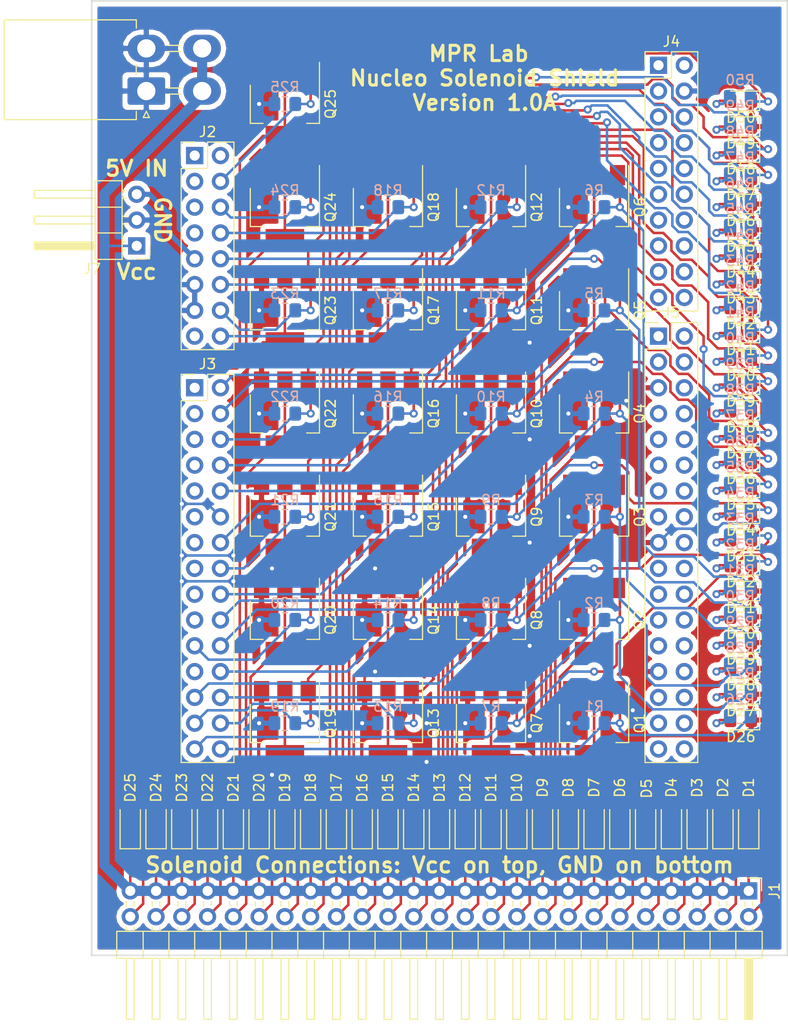
<source format=kicad_pcb>
(kicad_pcb (version 20171130) (host pcbnew 5.0.2-bee76a0~70~ubuntu18.04.1)
  (layers (0 F.Cu signal) (31 B.Cu signal) (34 B.Paste user hide) (35 F.Paste user hide) (36 B.SilkS user hide) (37 F.SilkS user hide) (38 B.Mask user hide) (39 F.Mask user hide) (44 Edge.Cuts user))
  (net 0 "")
  (net 1 GND)
  (net 2 /S01-C)
  (net 3 VCC)
  (net 4 /S02-C)
  (net 5 /S03-C)
  (net 6 /S04-C)
  (net 7 /S05-C)
  (net 8 /S06-C)
  (net 9 /S07-C)
  (net 10 /S08-C)
  (net 11 /S09-C)
  (net 12 /S10-C)
  (net 13 /S11-C)
  (net 14 /S12-C)
  (net 15 /S13-C)
  (net 16 /S14-C)
  (net 17 /S15-C)
  (net 18 /S16-C)
  (net 19 /S17-C)
  (net 20 /S18-C)
  (net 21 /S19-C)
  (net 22 /S20-C)
  (net 23 /S21-C)
  (net 24 /S22-C)
  (net 25 /S23-C)
  (net 26 /S24-C)
  (net 27 /S25-C)
  (net 28 /S25-L)
  (net 29 /S24-L)
  (net 30 /S23-L)
  (net 31 /S22-L)
  (net 32 /S21-L)
  (net 33 /S20-L)
  (net 34 /S19-L)
  (net 35 /S18-L)
  (net 36 /S17-L)
  (net 37 /S16-L)
  (net 38 /S15-L)
  (net 39 /S14-L)
  (net 40 /S13-L)
  (net 41 /S12-L)
  (net 42 /S11-L)
  (net 43 /S10-L)
  (net 44 /S09-L)
  (net 45 /S08-L)
  (net 46 /S07-L)
  (net 47 /S06-L)
  (net 48 /S05-L)
  (net 49 /S04-L)
  (net 50 /S03-L)
  (net 51 /S02-L)
  (net 52 /S01-L)
  (net 53 "Net-(J2-Pad1)")
  (net 54 "Net-(J2-Pad3)")
  (net 55 "Net-(J2-Pad5)")
  (net 56 "Net-(J2-Pad7)")
  (net 57 "Net-(J2-Pad15)")
  (net 58 "Net-(J3-Pad1)")
  (net 59 "Net-(J3-Pad3)")
  (net 60 "Net-(J3-Pad5)")
  (net 61 "Net-(J3-Pad7)")
  (net 62 "Net-(J3-Pad9)")
  (net 63 "Net-(J3-Pad11)")
  (net 64 "Net-(J3-Pad13)")
  (net 65 "Net-(J3-Pad15)")
  (net 66 "Net-(J3-Pad17)")
  (net 67 "Net-(J3-Pad19)")
  (net 68 "Net-(J4-Pad1)")
  (net 69 "Net-(J4-Pad2)")
  (net 70 "Net-(J4-Pad3)")
  (net 71 "Net-(J4-Pad5)")
  (net 72 "Net-(J4-Pad6)")
  (net 73 "Net-(J4-Pad7)")
  (net 74 "Net-(J4-Pad9)")
  (net 75 "Net-(J4-Pad10)")
  (net 76 "Net-(J4-Pad11)")
  (net 77 "Net-(J4-Pad12)")
  (net 78 "Net-(J4-Pad13)")
  (net 79 "Net-(J4-Pad14)")
  (net 80 "Net-(J4-Pad15)")
  (net 81 "Net-(J4-Pad16)")
  (net 82 "Net-(J4-Pad17)")
  (net 83 "Net-(J4-Pad18)")
  (net 84 "Net-(J4-Pad19)")
  (net 85 "Net-(J4-Pad20)")
  (net 86 "Net-(J5-Pad1)")
  (net 87 "Net-(J5-Pad2)")
  (net 88 "Net-(J5-Pad3)")
  (net 89 "Net-(J5-Pad4)")
  (net 90 "Net-(J5-Pad6)")
  (net 91 "Net-(J5-Pad7)")
  (net 92 "Net-(J5-Pad8)")
  (net 93 "Net-(J5-Pad9)")
  (net 94 "Net-(J5-Pad10)")
  (net 95 "Net-(J5-Pad11)")
  (net 96 "Net-(J5-Pad12)")
  (net 97 "Net-(J5-Pad13)")
  (net 98 "Net-(J5-Pad14)")
  (net 99 "Net-(J5-Pad15)")
  (net 100 "Net-(J5-Pad16)")
  (net 101 "Net-(J5-Pad18)")
  (net 102 "Net-(J5-Pad19)")
  (net 103 "Net-(J5-Pad20)")
  (net 104 "Net-(J5-Pad21)")
  (net 105 "Net-(J5-Pad23)")
  (net 106 "Net-(J5-Pad24)")
  (net 107 "Net-(J5-Pad25)")
  (net 108 "Net-(J5-Pad26)")
  (net 109 "Net-(J5-Pad28)")
  (net 110 "Net-(J5-Pad29)")
  (net 111 "Net-(J5-Pad30)")
  (net 112 "Net-(J5-Pad31)")
  (net 113 "Net-(J5-Pad32)")
  (net 114 "Net-(J5-Pad33)")
  (net 115 "Net-(J5-Pad34)")
  (net 116 "Net-(J2-Pad2)")
  (net 117 /5V_INPUT)
  (net 118 "Net-(J3-Pad21)")
  (net 119 "Net-(J3-Pad23)")
  (net 120 "Net-(J3-Pad25)")
  (net 121 "Net-(J3-Pad27)")
  (net 122 "Net-(J3-Pad29)")
  (net 123 "Net-(J4-Pad8)")
  (net 124 "Net-(D26-Pad2)")
  (net 125 "Net-(D27-Pad2)")
  (net 126 "Net-(D28-Pad2)")
  (net 127 "Net-(D29-Pad2)")
  (net 128 "Net-(D30-Pad2)")
  (net 129 "Net-(D31-Pad2)")
  (net 130 "Net-(D32-Pad2)")
  (net 131 "Net-(D33-Pad2)")
  (net 132 "Net-(D34-Pad2)")
  (net 133 "Net-(D35-Pad2)")
  (net 134 "Net-(D36-Pad2)")
  (net 135 "Net-(D37-Pad2)")
  (net 136 "Net-(D38-Pad2)")
  (net 137 "Net-(D39-Pad2)")
  (net 138 "Net-(D40-Pad2)")
  (net 139 "Net-(D41-Pad2)")
  (net 140 "Net-(D42-Pad2)")
  (net 141 "Net-(D43-Pad2)")
  (net 142 "Net-(D44-Pad2)")
  (net 143 "Net-(D45-Pad2)")
  (net 144 "Net-(D46-Pad2)")
  (net 145 "Net-(D47-Pad2)")
  (net 146 "Net-(D48-Pad2)")
  (net 147 "Net-(D49-Pad2)")
  (net 148 "Net-(D50-Pad2)")
  (module Package_TO_SOT_SMD:SOT-223 (layer F.Cu) (at 156.67 124.44 270)
    (fp_text reference Q16 (at 0 -4.5 270) (layer F.SilkS))
    (fp_text value NTF3055L108T1G)
    (pad 4 smd rect (at 3.15 0 270) (size 2 3.8) (layers F.Cu F.Paste F.Mask) (net 37 /S16-L))
    (pad 2 smd rect (at -3.15 0 270) (size 2 1.5) (layers F.Cu F.Paste F.Mask) (net 37 /S16-L))
    (pad 3 smd rect (at -3.15 2.3 270) (size 2 1.5) (layers F.Cu F.Paste F.Mask) (net 1 GND))
    (pad 1 smd rect (at -3.15 -2.3 270) (size 2 1.5) (layers F.Cu F.Paste F.Mask) (net 18 /S16-C))
  )
  (module Connector_Molex:Molex_Mini-Fit_Jr_5569-04A2_2x02_P4.20mm_Horizontal (layer F.Cu) (at 132.855 92.69 90)
    (fp_text reference J6 (at 2.1 -15.1 90) (layer F.SilkS))
    (fp_text value Conn_02x02_Odd_Even)
    (pad 1 thru_hole roundrect (at 0 0 90) (size 2.7 3.7) (drill 1.8) (layers *.Cu *.Mask) (roundrect_rratio 0.09259299999999999) (net 1 GND))
    (pad 2 thru_hole oval (at 4.2 0 90) (size 2.7 3.7) (drill 1.8) (layers *.Cu *.Mask) (net 1 GND))
    (pad 3 thru_hole oval (at 0 5.5 90) (size 2.7 3.7) (drill 1.8) (layers *.Cu *.Mask) (net 3 VCC))
    (pad 4 thru_hole oval (at 4.2 5.5 90) (size 2.7 3.7) (drill 1.8) (layers *.Cu *.Mask) (net 3 VCC))
    (pad "" np_thru_hole circle (at 2.1 -7.3 90) (size 3 3) (drill 3) (layers *.Cu *.Mask))
  )
  (module Package_TO_SOT_SMD:SOT-223 (layer F.Cu) (at 176.99 154.92 270)
    (fp_text reference Q1 (at 0 -4.5 270) (layer F.SilkS))
    (fp_text value NTF3055L108T1G)
    (pad 4 smd rect (at 3.15 0 270) (size 2 3.8) (layers F.Cu F.Paste F.Mask) (net 52 /S01-L))
    (pad 2 smd rect (at -3.15 0 270) (size 2 1.5) (layers F.Cu F.Paste F.Mask) (net 52 /S01-L))
    (pad 3 smd rect (at -3.15 2.3 270) (size 2 1.5) (layers F.Cu F.Paste F.Mask) (net 1 GND))
    (pad 1 smd rect (at -3.15 -2.3 270) (size 2 1.5) (layers F.Cu F.Paste F.Mask) (net 2 /S01-C))
  )
  (module Package_TO_SOT_SMD:SOT-223 (layer F.Cu) (at 176.99 144.76 270)
    (fp_text reference Q2 (at 0 -4.5 270) (layer F.SilkS))
    (fp_text value NTF3055L108T1G)
    (pad 1 smd rect (at -3.15 -2.3 270) (size 2 1.5) (layers F.Cu F.Paste F.Mask) (net 4 /S02-C))
    (pad 3 smd rect (at -3.15 2.3 270) (size 2 1.5) (layers F.Cu F.Paste F.Mask) (net 1 GND))
    (pad 2 smd rect (at -3.15 0 270) (size 2 1.5) (layers F.Cu F.Paste F.Mask) (net 51 /S02-L))
    (pad 4 smd rect (at 3.15 0 270) (size 2 3.8) (layers F.Cu F.Paste F.Mask) (net 51 /S02-L))
  )
  (module Package_TO_SOT_SMD:SOT-223 (layer F.Cu) (at 176.99 134.6 270)
    (fp_text reference Q3 (at 0 -4.5 270) (layer F.SilkS))
    (fp_text value NTF3055L108T1G)
    (pad 1 smd rect (at -3.15 -2.3 270) (size 2 1.5) (layers F.Cu F.Paste F.Mask) (net 5 /S03-C))
    (pad 3 smd rect (at -3.15 2.3 270) (size 2 1.5) (layers F.Cu F.Paste F.Mask) (net 1 GND))
    (pad 2 smd rect (at -3.15 0 270) (size 2 1.5) (layers F.Cu F.Paste F.Mask) (net 50 /S03-L))
    (pad 4 smd rect (at 3.15 0 270) (size 2 3.8) (layers F.Cu F.Paste F.Mask) (net 50 /S03-L))
  )
  (module Package_TO_SOT_SMD:SOT-223 (layer F.Cu) (at 176.99 124.44 270)
    (fp_text reference Q4 (at 0 -4.5 270) (layer F.SilkS))
    (fp_text value NTF3055L108T1G)
    (pad 1 smd rect (at -3.15 -2.3 270) (size 2 1.5) (layers F.Cu F.Paste F.Mask) (net 6 /S04-C))
    (pad 3 smd rect (at -3.15 2.3 270) (size 2 1.5) (layers F.Cu F.Paste F.Mask) (net 1 GND))
    (pad 2 smd rect (at -3.15 0 270) (size 2 1.5) (layers F.Cu F.Paste F.Mask) (net 49 /S04-L))
    (pad 4 smd rect (at 3.15 0 270) (size 2 3.8) (layers F.Cu F.Paste F.Mask) (net 49 /S04-L))
  )
  (module Package_TO_SOT_SMD:SOT-223 (layer F.Cu) (at 176.99 114.28 270)
    (fp_text reference Q5 (at 0 -4.5 270) (layer F.SilkS))
    (fp_text value NTF3055L108T1G)
    (pad 4 smd rect (at 3.15 0 270) (size 2 3.8) (layers F.Cu F.Paste F.Mask) (net 48 /S05-L))
    (pad 2 smd rect (at -3.15 0 270) (size 2 1.5) (layers F.Cu F.Paste F.Mask) (net 48 /S05-L))
    (pad 3 smd rect (at -3.15 2.3 270) (size 2 1.5) (layers F.Cu F.Paste F.Mask) (net 1 GND))
    (pad 1 smd rect (at -3.15 -2.3 270) (size 2 1.5) (layers F.Cu F.Paste F.Mask) (net 7 /S05-C))
  )
  (module Package_TO_SOT_SMD:SOT-223 (layer F.Cu) (at 176.99 104.12 270)
    (fp_text reference Q6 (at 0 -4.5 270) (layer F.SilkS))
    (fp_text value NTF3055L108T1G)
    (pad 1 smd rect (at -3.15 -2.3 270) (size 2 1.5) (layers F.Cu F.Paste F.Mask) (net 8 /S06-C))
    (pad 3 smd rect (at -3.15 2.3 270) (size 2 1.5) (layers F.Cu F.Paste F.Mask) (net 1 GND))
    (pad 2 smd rect (at -3.15 0 270) (size 2 1.5) (layers F.Cu F.Paste F.Mask) (net 47 /S06-L))
    (pad 4 smd rect (at 3.15 0 270) (size 2 3.8) (layers F.Cu F.Paste F.Mask) (net 47 /S06-L))
  )
  (module Package_TO_SOT_SMD:SOT-223 (layer F.Cu) (at 166.83 154.92 270)
    (fp_text reference Q7 (at 0 -4.5 270) (layer F.SilkS))
    (fp_text value NTF3055L108T1G)
    (pad 4 smd rect (at 3.15 0 270) (size 2 3.8) (layers F.Cu F.Paste F.Mask) (net 46 /S07-L))
    (pad 2 smd rect (at -3.15 0 270) (size 2 1.5) (layers F.Cu F.Paste F.Mask) (net 46 /S07-L))
    (pad 3 smd rect (at -3.15 2.3 270) (size 2 1.5) (layers F.Cu F.Paste F.Mask) (net 1 GND))
    (pad 1 smd rect (at -3.15 -2.3 270) (size 2 1.5) (layers F.Cu F.Paste F.Mask) (net 9 /S07-C))
  )
  (module Package_TO_SOT_SMD:SOT-223 (layer F.Cu) (at 166.83 144.76 270)
    (fp_text reference Q8 (at 0 -4.5 270) (layer F.SilkS))
    (fp_text value NTF3055L108T1G)
    (pad 1 smd rect (at -3.15 -2.3 270) (size 2 1.5) (layers F.Cu F.Paste F.Mask) (net 10 /S08-C))
    (pad 3 smd rect (at -3.15 2.3 270) (size 2 1.5) (layers F.Cu F.Paste F.Mask) (net 1 GND))
    (pad 2 smd rect (at -3.15 0 270) (size 2 1.5) (layers F.Cu F.Paste F.Mask) (net 45 /S08-L))
    (pad 4 smd rect (at 3.15 0 270) (size 2 3.8) (layers F.Cu F.Paste F.Mask) (net 45 /S08-L))
  )
  (module Package_TO_SOT_SMD:SOT-223 (layer F.Cu) (at 166.83 134.6 270)
    (fp_text reference Q9 (at 0 -4.5 270) (layer F.SilkS))
    (fp_text value NTF3055L108T1G)
    (pad 4 smd rect (at 3.15 0 270) (size 2 3.8) (layers F.Cu F.Paste F.Mask) (net 44 /S09-L))
    (pad 2 smd rect (at -3.15 0 270) (size 2 1.5) (layers F.Cu F.Paste F.Mask) (net 44 /S09-L))
    (pad 3 smd rect (at -3.15 2.3 270) (size 2 1.5) (layers F.Cu F.Paste F.Mask) (net 1 GND))
    (pad 1 smd rect (at -3.15 -2.3 270) (size 2 1.5) (layers F.Cu F.Paste F.Mask) (net 11 /S09-C))
  )
  (module Package_TO_SOT_SMD:SOT-223 (layer F.Cu) (at 166.83 124.44 270)
    (fp_text reference Q10 (at 0 -4.5 270) (layer F.SilkS))
    (fp_text value NTF3055L108T1G)
    (pad 1 smd rect (at -3.15 -2.3 270) (size 2 1.5) (layers F.Cu F.Paste F.Mask) (net 12 /S10-C))
    (pad 3 smd rect (at -3.15 2.3 270) (size 2 1.5) (layers F.Cu F.Paste F.Mask) (net 1 GND))
    (pad 2 smd rect (at -3.15 0 270) (size 2 1.5) (layers F.Cu F.Paste F.Mask) (net 43 /S10-L))
    (pad 4 smd rect (at 3.15 0 270) (size 2 3.8) (layers F.Cu F.Paste F.Mask) (net 43 /S10-L))
  )
  (module Package_TO_SOT_SMD:SOT-223 (layer F.Cu) (at 166.83 114.28 270)
    (fp_text reference Q11 (at 0 -4.5 270) (layer F.SilkS))
    (fp_text value NTF3055L108T1G)
    (pad 4 smd rect (at 3.15 0 270) (size 2 3.8) (layers F.Cu F.Paste F.Mask) (net 42 /S11-L))
    (pad 2 smd rect (at -3.15 0 270) (size 2 1.5) (layers F.Cu F.Paste F.Mask) (net 42 /S11-L))
    (pad 3 smd rect (at -3.15 2.3 270) (size 2 1.5) (layers F.Cu F.Paste F.Mask) (net 1 GND))
    (pad 1 smd rect (at -3.15 -2.3 270) (size 2 1.5) (layers F.Cu F.Paste F.Mask) (net 13 /S11-C))
  )
  (module Package_TO_SOT_SMD:SOT-223 (layer F.Cu) (at 166.83 104.12 270)
    (fp_text reference Q12 (at 0 -4.5 270) (layer F.SilkS))
    (fp_text value NTF3055L108T1G)
    (pad 4 smd rect (at 3.15 0 270) (size 2 3.8) (layers F.Cu F.Paste F.Mask) (net 41 /S12-L))
    (pad 2 smd rect (at -3.15 0 270) (size 2 1.5) (layers F.Cu F.Paste F.Mask) (net 41 /S12-L))
    (pad 3 smd rect (at -3.15 2.3 270) (size 2 1.5) (layers F.Cu F.Paste F.Mask) (net 1 GND))
    (pad 1 smd rect (at -3.15 -2.3 270) (size 2 1.5) (layers F.Cu F.Paste F.Mask) (net 14 /S12-C))
  )
  (module Package_TO_SOT_SMD:SOT-223 (layer F.Cu) (at 156.67 154.92 270)
    (fp_text reference Q13 (at 0 -4.5 270) (layer F.SilkS))
    (fp_text value NTF3055L108T1G)
    (pad 1 smd rect (at -3.15 -2.3 270) (size 2 1.5) (layers F.Cu F.Paste F.Mask) (net 15 /S13-C))
    (pad 3 smd rect (at -3.15 2.3 270) (size 2 1.5) (layers F.Cu F.Paste F.Mask) (net 1 GND))
    (pad 2 smd rect (at -3.15 0 270) (size 2 1.5) (layers F.Cu F.Paste F.Mask) (net 40 /S13-L))
    (pad 4 smd rect (at 3.15 0 270) (size 2 3.8) (layers F.Cu F.Paste F.Mask) (net 40 /S13-L))
  )
  (module Package_TO_SOT_SMD:SOT-223 (layer F.Cu) (at 156.67 144.76 270)
    (fp_text reference Q14 (at 0 -4.5 270) (layer F.SilkS))
    (fp_text value NTF3055L108T1G)
    (pad 4 smd rect (at 3.15 0 270) (size 2 3.8) (layers F.Cu F.Paste F.Mask) (net 39 /S14-L))
    (pad 2 smd rect (at -3.15 0 270) (size 2 1.5) (layers F.Cu F.Paste F.Mask) (net 39 /S14-L))
    (pad 3 smd rect (at -3.15 2.3 270) (size 2 1.5) (layers F.Cu F.Paste F.Mask) (net 1 GND))
    (pad 1 smd rect (at -3.15 -2.3 270) (size 2 1.5) (layers F.Cu F.Paste F.Mask) (net 16 /S14-C))
  )
  (module Package_TO_SOT_SMD:SOT-223 (layer F.Cu) (at 156.67 134.6 270)
    (fp_text reference Q15 (at 0 -4.5 270) (layer F.SilkS))
    (fp_text value NTF3055L108T1G)
    (pad 1 smd rect (at -3.15 -2.3 270) (size 2 1.5) (layers F.Cu F.Paste F.Mask) (net 17 /S15-C))
    (pad 3 smd rect (at -3.15 2.3 270) (size 2 1.5) (layers F.Cu F.Paste F.Mask) (net 1 GND))
    (pad 2 smd rect (at -3.15 0 270) (size 2 1.5) (layers F.Cu F.Paste F.Mask) (net 38 /S15-L))
    (pad 4 smd rect (at 3.15 0 270) (size 2 3.8) (layers F.Cu F.Paste F.Mask) (net 38 /S15-L))
  )
  (module Package_TO_SOT_SMD:SOT-223 (layer F.Cu) (at 156.67 114.28 270)
    (fp_text reference Q17 (at 0 -4.5 270) (layer F.SilkS))
    (fp_text value NTF3055L108T1G)
    (pad 1 smd rect (at -3.15 -2.3 270) (size 2 1.5) (layers F.Cu F.Paste F.Mask) (net 19 /S17-C))
    (pad 3 smd rect (at -3.15 2.3 270) (size 2 1.5) (layers F.Cu F.Paste F.Mask) (net 1 GND))
    (pad 2 smd rect (at -3.15 0 270) (size 2 1.5) (layers F.Cu F.Paste F.Mask) (net 36 /S17-L))
    (pad 4 smd rect (at 3.15 0 270) (size 2 3.8) (layers F.Cu F.Paste F.Mask) (net 36 /S17-L))
  )
  (module Package_TO_SOT_SMD:SOT-223 (layer F.Cu) (at 156.67 104.12 270)
    (fp_text reference Q18 (at 0 -4.5 270) (layer F.SilkS))
    (fp_text value NTF3055L108T1G)
    (pad 4 smd rect (at 3.15 0 270) (size 2 3.8) (layers F.Cu F.Paste F.Mask) (net 35 /S18-L))
    (pad 2 smd rect (at -3.15 0 270) (size 2 1.5) (layers F.Cu F.Paste F.Mask) (net 35 /S18-L))
    (pad 3 smd rect (at -3.15 2.3 270) (size 2 1.5) (layers F.Cu F.Paste F.Mask) (net 1 GND))
    (pad 1 smd rect (at -3.15 -2.3 270) (size 2 1.5) (layers F.Cu F.Paste F.Mask) (net 20 /S18-C))
  )
  (module Package_TO_SOT_SMD:SOT-223 (layer F.Cu) (at 146.51 154.92 270)
    (fp_text reference Q19 (at 0 -4.5 270) (layer F.SilkS))
    (fp_text value NTF3055L108T1G)
    (pad 1 smd rect (at -3.15 -2.3 270) (size 2 1.5) (layers F.Cu F.Paste F.Mask) (net 21 /S19-C))
    (pad 3 smd rect (at -3.15 2.3 270) (size 2 1.5) (layers F.Cu F.Paste F.Mask) (net 1 GND))
    (pad 2 smd rect (at -3.15 0 270) (size 2 1.5) (layers F.Cu F.Paste F.Mask) (net 34 /S19-L))
    (pad 4 smd rect (at 3.15 0 270) (size 2 3.8) (layers F.Cu F.Paste F.Mask) (net 34 /S19-L))
  )
  (module Package_TO_SOT_SMD:SOT-223 (layer F.Cu) (at 146.51 144.76 270)
    (fp_text reference Q20 (at 0 -4.5 270) (layer F.SilkS))
    (fp_text value NTF3055L108T1G)
    (pad 4 smd rect (at 3.15 0 270) (size 2 3.8) (layers F.Cu F.Paste F.Mask) (net 33 /S20-L))
    (pad 2 smd rect (at -3.15 0 270) (size 2 1.5) (layers F.Cu F.Paste F.Mask) (net 33 /S20-L))
    (pad 3 smd rect (at -3.15 2.3 270) (size 2 1.5) (layers F.Cu F.Paste F.Mask) (net 1 GND))
    (pad 1 smd rect (at -3.15 -2.3 270) (size 2 1.5) (layers F.Cu F.Paste F.Mask) (net 22 /S20-C))
  )
  (module Package_TO_SOT_SMD:SOT-223 (layer F.Cu) (at 146.51 134.6 270)
    (fp_text reference Q21 (at 0 -4.5 270) (layer F.SilkS))
    (fp_text value NTF3055L108T1G)
    (pad 1 smd rect (at -3.15 -2.3 270) (size 2 1.5) (layers F.Cu F.Paste F.Mask) (net 23 /S21-C))
    (pad 3 smd rect (at -3.15 2.3 270) (size 2 1.5) (layers F.Cu F.Paste F.Mask) (net 1 GND))
    (pad 2 smd rect (at -3.15 0 270) (size 2 1.5) (layers F.Cu F.Paste F.Mask) (net 32 /S21-L))
    (pad 4 smd rect (at 3.15 0 270) (size 2 3.8) (layers F.Cu F.Paste F.Mask) (net 32 /S21-L))
  )
  (module Package_TO_SOT_SMD:SOT-223 (layer F.Cu) (at 146.51 124.44 270)
    (fp_text reference Q22 (at 0 -4.5 270) (layer F.SilkS))
    (fp_text value NTF3055L108T1G)
    (pad 1 smd rect (at -3.15 -2.3 270) (size 2 1.5) (layers F.Cu F.Paste F.Mask) (net 24 /S22-C))
    (pad 3 smd rect (at -3.15 2.3 270) (size 2 1.5) (layers F.Cu F.Paste F.Mask) (net 1 GND))
    (pad 2 smd rect (at -3.15 0 270) (size 2 1.5) (layers F.Cu F.Paste F.Mask) (net 31 /S22-L))
    (pad 4 smd rect (at 3.15 0 270) (size 2 3.8) (layers F.Cu F.Paste F.Mask) (net 31 /S22-L))
  )
  (module Package_TO_SOT_SMD:SOT-223 (layer F.Cu) (at 146.51 114.28 270)
    (fp_text reference Q23 (at 0 -4.5 270) (layer F.SilkS))
    (fp_text value NTF3055L108T1G)
    (pad 4 smd rect (at 3.15 0 270) (size 2 3.8) (layers F.Cu F.Paste F.Mask) (net 30 /S23-L))
    (pad 2 smd rect (at -3.15 0 270) (size 2 1.5) (layers F.Cu F.Paste F.Mask) (net 30 /S23-L))
    (pad 3 smd rect (at -3.15 2.3 270) (size 2 1.5) (layers F.Cu F.Paste F.Mask) (net 1 GND))
    (pad 1 smd rect (at -3.15 -2.3 270) (size 2 1.5) (layers F.Cu F.Paste F.Mask) (net 25 /S23-C))
  )
  (module Package_TO_SOT_SMD:SOT-223 (layer F.Cu) (at 146.51 104.12 270)
    (fp_text reference Q24 (at 0 -4.5 270) (layer F.SilkS))
    (fp_text value NTF3055L108T1G)
    (pad 1 smd rect (at -3.15 -2.3 270) (size 2 1.5) (layers F.Cu F.Paste F.Mask) (net 26 /S24-C))
    (pad 3 smd rect (at -3.15 2.3 270) (size 2 1.5) (layers F.Cu F.Paste F.Mask) (net 1 GND))
    (pad 2 smd rect (at -3.15 0 270) (size 2 1.5) (layers F.Cu F.Paste F.Mask) (net 29 /S24-L))
    (pad 4 smd rect (at 3.15 0 270) (size 2 3.8) (layers F.Cu F.Paste F.Mask) (net 29 /S24-L))
  )
  (module Package_TO_SOT_SMD:SOT-223 (layer F.Cu) (at 146.51 93.96 270)
    (fp_text reference Q25 (at 0 -4.5 270) (layer F.SilkS))
    (fp_text value NTF3055L108T1G)
    (pad 4 smd rect (at 3.15 0 270) (size 2 3.8) (layers F.Cu F.Paste F.Mask) (net 28 /S25-L))
    (pad 2 smd rect (at -3.15 0 270) (size 2 1.5) (layers F.Cu F.Paste F.Mask) (net 28 /S25-L))
    (pad 3 smd rect (at -3.15 2.3 270) (size 2 1.5) (layers F.Cu F.Paste F.Mask) (net 1 GND))
    (pad 1 smd rect (at -3.15 -2.3 270) (size 2 1.5) (layers F.Cu F.Paste F.Mask) (net 27 /S25-C))
  )
  (module Diode_SMD:D_SOD-123F (layer F.Cu) (at 169.37 165.08 90)
    (fp_text reference D10 (at 3.81 0 90) (layer F.SilkS))
    (fp_text value D_Schottky)
    (pad 2 smd rect (at 1.4 0 90) (size 1.1 1.1) (layers F.Cu F.Paste F.Mask) (net 43 /S10-L))
    (pad 1 smd rect (at -1.4 0 90) (size 1.1 1.1) (layers F.Cu F.Paste F.Mask) (net 3 VCC))
  )
  (module Diode_SMD:D_SOD-123F (layer F.Cu) (at 166.83 165.08 90)
    (fp_text reference D11 (at 3.81 0 90) (layer F.SilkS))
    (fp_text value D_Schottky)
    (pad 2 smd rect (at 1.4 0 90) (size 1.1 1.1) (layers F.Cu F.Paste F.Mask) (net 42 /S11-L))
    (pad 1 smd rect (at -1.4 0 90) (size 1.1 1.1) (layers F.Cu F.Paste F.Mask) (net 3 VCC))
  )
  (module Diode_SMD:D_SOD-123F (layer F.Cu) (at 164.29 165.08 90)
    (fp_text reference D12 (at 3.81 0 90) (layer F.SilkS))
    (fp_text value D_Schottky)
    (pad 2 smd rect (at 1.4 0 90) (size 1.1 1.1) (layers F.Cu F.Paste F.Mask) (net 41 /S12-L))
    (pad 1 smd rect (at -1.4 0 90) (size 1.1 1.1) (layers F.Cu F.Paste F.Mask) (net 3 VCC))
  )
  (module Diode_SMD:D_SOD-123F (layer F.Cu) (at 161.75 165.08 90)
    (fp_text reference D13 (at 3.81 0 90) (layer F.SilkS))
    (fp_text value D_Schottky)
    (pad 2 smd rect (at 1.4 0 90) (size 1.1 1.1) (layers F.Cu F.Paste F.Mask) (net 40 /S13-L))
    (pad 1 smd rect (at -1.4 0 90) (size 1.1 1.1) (layers F.Cu F.Paste F.Mask) (net 3 VCC))
  )
  (module Diode_SMD:D_SOD-123F (layer F.Cu) (at 159.21 165.08 90)
    (fp_text reference D14 (at 3.81 0 90) (layer F.SilkS))
    (fp_text value D_Schottky)
    (pad 2 smd rect (at 1.4 0 90) (size 1.1 1.1) (layers F.Cu F.Paste F.Mask) (net 39 /S14-L))
    (pad 1 smd rect (at -1.4 0 90) (size 1.1 1.1) (layers F.Cu F.Paste F.Mask) (net 3 VCC))
  )
  (module Diode_SMD:D_SOD-123F (layer F.Cu) (at 156.67 165.08 90)
    (fp_text reference D15 (at 3.81 0 90) (layer F.SilkS))
    (fp_text value D_Schottky)
    (pad 2 smd rect (at 1.4 0 90) (size 1.1 1.1) (layers F.Cu F.Paste F.Mask) (net 38 /S15-L))
    (pad 1 smd rect (at -1.4 0 90) (size 1.1 1.1) (layers F.Cu F.Paste F.Mask) (net 3 VCC))
  )
  (module Diode_SMD:D_SOD-123F (layer F.Cu) (at 154.13 165.08 90)
    (fp_text reference D16 (at 3.81 0 90) (layer F.SilkS))
    (fp_text value D_Schottky)
    (pad 1 smd rect (at -1.4 0 90) (size 1.1 1.1) (layers F.Cu F.Paste F.Mask) (net 3 VCC))
    (pad 2 smd rect (at 1.4 0 90) (size 1.1 1.1) (layers F.Cu F.Paste F.Mask) (net 37 /S16-L))
  )
  (module Diode_SMD:D_SOD-123F (layer F.Cu) (at 151.59 165.08 90)
    (fp_text reference D17 (at 3.81 0 90) (layer F.SilkS))
    (fp_text value D_Schottky)
    (pad 2 smd rect (at 1.4 0 90) (size 1.1 1.1) (layers F.Cu F.Paste F.Mask) (net 36 /S17-L))
    (pad 1 smd rect (at -1.4 0 90) (size 1.1 1.1) (layers F.Cu F.Paste F.Mask) (net 3 VCC))
  )
  (module Diode_SMD:D_SOD-123F (layer F.Cu) (at 149.05 165.08 90)
    (fp_text reference D18 (at 3.81 0 90) (layer F.SilkS))
    (fp_text value D_Schottky)
    (pad 2 smd rect (at 1.4 0 90) (size 1.1 1.1) (layers F.Cu F.Paste F.Mask) (net 35 /S18-L))
    (pad 1 smd rect (at -1.4 0 90) (size 1.1 1.1) (layers F.Cu F.Paste F.Mask) (net 3 VCC))
  )
  (module Diode_SMD:D_SOD-123F (layer F.Cu) (at 146.51 165.08 90)
    (fp_text reference D19 (at 3.81 0 90) (layer F.SilkS))
    (fp_text value D_Schottky)
    (pad 2 smd rect (at 1.4 0 90) (size 1.1 1.1) (layers F.Cu F.Paste F.Mask) (net 34 /S19-L))
    (pad 1 smd rect (at -1.4 0 90) (size 1.1 1.1) (layers F.Cu F.Paste F.Mask) (net 3 VCC))
  )
  (module Diode_SMD:D_SOD-123F (layer F.Cu) (at 143.97 165.08 90)
    (fp_text reference D20 (at 3.81 0 90) (layer F.SilkS))
    (fp_text value D_Schottky)
    (pad 2 smd rect (at 1.4 0 90) (size 1.1 1.1) (layers F.Cu F.Paste F.Mask) (net 33 /S20-L))
    (pad 1 smd rect (at -1.4 0 90) (size 1.1 1.1) (layers F.Cu F.Paste F.Mask) (net 3 VCC))
  )
  (module Resistor_SMD:R_0805_2012Metric_Pad1.15x1.40mm_HandSolder (layer B.Cu) (at 176.99 154.92 180)
    (fp_text reference R1 (at 0 1.65 180) (layer B.SilkS) (effects (justify mirror)))
    (fp_text value R_Small_US)
    (pad 1 smd roundrect (at -1.025 0 180) (size 1.15 1.4) (layers B.Cu B.Paste B.Mask) (roundrect_rratio 0.217391) (net 2 /S01-C))
    (pad 2 smd roundrect (at 1.025 0 180) (size 1.15 1.4) (layers B.Cu B.Paste B.Mask) (roundrect_rratio 0.217391) (net 1 GND))
  )
  (module Resistor_SMD:R_0805_2012Metric_Pad1.15x1.40mm_HandSolder (layer B.Cu) (at 176.99 144.76 180)
    (fp_text reference R2 (at 0 1.65 180) (layer B.SilkS) (effects (justify mirror)))
    (fp_text value R_Small_US)
    (pad 2 smd roundrect (at 1.025 0 180) (size 1.15 1.4) (layers B.Cu B.Paste B.Mask) (roundrect_rratio 0.217391) (net 1 GND))
    (pad 1 smd roundrect (at -1.025 0 180) (size 1.15 1.4) (layers B.Cu B.Paste B.Mask) (roundrect_rratio 0.217391) (net 4 /S02-C))
  )
  (module Resistor_SMD:R_0805_2012Metric_Pad1.15x1.40mm_HandSolder (layer B.Cu) (at 176.99 134.6 180)
    (fp_text reference R3 (at 0 1.65 180) (layer B.SilkS) (effects (justify mirror)))
    (fp_text value R_Small_US)
    (pad 2 smd roundrect (at 1.025 0 180) (size 1.15 1.4) (layers B.Cu B.Paste B.Mask) (roundrect_rratio 0.217391) (net 1 GND))
    (pad 1 smd roundrect (at -1.025 0 180) (size 1.15 1.4) (layers B.Cu B.Paste B.Mask) (roundrect_rratio 0.217391) (net 5 /S03-C))
  )
  (module Resistor_SMD:R_0805_2012Metric_Pad1.15x1.40mm_HandSolder (layer B.Cu) (at 176.99 124.44 180)
    (fp_text reference R4 (at 0 1.65 180) (layer B.SilkS) (effects (justify mirror)))
    (fp_text value R_Small_US)
    (pad 2 smd roundrect (at 1.025 0 180) (size 1.15 1.4) (layers B.Cu B.Paste B.Mask) (roundrect_rratio 0.217391) (net 1 GND))
    (pad 1 smd roundrect (at -1.025 0 180) (size 1.15 1.4) (layers B.Cu B.Paste B.Mask) (roundrect_rratio 0.217391) (net 6 /S04-C))
  )
  (module Resistor_SMD:R_0805_2012Metric_Pad1.15x1.40mm_HandSolder (layer B.Cu) (at 176.99 114.28 180)
    (fp_text reference R5 (at 0 1.65 180) (layer B.SilkS) (effects (justify mirror)))
    (fp_text value R_Small_US)
    (pad 1 smd roundrect (at -1.025 0 180) (size 1.15 1.4) (layers B.Cu B.Paste B.Mask) (roundrect_rratio 0.217391) (net 7 /S05-C))
    (pad 2 smd roundrect (at 1.025 0 180) (size 1.15 1.4) (layers B.Cu B.Paste B.Mask) (roundrect_rratio 0.217391) (net 1 GND))
  )
  (module Resistor_SMD:R_0805_2012Metric_Pad1.15x1.40mm_HandSolder (layer B.Cu) (at 176.99 104.12 180)
    (fp_text reference R6 (at 0 1.65 180) (layer B.SilkS) (effects (justify mirror)))
    (fp_text value R_Small_US)
    (pad 1 smd roundrect (at -1.025 0 180) (size 1.15 1.4) (layers B.Cu B.Paste B.Mask) (roundrect_rratio 0.217391) (net 8 /S06-C))
    (pad 2 smd roundrect (at 1.025 0 180) (size 1.15 1.4) (layers B.Cu B.Paste B.Mask) (roundrect_rratio 0.217391) (net 1 GND))
  )
  (module Resistor_SMD:R_0805_2012Metric_Pad1.15x1.40mm_HandSolder (layer B.Cu) (at 166.83 154.92 180)
    (fp_text reference R7 (at 0 1.65 180) (layer B.SilkS) (effects (justify mirror)))
    (fp_text value R_Small_US)
    (pad 1 smd roundrect (at -1.025 0 180) (size 1.15 1.4) (layers B.Cu B.Paste B.Mask) (roundrect_rratio 0.217391) (net 9 /S07-C))
    (pad 2 smd roundrect (at 1.025 0 180) (size 1.15 1.4) (layers B.Cu B.Paste B.Mask) (roundrect_rratio 0.217391) (net 1 GND))
  )
  (module Resistor_SMD:R_0805_2012Metric_Pad1.15x1.40mm_HandSolder (layer B.Cu) (at 166.83 144.76 180)
    (fp_text reference R8 (at 0 1.65 180) (layer B.SilkS) (effects (justify mirror)))
    (fp_text value R_Small_US)
    (pad 1 smd roundrect (at -1.025 0 180) (size 1.15 1.4) (layers B.Cu B.Paste B.Mask) (roundrect_rratio 0.217391) (net 10 /S08-C))
    (pad 2 smd roundrect (at 1.025 0 180) (size 1.15 1.4) (layers B.Cu B.Paste B.Mask) (roundrect_rratio 0.217391) (net 1 GND))
  )
  (module Resistor_SMD:R_0805_2012Metric_Pad1.15x1.40mm_HandSolder (layer B.Cu) (at 166.83 134.6 180)
    (fp_text reference R9 (at 0 1.65 180) (layer B.SilkS) (effects (justify mirror)))
    (fp_text value R_Small_US)
    (pad 1 smd roundrect (at -1.025 0 180) (size 1.15 1.4) (layers B.Cu B.Paste B.Mask) (roundrect_rratio 0.217391) (net 11 /S09-C))
    (pad 2 smd roundrect (at 1.025 0 180) (size 1.15 1.4) (layers B.Cu B.Paste B.Mask) (roundrect_rratio 0.217391) (net 1 GND))
  )
  (module Resistor_SMD:R_0805_2012Metric_Pad1.15x1.40mm_HandSolder (layer B.Cu) (at 166.83 124.44 180)
    (fp_text reference R10 (at 0 1.65 180) (layer B.SilkS) (effects (justify mirror)))
    (fp_text value R_Small_US)
    (pad 2 smd roundrect (at 1.025 0 180) (size 1.15 1.4) (layers B.Cu B.Paste B.Mask) (roundrect_rratio 0.217391) (net 1 GND))
    (pad 1 smd roundrect (at -1.025 0 180) (size 1.15 1.4) (layers B.Cu B.Paste B.Mask) (roundrect_rratio 0.217391) (net 12 /S10-C))
  )
  (module Resistor_SMD:R_0805_2012Metric_Pad1.15x1.40mm_HandSolder (layer B.Cu) (at 166.83 114.28 180)
    (fp_text reference R11 (at 0 1.65 180) (layer B.SilkS) (effects (justify mirror)))
    (fp_text value R_Small_US)
    (pad 2 smd roundrect (at 1.025 0 180) (size 1.15 1.4) (layers B.Cu B.Paste B.Mask) (roundrect_rratio 0.217391) (net 1 GND))
    (pad 1 smd roundrect (at -1.025 0 180) (size 1.15 1.4) (layers B.Cu B.Paste B.Mask) (roundrect_rratio 0.217391) (net 13 /S11-C))
  )
  (module Resistor_SMD:R_0805_2012Metric_Pad1.15x1.40mm_HandSolder (layer B.Cu) (at 166.83 104.12 180)
    (fp_text reference R12 (at 0 1.65 180) (layer B.SilkS) (effects (justify mirror)))
    (fp_text value R_Small_US)
    (pad 2 smd roundrect (at 1.025 0 180) (size 1.15 1.4) (layers B.Cu B.Paste B.Mask) (roundrect_rratio 0.217391) (net 1 GND))
    (pad 1 smd roundrect (at -1.025 0 180) (size 1.15 1.4) (layers B.Cu B.Paste B.Mask) (roundrect_rratio 0.217391) (net 14 /S12-C))
  )
  (module Resistor_SMD:R_0805_2012Metric_Pad1.15x1.40mm_HandSolder (layer B.Cu) (at 156.67 154.92 180)
    (fp_text reference R13 (at 0 1.65 180) (layer B.SilkS) (effects (justify mirror)))
    (fp_text value R_Small_US)
    (pad 2 smd roundrect (at 1.025 0 180) (size 1.15 1.4) (layers B.Cu B.Paste B.Mask) (roundrect_rratio 0.217391) (net 1 GND))
    (pad 1 smd roundrect (at -1.025 0 180) (size 1.15 1.4) (layers B.Cu B.Paste B.Mask) (roundrect_rratio 0.217391) (net 15 /S13-C))
  )
  (module Resistor_SMD:R_0805_2012Metric_Pad1.15x1.40mm_HandSolder (layer B.Cu) (at 156.67 144.76 180)
    (fp_text reference R14 (at 0 1.65 180) (layer B.SilkS) (effects (justify mirror)))
    (fp_text value R_Small_US)
    (pad 2 smd roundrect (at 1.025 0 180) (size 1.15 1.4) (layers B.Cu B.Paste B.Mask) (roundrect_rratio 0.217391) (net 1 GND))
    (pad 1 smd roundrect (at -1.025 0 180) (size 1.15 1.4) (layers B.Cu B.Paste B.Mask) (roundrect_rratio 0.217391) (net 16 /S14-C))
  )
  (module Resistor_SMD:R_0805_2012Metric_Pad1.15x1.40mm_HandSolder (layer B.Cu) (at 156.67 134.6 180)
    (fp_text reference R15 (at 0 1.65 180) (layer B.SilkS) (effects (justify mirror)))
    (fp_text value R_Small_US)
    (pad 1 smd roundrect (at -1.025 0 180) (size 1.15 1.4) (layers B.Cu B.Paste B.Mask) (roundrect_rratio 0.217391) (net 17 /S15-C))
    (pad 2 smd roundrect (at 1.025 0 180) (size 1.15 1.4) (layers B.Cu B.Paste B.Mask) (roundrect_rratio 0.217391) (net 1 GND))
  )
  (module Resistor_SMD:R_0805_2012Metric_Pad1.15x1.40mm_HandSolder (layer B.Cu) (at 156.67 124.44 180)
    (fp_text reference R16 (at 0 1.65 180) (layer B.SilkS) (effects (justify mirror)))
    (fp_text value R_Small_US)
    (pad 1 smd roundrect (at -1.025 0 180) (size 1.15 1.4) (layers B.Cu B.Paste B.Mask) (roundrect_rratio 0.217391) (net 18 /S16-C))
    (pad 2 smd roundrect (at 1.025 0 180) (size 1.15 1.4) (layers B.Cu B.Paste B.Mask) (roundrect_rratio 0.217391) (net 1 GND))
  )
  (module Resistor_SMD:R_0805_2012Metric_Pad1.15x1.40mm_HandSolder (layer B.Cu) (at 156.67 114.28 180)
    (fp_text reference R17 (at 0 1.65 180) (layer B.SilkS) (effects (justify mirror)))
    (fp_text value R_Small_US)
    (pad 2 smd roundrect (at 1.025 0 180) (size 1.15 1.4) (layers B.Cu B.Paste B.Mask) (roundrect_rratio 0.217391) (net 1 GND))
    (pad 1 smd roundrect (at -1.025 0 180) (size 1.15 1.4) (layers B.Cu B.Paste B.Mask) (roundrect_rratio 0.217391) (net 19 /S17-C))
  )
  (module Resistor_SMD:R_0805_2012Metric_Pad1.15x1.40mm_HandSolder (layer B.Cu) (at 156.67 104.12 180)
    (fp_text reference R18 (at 0 1.65 180) (layer B.SilkS) (effects (justify mirror)))
    (fp_text value R_Small_US)
    (pad 2 smd roundrect (at 1.025 0 180) (size 1.15 1.4) (layers B.Cu B.Paste B.Mask) (roundrect_rratio 0.217391) (net 1 GND))
    (pad 1 smd roundrect (at -1.025 0 180) (size 1.15 1.4) (layers B.Cu B.Paste B.Mask) (roundrect_rratio 0.217391) (net 20 /S18-C))
  )
  (module Resistor_SMD:R_0805_2012Metric_Pad1.15x1.40mm_HandSolder (layer B.Cu) (at 146.51 154.92 180)
    (fp_text reference R19 (at 0 1.65 180) (layer B.SilkS) (effects (justify mirror)))
    (fp_text value R_Small_US)
    (pad 1 smd roundrect (at -1.025 0 180) (size 1.15 1.4) (layers B.Cu B.Paste B.Mask) (roundrect_rratio 0.217391) (net 21 /S19-C))
    (pad 2 smd roundrect (at 1.025 0 180) (size 1.15 1.4) (layers B.Cu B.Paste B.Mask) (roundrect_rratio 0.217391) (net 1 GND))
  )
  (module Resistor_SMD:R_0805_2012Metric_Pad1.15x1.40mm_HandSolder (layer B.Cu) (at 146.51 144.76 180)
    (fp_text reference R20 (at 0 1.65 180) (layer B.SilkS) (effects (justify mirror)))
    (fp_text value R_Small_US)
    (pad 1 smd roundrect (at -1.025 0 180) (size 1.15 1.4) (layers B.Cu B.Paste B.Mask) (roundrect_rratio 0.217391) (net 22 /S20-C))
    (pad 2 smd roundrect (at 1.025 0 180) (size 1.15 1.4) (layers B.Cu B.Paste B.Mask) (roundrect_rratio 0.217391) (net 1 GND))
  )
  (module Diode_SMD:D_SOD-123F (layer F.Cu) (at 141.43 165.08 90)
    (fp_text reference D21 (at 3.81 0 90) (layer F.SilkS))
    (fp_text value D_Schottky)
    (pad 1 smd rect (at -1.4 0 90) (size 1.1 1.1) (layers F.Cu F.Paste F.Mask) (net 3 VCC))
    (pad 2 smd rect (at 1.4 0 90) (size 1.1 1.1) (layers F.Cu F.Paste F.Mask) (net 32 /S21-L))
  )
  (module Diode_SMD:D_SOD-123F (layer F.Cu) (at 138.89 165.08 90)
    (fp_text reference D22 (at 3.81 0 90) (layer F.SilkS))
    (fp_text value D_Schottky)
    (pad 1 smd rect (at -1.4 0 90) (size 1.1 1.1) (layers F.Cu F.Paste F.Mask) (net 3 VCC))
    (pad 2 smd rect (at 1.4 0 90) (size 1.1 1.1) (layers F.Cu F.Paste F.Mask) (net 31 /S22-L))
  )
  (module Diode_SMD:D_SOD-123F (layer F.Cu) (at 136.35 165.08 90)
    (fp_text reference D23 (at 3.81 0 90) (layer F.SilkS))
    (fp_text value D_Schottky)
    (pad 2 smd rect (at 1.4 0 90) (size 1.1 1.1) (layers F.Cu F.Paste F.Mask) (net 30 /S23-L))
    (pad 1 smd rect (at -1.4 0 90) (size 1.1 1.1) (layers F.Cu F.Paste F.Mask) (net 3 VCC))
  )
  (module Diode_SMD:D_SOD-123F (layer F.Cu) (at 133.81 165.08 90)
    (fp_text reference D24 (at 3.81 0 90) (layer F.SilkS))
    (fp_text value D_Schottky)
    (pad 1 smd rect (at -1.4 0 90) (size 1.1 1.1) (layers F.Cu F.Paste F.Mask) (net 3 VCC))
    (pad 2 smd rect (at 1.4 0 90) (size 1.1 1.1) (layers F.Cu F.Paste F.Mask) (net 29 /S24-L))
  )
  (module Diode_SMD:D_SOD-123F (layer F.Cu) (at 131.27 165.08 90)
    (fp_text reference D25 (at 3.81 0 90) (layer F.SilkS))
    (fp_text value D_Schottky)
    (pad 2 smd rect (at 1.4 0 90) (size 1.1 1.1) (layers F.Cu F.Paste F.Mask) (net 28 /S25-L))
    (pad 1 smd rect (at -1.4 0 90) (size 1.1 1.1) (layers F.Cu F.Paste F.Mask) (net 3 VCC))
  )
  (module Resistor_SMD:R_0805_2012Metric_Pad1.15x1.40mm_HandSolder (layer B.Cu) (at 146.51 134.6 180)
    (fp_text reference R21 (at 0 1.65 180) (layer B.SilkS) (effects (justify mirror)))
    (fp_text value R_Small_US)
    (pad 2 smd roundrect (at 1.025 0 180) (size 1.15 1.4) (layers B.Cu B.Paste B.Mask) (roundrect_rratio 0.217391) (net 1 GND))
    (pad 1 smd roundrect (at -1.025 0 180) (size 1.15 1.4) (layers B.Cu B.Paste B.Mask) (roundrect_rratio 0.217391) (net 23 /S21-C))
  )
  (module Resistor_SMD:R_0805_2012Metric_Pad1.15x1.40mm_HandSolder (layer B.Cu) (at 146.51 124.44 180)
    (fp_text reference R22 (at 0 1.65 180) (layer B.SilkS) (effects (justify mirror)))
    (fp_text value R_Small_US)
    (pad 1 smd roundrect (at -1.025 0 180) (size 1.15 1.4) (layers B.Cu B.Paste B.Mask) (roundrect_rratio 0.217391) (net 24 /S22-C))
    (pad 2 smd roundrect (at 1.025 0 180) (size 1.15 1.4) (layers B.Cu B.Paste B.Mask) (roundrect_rratio 0.217391) (net 1 GND))
  )
  (module Resistor_SMD:R_0805_2012Metric_Pad1.15x1.40mm_HandSolder (layer B.Cu) (at 146.51 114.28 180)
    (fp_text reference R23 (at 0 1.65 180) (layer B.SilkS) (effects (justify mirror)))
    (fp_text value R_Small_US)
    (pad 1 smd roundrect (at -1.025 0 180) (size 1.15 1.4) (layers B.Cu B.Paste B.Mask) (roundrect_rratio 0.217391) (net 25 /S23-C))
    (pad 2 smd roundrect (at 1.025 0 180) (size 1.15 1.4) (layers B.Cu B.Paste B.Mask) (roundrect_rratio 0.217391) (net 1 GND))
  )
  (module Resistor_SMD:R_0805_2012Metric_Pad1.15x1.40mm_HandSolder (layer B.Cu) (at 146.51 104.12 180)
    (fp_text reference R24 (at 0 1.65 180) (layer B.SilkS) (effects (justify mirror)))
    (fp_text value R_Small_US)
    (pad 2 smd roundrect (at 1.025 0 180) (size 1.15 1.4) (layers B.Cu B.Paste B.Mask) (roundrect_rratio 0.217391) (net 1 GND))
    (pad 1 smd roundrect (at -1.025 0 180) (size 1.15 1.4) (layers B.Cu B.Paste B.Mask) (roundrect_rratio 0.217391) (net 26 /S24-C))
  )
  (module Resistor_SMD:R_0805_2012Metric_Pad1.15x1.40mm_HandSolder (layer B.Cu) (at 146.51 93.96 180)
    (fp_text reference R25 (at 0 1.65 180) (layer B.SilkS) (effects (justify mirror)))
    (fp_text value R_Small_US)
    (pad 1 smd roundrect (at -1.025 0 180) (size 1.15 1.4) (layers B.Cu B.Paste B.Mask) (roundrect_rratio 0.217391) (net 27 /S25-C))
    (pad 2 smd roundrect (at 1.025 0 180) (size 1.15 1.4) (layers B.Cu B.Paste B.Mask) (roundrect_rratio 0.217391) (net 1 GND))
  )
  (module Connector_PinHeader_2.54mm:PinHeader_2x25_P2.54mm_Horizontal (layer F.Cu) (at 192.23 171.43 270)
    (fp_text reference J1 (at 0 -2.54 270) (layer F.SilkS))
    (fp_text value Conn_02x25_Odd_Even)
    (pad 1 thru_hole rect (at 0 0 270) (size 1.7 1.7) (drill 1) (layers *.Cu *.Mask) (net 3 VCC))
    (pad 2 thru_hole oval (at 2.54 0 270) (size 1.7 1.7) (drill 1) (layers *.Cu *.Mask) (net 52 /S01-L))
    (pad 3 thru_hole oval (at 0 2.54 270) (size 1.7 1.7) (drill 1) (layers *.Cu *.Mask) (net 3 VCC))
    (pad 4 thru_hole oval (at 2.54 2.54 270) (size 1.7 1.7) (drill 1) (layers *.Cu *.Mask) (net 51 /S02-L))
    (pad 5 thru_hole oval (at 0 5.08 270) (size 1.7 1.7) (drill 1) (layers *.Cu *.Mask) (net 3 VCC))
    (pad 6 thru_hole oval (at 2.54 5.08 270) (size 1.7 1.7) (drill 1) (layers *.Cu *.Mask) (net 50 /S03-L))
    (pad 7 thru_hole oval (at 0 7.62 270) (size 1.7 1.7) (drill 1) (layers *.Cu *.Mask) (net 3 VCC))
    (pad 8 thru_hole oval (at 2.54 7.62 270) (size 1.7 1.7) (drill 1) (layers *.Cu *.Mask) (net 49 /S04-L))
    (pad 9 thru_hole oval (at 0 10.16 270) (size 1.7 1.7) (drill 1) (layers *.Cu *.Mask) (net 3 VCC))
    (pad 10 thru_hole oval (at 2.54 10.16 270) (size 1.7 1.7) (drill 1) (layers *.Cu *.Mask) (net 48 /S05-L))
    (pad 11 thru_hole oval (at 0 12.7 270) (size 1.7 1.7) (drill 1) (layers *.Cu *.Mask) (net 3 VCC))
    (pad 12 thru_hole oval (at 2.54 12.7 270) (size 1.7 1.7) (drill 1) (layers *.Cu *.Mask) (net 47 /S06-L))
    (pad 13 thru_hole oval (at 0 15.24 270) (size 1.7 1.7) (drill 1) (layers *.Cu *.Mask) (net 3 VCC))
    (pad 14 thru_hole oval (at 2.54 15.24 270) (size 1.7 1.7) (drill 1) (layers *.Cu *.Mask) (net 46 /S07-L))
    (pad 15 thru_hole oval (at 0 17.78 270) (size 1.7 1.7) (drill 1) (layers *.Cu *.Mask) (net 3 VCC))
    (pad 16 thru_hole oval (at 2.54 17.78 270) (size 1.7 1.7) (drill 1) (layers *.Cu *.Mask) (net 45 /S08-L))
    (pad 17 thru_hole oval (at 0 20.32 270) (size 1.7 1.7) (drill 1) (layers *.Cu *.Mask) (net 3 VCC))
    (pad 18 thru_hole oval (at 2.54 20.32 270) (size 1.7 1.7) (drill 1) (layers *.Cu *.Mask) (net 44 /S09-L))
    (pad 19 thru_hole oval (at 0 22.86 270) (size 1.7 1.7) (drill 1) (layers *.Cu *.Mask) (net 3 VCC))
    (pad 20 thru_hole oval (at 2.54 22.86 270) (size 1.7 1.7) (drill 1) (layers *.Cu *.Mask) (net 43 /S10-L))
    (pad 21 thru_hole oval (at 0 25.4 270) (size 1.7 1.7) (drill 1) (layers *.Cu *.Mask) (net 3 VCC))
    (pad 22 thru_hole oval (at 2.54 25.4 270) (size 1.7 1.7) (drill 1) (layers *.Cu *.Mask) (net 42 /S11-L))
    (pad 23 thru_hole oval (at 0 27.94 270) (size 1.7 1.7) (drill 1) (layers *.Cu *.Mask) (net 3 VCC))
    (pad 24 thru_hole oval (at 2.54 27.94 270) (size 1.7 1.7) (drill 1) (layers *.Cu *.Mask) (net 41 /S12-L))
    (pad 25 thru_hole oval (at 0 30.48 270) (size 1.7 1.7) (drill 1) (layers *.Cu *.Mask) (net 3 VCC))
    (pad 26 thru_hole oval (at 2.54 30.48 270) (size 1.7 1.7) (drill 1) (layers *.Cu *.Mask) (net 40 /S13-L))
    (pad 27 thru_hole oval (at 0 33.02 270) (size 1.7 1.7) (drill 1) (layers *.Cu *.Mask) (net 3 VCC))
    (pad 28 thru_hole oval (at 2.54 33.02 270) (size 1.7 1.7) (drill 1) (layers *.Cu *.Mask) (net 39 /S14-L))
    (pad 29 thru_hole oval (at 0 35.56 270) (size 1.7 1.7) (drill 1) (layers *.Cu *.Mask) (net 3 VCC))
    (pad 30 thru_hole oval (at 2.54 35.56 270) (size 1.7 1.7) (drill 1) (layers *.Cu *.Mask) (net 38 /S15-L))
    (pad 31 thru_hole oval (at 0 38.1 270) (size 1.7 1.7) (drill 1) (layers *.Cu *.Mask) (net 3 VCC))
    (pad 32 thru_hole oval (at 2.54 38.1 270) (size 1.7 1.7) (drill 1) (layers *.Cu *.Mask) (net 37 /S16-L))
    (pad 33 thru_hole oval (at 0 40.64 270) (size 1.7 1.7) (drill 1) (layers *.Cu *.Mask) (net 3 VCC))
    (pad 34 thru_hole oval (at 2.54 40.64 270) (size 1.7 1.7) (drill 1) (layers *.Cu *.Mask) (net 36 /S17-L))
    (pad 35 thru_hole oval (at 0 43.18 270) (size 1.7 1.7) (drill 1) (layers *.Cu *.Mask) (net 3 VCC))
    (pad 36 thru_hole oval (at 2.54 43.18 270) (size 1.7 1.7) (drill 1) (layers *.Cu *.Mask) (net 35 /S18-L))
    (pad 37 thru_hole oval (at 0 45.72 270) (size 1.7 1.7) (drill 1) (layers *.Cu *.Mask) (net 3 VCC))
    (pad 38 thru_hole oval (at 2.54 45.72 270) (size 1.7 1.7) (drill 1) (layers *.Cu *.Mask) (net 34 /S19-L))
    (pad 39 thru_hole oval (at 0 48.26 270) (size 1.7 1.7) (drill 1) (layers *.Cu *.Mask) (net 3 VCC))
    (pad 40 thru_hole oval (at 2.54 48.26 270) (size 1.7 1.7) (drill 1) (layers *.Cu *.Mask) (net 33 /S20-L))
    (pad 41 thru_hole oval (at 0 50.8 270) (size 1.7 1.7) (drill 1) (layers *.Cu *.Mask) (net 3 VCC))
    (pad 42 thru_hole oval (at 2.54 50.8 270) (size 1.7 1.7) (drill 1) (layers *.Cu *.Mask) (net 32 /S21-L))
    (pad 43 thru_hole oval (at 0 53.34 270) (size 1.7 1.7) (drill 1) (layers *.Cu *.Mask) (net 3 VCC))
    (pad 44 thru_hole oval (at 2.54 53.34 270) (size 1.7 1.7) (drill 1) (layers *.Cu *.Mask) (net 31 /S22-L))
    (pad 45 thru_hole oval (at 0 55.88 270) (size 1.7 1.7) (drill 1) (layers *.Cu *.Mask) (net 3 VCC))
    (pad 46 thru_hole oval (at 2.54 55.88 270) (size 1.7 1.7) (drill 1) (layers *.Cu *.Mask) (net 30 /S23-L))
    (pad 47 thru_hole oval (at 0 58.42 270) (size 1.7 1.7) (drill 1) (layers *.Cu *.Mask) (net 3 VCC))
    (pad 48 thru_hole oval (at 2.54 58.42 270) (size 1.7 1.7) (drill 1) (layers *.Cu *.Mask) (net 29 /S24-L))
    (pad 49 thru_hole oval (at 0 60.96 270) (size 1.7 1.7) (drill 1) (layers *.Cu *.Mask) (net 3 VCC))
    (pad 50 thru_hole oval (at 2.54 60.96 270) (size 1.7 1.7) (drill 1) (layers *.Cu *.Mask) (net 28 /S25-L))
  )
  (module Connector_PinHeader_2.54mm:PinHeader_2x08_P2.54mm_Vertical (layer F.Cu) (at 137.62 99.04)
    (fp_text reference J2 (at 1.27 -2.33) (layer F.SilkS))
    (fp_text value Conn_02x08_Odd_Even)
    (pad 1 thru_hole rect (at 0 0) (size 1.7 1.7) (drill 1) (layers *.Cu *.Mask) (net 53 "Net-(J2-Pad1)"))
    (pad 2 thru_hole oval (at 2.54 0) (size 1.7 1.7) (drill 1) (layers *.Cu *.Mask) (net 116 "Net-(J2-Pad2)"))
    (pad 3 thru_hole oval (at 0 2.54) (size 1.7 1.7) (drill 1) (layers *.Cu *.Mask) (net 54 "Net-(J2-Pad3)"))
    (pad 4 thru_hole oval (at 2.54 2.54) (size 1.7 1.7) (drill 1) (layers *.Cu *.Mask) (net 27 /S25-C))
    (pad 5 thru_hole oval (at 0 5.08) (size 1.7 1.7) (drill 1) (layers *.Cu *.Mask) (net 55 "Net-(J2-Pad5)"))
    (pad 6 thru_hole oval (at 2.54 5.08) (size 1.7 1.7) (drill 1) (layers *.Cu *.Mask) (net 26 /S24-C))
    (pad 7 thru_hole oval (at 0 7.62) (size 1.7 1.7) (drill 1) (layers *.Cu *.Mask) (net 56 "Net-(J2-Pad7)"))
    (pad 8 thru_hole oval (at 2.54 7.62) (size 1.7 1.7) (drill 1) (layers *.Cu *.Mask) (net 20 /S18-C))
    (pad 9 thru_hole oval (at 0 10.16) (size 1.7 1.7) (drill 1) (layers *.Cu *.Mask) (net 117 /5V_INPUT))
    (pad 10 thru_hole oval (at 2.54 10.16) (size 1.7 1.7) (drill 1) (layers *.Cu *.Mask) (net 14 /S12-C))
    (pad 11 thru_hole oval (at 0 12.7) (size 1.7 1.7) (drill 1) (layers *.Cu *.Mask) (net 1 GND))
    (pad 12 thru_hole oval (at 2.54 12.7) (size 1.7 1.7) (drill 1) (layers *.Cu *.Mask) (net 8 /S06-C))
    (pad 13 thru_hole oval (at 0 15.24) (size 1.7 1.7) (drill 1) (layers *.Cu *.Mask) (net 1 GND))
    (pad 14 thru_hole oval (at 2.54 15.24) (size 1.7 1.7) (drill 1) (layers *.Cu *.Mask) (net 25 /S23-C))
    (pad 15 thru_hole oval (at 0 17.78) (size 1.7 1.7) (drill 1) (layers *.Cu *.Mask) (net 57 "Net-(J2-Pad15)"))
    (pad 16 thru_hole oval (at 2.54 17.78) (size 1.7 1.7) (drill 1) (layers *.Cu *.Mask) (net 19 /S17-C))
  )
  (module Connector_PinHeader_2.54mm:PinHeader_2x15_P2.54mm_Vertical (layer F.Cu) (at 137.62 121.9)
    (fp_text reference J3 (at 1.27 -2.33) (layer F.SilkS))
    (fp_text value Conn_02x15_Odd_Even)
    (pad 1 thru_hole rect (at 0 0) (size 1.7 1.7) (drill 1) (layers *.Cu *.Mask) (net 58 "Net-(J3-Pad1)"))
    (pad 2 thru_hole oval (at 2.54 0) (size 1.7 1.7) (drill 1) (layers *.Cu *.Mask) (net 13 /S11-C))
    (pad 3 thru_hole oval (at 0 2.54) (size 1.7 1.7) (drill 1) (layers *.Cu *.Mask) (net 59 "Net-(J3-Pad3)"))
    (pad 4 thru_hole oval (at 2.54 2.54) (size 1.7 1.7) (drill 1) (layers *.Cu *.Mask) (net 7 /S05-C))
    (pad 5 thru_hole oval (at 0 5.08) (size 1.7 1.7) (drill 1) (layers *.Cu *.Mask) (net 60 "Net-(J3-Pad5)"))
    (pad 6 thru_hole oval (at 2.54 5.08) (size 1.7 1.7) (drill 1) (layers *.Cu *.Mask) (net 24 /S22-C))
    (pad 7 thru_hole oval (at 0 7.62) (size 1.7 1.7) (drill 1) (layers *.Cu *.Mask) (net 61 "Net-(J3-Pad7)"))
    (pad 8 thru_hole oval (at 2.54 7.62) (size 1.7 1.7) (drill 1) (layers *.Cu *.Mask) (net 18 /S16-C))
    (pad 9 thru_hole oval (at 0 10.16) (size 1.7 1.7) (drill 1) (layers *.Cu *.Mask) (net 62 "Net-(J3-Pad9)"))
    (pad 10 thru_hole oval (at 2.54 10.16) (size 1.7 1.7) (drill 1) (layers *.Cu *.Mask) (net 12 /S10-C))
    (pad 11 thru_hole oval (at 0 12.7) (size 1.7 1.7) (drill 1) (layers *.Cu *.Mask) (net 63 "Net-(J3-Pad11)"))
    (pad 12 thru_hole oval (at 2.54 12.7) (size 1.7 1.7) (drill 1) (layers *.Cu *.Mask) (net 1 GND))
    (pad 13 thru_hole oval (at 0 15.24) (size 1.7 1.7) (drill 1) (layers *.Cu *.Mask) (net 64 "Net-(J3-Pad13)"))
    (pad 14 thru_hole oval (at 2.54 15.24) (size 1.7 1.7) (drill 1) (layers *.Cu *.Mask) (net 6 /S04-C))
    (pad 15 thru_hole oval (at 0 17.78) (size 1.7 1.7) (drill 1) (layers *.Cu *.Mask) (net 65 "Net-(J3-Pad15)"))
    (pad 16 thru_hole oval (at 2.54 17.78) (size 1.7 1.7) (drill 1) (layers *.Cu *.Mask) (net 23 /S21-C))
    (pad 17 thru_hole oval (at 0 20.32) (size 1.7 1.7) (drill 1) (layers *.Cu *.Mask) (net 66 "Net-(J3-Pad17)"))
    (pad 18 thru_hole oval (at 2.54 20.32) (size 1.7 1.7) (drill 1) (layers *.Cu *.Mask) (net 17 /S15-C))
    (pad 19 thru_hole oval (at 0 22.86) (size 1.7 1.7) (drill 1) (layers *.Cu *.Mask) (net 67 "Net-(J3-Pad19)"))
    (pad 20 thru_hole oval (at 2.54 22.86) (size 1.7 1.7) (drill 1) (layers *.Cu *.Mask) (net 11 /S09-C))
    (pad 21 thru_hole oval (at 0 25.4) (size 1.7 1.7) (drill 1) (layers *.Cu *.Mask) (net 118 "Net-(J3-Pad21)"))
    (pad 22 thru_hole oval (at 2.54 25.4) (size 1.7 1.7) (drill 1) (layers *.Cu *.Mask) (net 5 /S03-C))
    (pad 23 thru_hole oval (at 0 27.94) (size 1.7 1.7) (drill 1) (layers *.Cu *.Mask) (net 119 "Net-(J3-Pad23)"))
    (pad 24 thru_hole oval (at 2.54 27.94) (size 1.7 1.7) (drill 1) (layers *.Cu *.Mask) (net 16 /S14-C))
    (pad 25 thru_hole oval (at 0 30.48) (size 1.7 1.7) (drill 1) (layers *.Cu *.Mask) (net 120 "Net-(J3-Pad25)"))
    (pad 26 thru_hole oval (at 2.54 30.48) (size 1.7 1.7) (drill 1) (layers *.Cu *.Mask) (net 4 /S02-C))
    (pad 27 thru_hole oval (at 0 33.02) (size 1.7 1.7) (drill 1) (layers *.Cu *.Mask) (net 121 "Net-(J3-Pad27)"))
    (pad 28 thru_hole oval (at 2.54 33.02) (size 1.7 1.7) (drill 1) (layers *.Cu *.Mask) (net 21 /S19-C))
    (pad 29 thru_hole oval (at 0 35.56) (size 1.7 1.7) (drill 1) (layers *.Cu *.Mask) (net 122 "Net-(J3-Pad29)"))
    (pad 30 thru_hole oval (at 2.54 35.56) (size 1.7 1.7) (drill 1) (layers *.Cu *.Mask) (net 2 /S01-C))
  )
  (module Connector_PinHeader_2.54mm:PinHeader_2x10_P2.54mm_Vertical (layer F.Cu) (at 183.34 90.15)
    (fp_text reference J4 (at 1.27 -2.33) (layer F.SilkS))
    (fp_text value Conn_02x10_Odd_Even)
    (pad 1 thru_hole rect (at 0 0) (size 1.7 1.7) (drill 1) (layers *.Cu *.Mask) (net 68 "Net-(J4-Pad1)"))
    (pad 2 thru_hole oval (at 2.54 0) (size 1.7 1.7) (drill 1) (layers *.Cu *.Mask) (net 69 "Net-(J4-Pad2)"))
    (pad 3 thru_hole oval (at 0 2.54) (size 1.7 1.7) (drill 1) (layers *.Cu *.Mask) (net 70 "Net-(J4-Pad3)"))
    (pad 4 thru_hole oval (at 2.54 2.54) (size 1.7 1.7) (drill 1) (layers *.Cu *.Mask) (net 1 GND))
    (pad 5 thru_hole oval (at 0 5.08) (size 1.7 1.7) (drill 1) (layers *.Cu *.Mask) (net 71 "Net-(J4-Pad5)"))
    (pad 6 thru_hole oval (at 2.54 5.08) (size 1.7 1.7) (drill 1) (layers *.Cu *.Mask) (net 72 "Net-(J4-Pad6)"))
    (pad 7 thru_hole oval (at 0 7.62) (size 1.7 1.7) (drill 1) (layers *.Cu *.Mask) (net 73 "Net-(J4-Pad7)"))
    (pad 8 thru_hole oval (at 2.54 7.62) (size 1.7 1.7) (drill 1) (layers *.Cu *.Mask) (net 123 "Net-(J4-Pad8)"))
    (pad 9 thru_hole oval (at 0 10.16) (size 1.7 1.7) (drill 1) (layers *.Cu *.Mask) (net 74 "Net-(J4-Pad9)"))
    (pad 10 thru_hole oval (at 2.54 10.16) (size 1.7 1.7) (drill 1) (layers *.Cu *.Mask) (net 75 "Net-(J4-Pad10)"))
    (pad 11 thru_hole oval (at 0 12.7) (size 1.7 1.7) (drill 1) (layers *.Cu *.Mask) (net 76 "Net-(J4-Pad11)"))
    (pad 12 thru_hole oval (at 2.54 12.7) (size 1.7 1.7) (drill 1) (layers *.Cu *.Mask) (net 77 "Net-(J4-Pad12)"))
    (pad 13 thru_hole oval (at 0 15.24) (size 1.7 1.7) (drill 1) (layers *.Cu *.Mask) (net 78 "Net-(J4-Pad13)"))
    (pad 14 thru_hole oval (at 2.54 15.24) (size 1.7 1.7) (drill 1) (layers *.Cu *.Mask) (net 79 "Net-(J4-Pad14)"))
    (pad 15 thru_hole oval (at 0 17.78) (size 1.7 1.7) (drill 1) (layers *.Cu *.Mask) (net 80 "Net-(J4-Pad15)"))
    (pad 16 thru_hole oval (at 2.54 17.78) (size 1.7 1.7) (drill 1) (layers *.Cu *.Mask) (net 81 "Net-(J4-Pad16)"))
    (pad 17 thru_hole oval (at 0 20.32) (size 1.7 1.7) (drill 1) (layers *.Cu *.Mask) (net 82 "Net-(J4-Pad17)"))
    (pad 18 thru_hole oval (at 2.54 20.32) (size 1.7 1.7) (drill 1) (layers *.Cu *.Mask) (net 83 "Net-(J4-Pad18)"))
    (pad 19 thru_hole oval (at 0 22.86) (size 1.7 1.7) (drill 1) (layers *.Cu *.Mask) (net 84 "Net-(J4-Pad19)"))
    (pad 20 thru_hole oval (at 2.54 22.86) (size 1.7 1.7) (drill 1) (layers *.Cu *.Mask) (net 85 "Net-(J4-Pad20)"))
  )
  (module Connector_PinHeader_2.54mm:PinHeader_2x17_P2.54mm_Vertical (layer F.Cu) (at 183.34 116.82)
    (fp_text reference J5 (at 1.27 -2.33) (layer F.SilkS))
    (fp_text value Conn_02x17_Odd_Even)
    (pad 1 thru_hole rect (at 0 0) (size 1.7 1.7) (drill 1) (layers *.Cu *.Mask) (net 86 "Net-(J5-Pad1)"))
    (pad 2 thru_hole oval (at 2.54 0) (size 1.7 1.7) (drill 1) (layers *.Cu *.Mask) (net 87 "Net-(J5-Pad2)"))
    (pad 3 thru_hole oval (at 0 2.54) (size 1.7 1.7) (drill 1) (layers *.Cu *.Mask) (net 88 "Net-(J5-Pad3)"))
    (pad 4 thru_hole oval (at 2.54 2.54) (size 1.7 1.7) (drill 1) (layers *.Cu *.Mask) (net 89 "Net-(J5-Pad4)"))
    (pad 5 thru_hole oval (at 0 5.08) (size 1.7 1.7) (drill 1) (layers *.Cu *.Mask) (net 1 GND))
    (pad 6 thru_hole oval (at 2.54 5.08) (size 1.7 1.7) (drill 1) (layers *.Cu *.Mask) (net 90 "Net-(J5-Pad6)"))
    (pad 7 thru_hole oval (at 0 7.62) (size 1.7 1.7) (drill 1) (layers *.Cu *.Mask) (net 91 "Net-(J5-Pad7)"))
    (pad 8 thru_hole oval (at 2.54 7.62) (size 1.7 1.7) (drill 1) (layers *.Cu *.Mask) (net 92 "Net-(J5-Pad8)"))
    (pad 9 thru_hole oval (at 0 10.16) (size 1.7 1.7) (drill 1) (layers *.Cu *.Mask) (net 93 "Net-(J5-Pad9)"))
    (pad 10 thru_hole oval (at 2.54 10.16) (size 1.7 1.7) (drill 1) (layers *.Cu *.Mask) (net 94 "Net-(J5-Pad10)"))
    (pad 11 thru_hole oval (at 0 12.7) (size 1.7 1.7) (drill 1) (layers *.Cu *.Mask) (net 95 "Net-(J5-Pad11)"))
    (pad 12 thru_hole oval (at 2.54 12.7) (size 1.7 1.7) (drill 1) (layers *.Cu *.Mask) (net 96 "Net-(J5-Pad12)"))
    (pad 13 thru_hole oval (at 0 15.24) (size 1.7 1.7) (drill 1) (layers *.Cu *.Mask) (net 97 "Net-(J5-Pad13)"))
    (pad 14 thru_hole oval (at 2.54 15.24) (size 1.7 1.7) (drill 1) (layers *.Cu *.Mask) (net 98 "Net-(J5-Pad14)"))
    (pad 15 thru_hole oval (at 0 17.78) (size 1.7 1.7) (drill 1) (layers *.Cu *.Mask) (net 99 "Net-(J5-Pad15)"))
    (pad 16 thru_hole oval (at 2.54 17.78) (size 1.7 1.7) (drill 1) (layers *.Cu *.Mask) (net 100 "Net-(J5-Pad16)"))
    (pad 17 thru_hole oval (at 0 20.32) (size 1.7 1.7) (drill 1) (layers *.Cu *.Mask) (net 1 GND))
    (pad 18 thru_hole oval (at 2.54 20.32) (size 1.7 1.7) (drill 1) (layers *.Cu *.Mask) (net 101 "Net-(J5-Pad18)"))
    (pad 19 thru_hole oval (at 0 22.86) (size 1.7 1.7) (drill 1) (layers *.Cu *.Mask) (net 102 "Net-(J5-Pad19)"))
    (pad 20 thru_hole oval (at 2.54 22.86) (size 1.7 1.7) (drill 1) (layers *.Cu *.Mask) (net 103 "Net-(J5-Pad20)"))
    (pad 21 thru_hole oval (at 0 25.4) (size 1.7 1.7) (drill 1) (layers *.Cu *.Mask) (net 104 "Net-(J5-Pad21)"))
    (pad 22 thru_hole oval (at 2.54 25.4) (size 1.7 1.7) (drill 1) (layers *.Cu *.Mask) (net 1 GND))
    (pad 23 thru_hole oval (at 0 27.94) (size 1.7 1.7) (drill 1) (layers *.Cu *.Mask) (net 105 "Net-(J5-Pad23)"))
    (pad 24 thru_hole oval (at 2.54 27.94) (size 1.7 1.7) (drill 1) (layers *.Cu *.Mask) (net 106 "Net-(J5-Pad24)"))
    (pad 25 thru_hole oval (at 0 30.48) (size 1.7 1.7) (drill 1) (layers *.Cu *.Mask) (net 107 "Net-(J5-Pad25)"))
    (pad 26 thru_hole oval (at 2.54 30.48) (size 1.7 1.7) (drill 1) (layers *.Cu *.Mask) (net 108 "Net-(J5-Pad26)"))
    (pad 27 thru_hole oval (at 0 33.02) (size 1.7 1.7) (drill 1) (layers *.Cu *.Mask) (net 1 GND))
    (pad 28 thru_hole oval (at 2.54 33.02) (size 1.7 1.7) (drill 1) (layers *.Cu *.Mask) (net 109 "Net-(J5-Pad28)"))
    (pad 29 thru_hole oval (at 0 35.56) (size 1.7 1.7) (drill 1) (layers *.Cu *.Mask) (net 110 "Net-(J5-Pad29)"))
    (pad 30 thru_hole oval (at 2.54 35.56) (size 1.7 1.7) (drill 1) (layers *.Cu *.Mask) (net 111 "Net-(J5-Pad30)"))
    (pad 31 thru_hole oval (at 0 38.1) (size 1.7 1.7) (drill 1) (layers *.Cu *.Mask) (net 112 "Net-(J5-Pad31)"))
    (pad 32 thru_hole oval (at 2.54 38.1) (size 1.7 1.7) (drill 1) (layers *.Cu *.Mask) (net 113 "Net-(J5-Pad32)"))
    (pad 33 thru_hole oval (at 0 40.64) (size 1.7 1.7) (drill 1) (layers *.Cu *.Mask) (net 114 "Net-(J5-Pad33)"))
    (pad 34 thru_hole oval (at 2.54 40.64) (size 1.7 1.7) (drill 1) (layers *.Cu *.Mask) (net 115 "Net-(J5-Pad34)"))
  )
  (module Diode_SMD:D_SOD-123F (layer F.Cu) (at 192.23 165.08 90)
    (fp_text reference D1 (at 3.81 0 90) (layer F.SilkS))
    (fp_text value D_Schottky)
    (pad 1 smd rect (at -1.4 0 90) (size 1.1 1.1) (layers F.Cu F.Paste F.Mask) (net 3 VCC))
    (pad 2 smd rect (at 1.4 0 90) (size 1.1 1.1) (layers F.Cu F.Paste F.Mask) (net 52 /S01-L))
  )
  (module Diode_SMD:D_SOD-123F (layer F.Cu) (at 189.69 165.08 90)
    (fp_text reference D2 (at 3.81 0 90) (layer F.SilkS))
    (fp_text value D_Schottky)
    (pad 2 smd rect (at 1.4 0 90) (size 1.1 1.1) (layers F.Cu F.Paste F.Mask) (net 51 /S02-L))
    (pad 1 smd rect (at -1.4 0 90) (size 1.1 1.1) (layers F.Cu F.Paste F.Mask) (net 3 VCC))
  )
  (module Diode_SMD:D_SOD-123F (layer F.Cu) (at 187.15 165.08 90)
    (fp_text reference D3 (at 3.81 0 90) (layer F.SilkS))
    (fp_text value D_Schottky)
    (pad 1 smd rect (at -1.4 0 90) (size 1.1 1.1) (layers F.Cu F.Paste F.Mask) (net 3 VCC))
    (pad 2 smd rect (at 1.4 0 90) (size 1.1 1.1) (layers F.Cu F.Paste F.Mask) (net 50 /S03-L))
  )
  (module Diode_SMD:D_SOD-123F (layer F.Cu) (at 184.61 165.08 90)
    (fp_text reference D4 (at 3.81 0 90) (layer F.SilkS))
    (fp_text value D_Schottky)
    (pad 2 smd rect (at 1.4 0 90) (size 1.1 1.1) (layers F.Cu F.Paste F.Mask) (net 49 /S04-L))
    (pad 1 smd rect (at -1.4 0 90) (size 1.1 1.1) (layers F.Cu F.Paste F.Mask) (net 3 VCC))
  )
  (module Diode_SMD:D_SOD-123F (layer F.Cu) (at 182.07 165.08 90)
    (fp_text reference D5 (at 3.719999 0.094999 90) (layer F.SilkS))
    (fp_text value D_Schottky)
    (pad 1 smd rect (at -1.4 0 90) (size 1.1 1.1) (layers F.Cu F.Paste F.Mask) (net 3 VCC))
    (pad 2 smd rect (at 1.4 0 90) (size 1.1 1.1) (layers F.Cu F.Paste F.Mask) (net 48 /S05-L))
  )
  (module Diode_SMD:D_SOD-123F (layer F.Cu) (at 179.53 165.08 90)
    (fp_text reference D6 (at 3.81 0 90) (layer F.SilkS))
    (fp_text value D_Schottky)
    (pad 2 smd rect (at 1.4 0 90) (size 1.1 1.1) (layers F.Cu F.Paste F.Mask) (net 47 /S06-L))
    (pad 1 smd rect (at -1.4 0 90) (size 1.1 1.1) (layers F.Cu F.Paste F.Mask) (net 3 VCC))
  )
  (module Diode_SMD:D_SOD-123F (layer F.Cu) (at 176.99 165.08 90)
    (fp_text reference D7 (at 3.81 0 90) (layer F.SilkS))
    (fp_text value D_Schottky)
    (pad 1 smd rect (at -1.4 0 90) (size 1.1 1.1) (layers F.Cu F.Paste F.Mask) (net 3 VCC))
    (pad 2 smd rect (at 1.4 0 90) (size 1.1 1.1) (layers F.Cu F.Paste F.Mask) (net 46 /S07-L))
  )
  (module Diode_SMD:D_SOD-123F (layer F.Cu) (at 174.45 165.08 90)
    (fp_text reference D8 (at 3.81 0 90) (layer F.SilkS))
    (fp_text value D_Schottky)
    (pad 2 smd rect (at 1.4 0 90) (size 1.1 1.1) (layers F.Cu F.Paste F.Mask) (net 45 /S08-L))
    (pad 1 smd rect (at -1.4 0 90) (size 1.1 1.1) (layers F.Cu F.Paste F.Mask) (net 3 VCC))
  )
  (module Diode_SMD:D_SOD-123F (layer F.Cu) (at 171.91 165.08 90)
    (fp_text reference D9 (at 3.81 0 90) (layer F.SilkS))
    (fp_text value D_Schottky)
    (pad 1 smd rect (at -1.4 0 90) (size 1.1 1.1) (layers F.Cu F.Paste F.Mask) (net 3 VCC))
    (pad 2 smd rect (at 1.4 0 90) (size 1.1 1.1) (layers F.Cu F.Paste F.Mask) (net 44 /S09-L))
  )
  (module Connector_PinHeader_2.54mm:PinHeader_1x03_P2.54mm_Horizontal (layer F.Cu) (at 131.905 107.93 180)
    (fp_text reference J7 (at 4.385 -2.27 180) (layer F.SilkS))
    (fp_text value Conn_01x03_Male)
    (pad 1 thru_hole rect (at 0 0 180) (size 1.7 1.7) (drill 1) (layers *.Cu *.Mask) (net 3 VCC))
    (pad 2 thru_hole oval (at 0 2.54 180) (size 1.7 1.7) (drill 1) (layers *.Cu *.Mask) (net 1 GND))
    (pad 3 thru_hole oval (at 0 5.08 180) (size 1.7 1.7) (drill 1) (layers *.Cu *.Mask) (net 117 /5V_INPUT))
  )
  (module LED_SMD:LED_0805_2012Metric_Pad1.15x1.40mm_HandSolder (layer F.Cu) (at 191.45338 154.610041 180)
    (fp_text reference D26 (at 0 -1.65 180) (layer F.SilkS))
    (fp_text value LED)
    (pad 2 smd roundrect (at 1.025 0 180) (size 1.15 1.4) (layers F.Cu F.Paste F.Mask) (roundrect_rratio 0.217391) (net 124 "Net-(D26-Pad2)"))
    (pad 1 smd roundrect (at -1.025 0 180) (size 1.15 1.4) (layers F.Cu F.Paste F.Mask) (roundrect_rratio 0.217391) (net 1 GND))
  )
  (module LED_SMD:LED_0805_2012Metric_Pad1.15x1.40mm_HandSolder (layer F.Cu) (at 191.45338 152.070041 180)
    (fp_text reference D27 (at 0 -1.65 180) (layer F.SilkS))
    (fp_text value LED)
    (pad 1 smd roundrect (at -1.025 0 180) (size 1.15 1.4) (layers F.Cu F.Paste F.Mask) (roundrect_rratio 0.217391) (net 1 GND))
    (pad 2 smd roundrect (at 1.025 0 180) (size 1.15 1.4) (layers F.Cu F.Paste F.Mask) (roundrect_rratio 0.217391) (net 125 "Net-(D27-Pad2)"))
  )
  (module LED_SMD:LED_0805_2012Metric_Pad1.15x1.40mm_HandSolder (layer F.Cu) (at 191.45338 149.530041 180)
    (fp_text reference D28 (at 0 -1.65 180) (layer F.SilkS))
    (fp_text value LED)
    (pad 2 smd roundrect (at 1.025 0 180) (size 1.15 1.4) (layers F.Cu F.Paste F.Mask) (roundrect_rratio 0.217391) (net 126 "Net-(D28-Pad2)"))
    (pad 1 smd roundrect (at -1.025 0 180) (size 1.15 1.4) (layers F.Cu F.Paste F.Mask) (roundrect_rratio 0.217391) (net 1 GND))
  )
  (module LED_SMD:LED_0805_2012Metric_Pad1.15x1.40mm_HandSolder (layer F.Cu) (at 191.45338 146.990041 180)
    (fp_text reference D29 (at 0 -1.65 180) (layer F.SilkS))
    (fp_text value LED)
    (pad 1 smd roundrect (at -1.025 0 180) (size 1.15 1.4) (layers F.Cu F.Paste F.Mask) (roundrect_rratio 0.217391) (net 1 GND))
    (pad 2 smd roundrect (at 1.025 0 180) (size 1.15 1.4) (layers F.Cu F.Paste F.Mask) (roundrect_rratio 0.217391) (net 127 "Net-(D29-Pad2)"))
  )
  (module LED_SMD:LED_0805_2012Metric_Pad1.15x1.40mm_HandSolder (layer F.Cu) (at 191.45338 144.450041 180)
    (fp_text reference D30 (at 0 -1.65 180) (layer F.SilkS))
    (fp_text value LED)
    (pad 1 smd roundrect (at -1.025 0 180) (size 1.15 1.4) (layers F.Cu F.Paste F.Mask) (roundrect_rratio 0.217391) (net 1 GND))
    (pad 2 smd roundrect (at 1.025 0 180) (size 1.15 1.4) (layers F.Cu F.Paste F.Mask) (roundrect_rratio 0.217391) (net 128 "Net-(D30-Pad2)"))
  )
  (module LED_SMD:LED_0805_2012Metric_Pad1.15x1.40mm_HandSolder (layer F.Cu) (at 191.45338 141.910041 180)
    (fp_text reference D31 (at 0 -1.65 180) (layer F.SilkS))
    (fp_text value LED)
    (pad 2 smd roundrect (at 1.025 0 180) (size 1.15 1.4) (layers F.Cu F.Paste F.Mask) (roundrect_rratio 0.217391) (net 129 "Net-(D31-Pad2)"))
    (pad 1 smd roundrect (at -1.025 0 180) (size 1.15 1.4) (layers F.Cu F.Paste F.Mask) (roundrect_rratio 0.217391) (net 1 GND))
  )
  (module LED_SMD:LED_0805_2012Metric_Pad1.15x1.40mm_HandSolder (layer F.Cu) (at 191.45338 139.370041 180)
    (fp_text reference D32 (at 0 -1.65 180) (layer F.SilkS))
    (fp_text value LED)
    (pad 1 smd roundrect (at -1.025 0 180) (size 1.15 1.4) (layers F.Cu F.Paste F.Mask) (roundrect_rratio 0.217391) (net 1 GND))
    (pad 2 smd roundrect (at 1.025 0 180) (size 1.15 1.4) (layers F.Cu F.Paste F.Mask) (roundrect_rratio 0.217391) (net 130 "Net-(D32-Pad2)"))
  )
  (module LED_SMD:LED_0805_2012Metric_Pad1.15x1.40mm_HandSolder (layer F.Cu) (at 191.45338 136.830041 180)
    (fp_text reference D33 (at 0 -1.65 180) (layer F.SilkS))
    (fp_text value LED)
    (pad 2 smd roundrect (at 1.025 0 180) (size 1.15 1.4) (layers F.Cu F.Paste F.Mask) (roundrect_rratio 0.217391) (net 131 "Net-(D33-Pad2)"))
    (pad 1 smd roundrect (at -1.025 0 180) (size 1.15 1.4) (layers F.Cu F.Paste F.Mask) (roundrect_rratio 0.217391) (net 1 GND))
  )
  (module LED_SMD:LED_0805_2012Metric_Pad1.15x1.40mm_HandSolder (layer F.Cu) (at 191.45338 134.290041 180)
    (fp_text reference D34 (at 0 -1.65 180) (layer F.SilkS))
    (fp_text value LED)
    (pad 1 smd roundrect (at -1.025 0 180) (size 1.15 1.4) (layers F.Cu F.Paste F.Mask) (roundrect_rratio 0.217391) (net 1 GND))
    (pad 2 smd roundrect (at 1.025 0 180) (size 1.15 1.4) (layers F.Cu F.Paste F.Mask) (roundrect_rratio 0.217391) (net 132 "Net-(D34-Pad2)"))
  )
  (module LED_SMD:LED_0805_2012Metric_Pad1.15x1.40mm_HandSolder (layer F.Cu) (at 191.45338 131.750041 180)
    (fp_text reference D35 (at 0 -1.65 180) (layer F.SilkS))
    (fp_text value LED)
    (pad 2 smd roundrect (at 1.025 0 180) (size 1.15 1.4) (layers F.Cu F.Paste F.Mask) (roundrect_rratio 0.217391) (net 133 "Net-(D35-Pad2)"))
    (pad 1 smd roundrect (at -1.025 0 180) (size 1.15 1.4) (layers F.Cu F.Paste F.Mask) (roundrect_rratio 0.217391) (net 1 GND))
  )
  (module LED_SMD:LED_0805_2012Metric_Pad1.15x1.40mm_HandSolder (layer F.Cu) (at 191.45338 129.210041 180)
    (fp_text reference D36 (at 0 -1.65 180) (layer F.SilkS))
    (fp_text value LED)
    (pad 1 smd roundrect (at -1.025 0 180) (size 1.15 1.4) (layers F.Cu F.Paste F.Mask) (roundrect_rratio 0.217391) (net 1 GND))
    (pad 2 smd roundrect (at 1.025 0 180) (size 1.15 1.4) (layers F.Cu F.Paste F.Mask) (roundrect_rratio 0.217391) (net 134 "Net-(D36-Pad2)"))
  )
  (module LED_SMD:LED_0805_2012Metric_Pad1.15x1.40mm_HandSolder (layer F.Cu) (at 191.45338 126.670041 180)
    (fp_text reference D37 (at 0 -1.65 180) (layer F.SilkS))
    (fp_text value LED)
    (pad 2 smd roundrect (at 1.025 0 180) (size 1.15 1.4) (layers F.Cu F.Paste F.Mask) (roundrect_rratio 0.217391) (net 135 "Net-(D37-Pad2)"))
    (pad 1 smd roundrect (at -1.025 0 180) (size 1.15 1.4) (layers F.Cu F.Paste F.Mask) (roundrect_rratio 0.217391) (net 1 GND))
  )
  (module LED_SMD:LED_0805_2012Metric_Pad1.15x1.40mm_HandSolder (layer F.Cu) (at 191.45338 124.130041 180)
    (fp_text reference D38 (at 0 -1.65 180) (layer F.SilkS))
    (fp_text value LED)
    (pad 1 smd roundrect (at -1.025 0 180) (size 1.15 1.4) (layers F.Cu F.Paste F.Mask) (roundrect_rratio 0.217391) (net 1 GND))
    (pad 2 smd roundrect (at 1.025 0 180) (size 1.15 1.4) (layers F.Cu F.Paste F.Mask) (roundrect_rratio 0.217391) (net 136 "Net-(D38-Pad2)"))
  )
  (module LED_SMD:LED_0805_2012Metric_Pad1.15x1.40mm_HandSolder (layer F.Cu) (at 191.45338 121.590041 180)
    (fp_text reference D39 (at 0 -1.65 180) (layer F.SilkS))
    (fp_text value LED)
    (pad 2 smd roundrect (at 1.025 0 180) (size 1.15 1.4) (layers F.Cu F.Paste F.Mask) (roundrect_rratio 0.217391) (net 137 "Net-(D39-Pad2)"))
    (pad 1 smd roundrect (at -1.025 0 180) (size 1.15 1.4) (layers F.Cu F.Paste F.Mask) (roundrect_rratio 0.217391) (net 1 GND))
  )
  (module LED_SMD:LED_0805_2012Metric_Pad1.15x1.40mm_HandSolder (layer F.Cu) (at 191.45338 119.050041 180)
    (fp_text reference D40 (at 0 -1.65 180) (layer F.SilkS))
    (fp_text value LED)
    (pad 2 smd roundrect (at 1.025 0 180) (size 1.15 1.4) (layers F.Cu F.Paste F.Mask) (roundrect_rratio 0.217391) (net 138 "Net-(D40-Pad2)"))
    (pad 1 smd roundrect (at -1.025 0 180) (size 1.15 1.4) (layers F.Cu F.Paste F.Mask) (roundrect_rratio 0.217391) (net 1 GND))
  )
  (module LED_SMD:LED_0805_2012Metric_Pad1.15x1.40mm_HandSolder (layer F.Cu) (at 191.45338 116.510041 180)
    (fp_text reference D41 (at 0 -1.65 180) (layer F.SilkS))
    (fp_text value LED)
    (pad 1 smd roundrect (at -1.025 0 180) (size 1.15 1.4) (layers F.Cu F.Paste F.Mask) (roundrect_rratio 0.217391) (net 1 GND))
    (pad 2 smd roundrect (at 1.025 0 180) (size 1.15 1.4) (layers F.Cu F.Paste F.Mask) (roundrect_rratio 0.217391) (net 139 "Net-(D41-Pad2)"))
  )
  (module LED_SMD:LED_0805_2012Metric_Pad1.15x1.40mm_HandSolder (layer F.Cu) (at 191.45338 113.970041 180)
    (fp_text reference D42 (at 0 -1.65 180) (layer F.SilkS))
    (fp_text value LED)
    (pad 2 smd roundrect (at 1.025 0 180) (size 1.15 1.4) (layers F.Cu F.Paste F.Mask) (roundrect_rratio 0.217391) (net 140 "Net-(D42-Pad2)"))
    (pad 1 smd roundrect (at -1.025 0 180) (size 1.15 1.4) (layers F.Cu F.Paste F.Mask) (roundrect_rratio 0.217391) (net 1 GND))
  )
  (module LED_SMD:LED_0805_2012Metric_Pad1.15x1.40mm_HandSolder (layer F.Cu) (at 191.45338 111.430041 180)
    (fp_text reference D43 (at 0 -1.65 180) (layer F.SilkS))
    (fp_text value LED)
    (pad 1 smd roundrect (at -1.025 0 180) (size 1.15 1.4) (layers F.Cu F.Paste F.Mask) (roundrect_rratio 0.217391) (net 1 GND))
    (pad 2 smd roundrect (at 1.025 0 180) (size 1.15 1.4) (layers F.Cu F.Paste F.Mask) (roundrect_rratio 0.217391) (net 141 "Net-(D43-Pad2)"))
  )
  (module LED_SMD:LED_0805_2012Metric_Pad1.15x1.40mm_HandSolder (layer F.Cu) (at 191.45338 108.890041 180)
    (fp_text reference D44 (at 0 -1.65 180) (layer F.SilkS))
    (fp_text value LED)
    (pad 2 smd roundrect (at 1.025 0 180) (size 1.15 1.4) (layers F.Cu F.Paste F.Mask) (roundrect_rratio 0.217391) (net 142 "Net-(D44-Pad2)"))
    (pad 1 smd roundrect (at -1.025 0 180) (size 1.15 1.4) (layers F.Cu F.Paste F.Mask) (roundrect_rratio 0.217391) (net 1 GND))
  )
  (module LED_SMD:LED_0805_2012Metric_Pad1.15x1.40mm_HandSolder (layer F.Cu) (at 191.45338 106.350041 180)
    (fp_text reference D45 (at 0 -1.65 180) (layer F.SilkS))
    (fp_text value LED)
    (pad 1 smd roundrect (at -1.025 0 180) (size 1.15 1.4) (layers F.Cu F.Paste F.Mask) (roundrect_rratio 0.217391) (net 1 GND))
    (pad 2 smd roundrect (at 1.025 0 180) (size 1.15 1.4) (layers F.Cu F.Paste F.Mask) (roundrect_rratio 0.217391) (net 143 "Net-(D45-Pad2)"))
  )
  (module LED_SMD:LED_0805_2012Metric_Pad1.15x1.40mm_HandSolder (layer F.Cu) (at 191.45338 103.810041 180)
    (fp_text reference D46 (at 0 -1.65 180) (layer F.SilkS))
    (fp_text value LED)
    (pad 2 smd roundrect (at 1.025 0 180) (size 1.15 1.4) (layers F.Cu F.Paste F.Mask) (roundrect_rratio 0.217391) (net 144 "Net-(D46-Pad2)"))
    (pad 1 smd roundrect (at -1.025 0 180) (size 1.15 1.4) (layers F.Cu F.Paste F.Mask) (roundrect_rratio 0.217391) (net 1 GND))
  )
  (module LED_SMD:LED_0805_2012Metric_Pad1.15x1.40mm_HandSolder (layer F.Cu) (at 191.45338 101.270041 180)
    (fp_text reference D47 (at 0 -1.65 180) (layer F.SilkS))
    (fp_text value LED)
    (pad 1 smd roundrect (at -1.025 0 180) (size 1.15 1.4) (layers F.Cu F.Paste F.Mask) (roundrect_rratio 0.217391) (net 1 GND))
    (pad 2 smd roundrect (at 1.025 0 180) (size 1.15 1.4) (layers F.Cu F.Paste F.Mask) (roundrect_rratio 0.217391) (net 145 "Net-(D47-Pad2)"))
  )
  (module LED_SMD:LED_0805_2012Metric_Pad1.15x1.40mm_HandSolder (layer F.Cu) (at 191.45338 98.730041 180)
    (fp_text reference D48 (at 0 -1.65 180) (layer F.SilkS))
    (fp_text value LED)
    (pad 1 smd roundrect (at -1.025 0 180) (size 1.15 1.4) (layers F.Cu F.Paste F.Mask) (roundrect_rratio 0.217391) (net 1 GND))
    (pad 2 smd roundrect (at 1.025 0 180) (size 1.15 1.4) (layers F.Cu F.Paste F.Mask) (roundrect_rratio 0.217391) (net 146 "Net-(D48-Pad2)"))
  )
  (module LED_SMD:LED_0805_2012Metric_Pad1.15x1.40mm_HandSolder (layer F.Cu) (at 191.45338 96.190041 180)
    (fp_text reference D49 (at 0 -1.65 180) (layer F.SilkS))
    (fp_text value LED)
    (pad 1 smd roundrect (at -1.025 0 180) (size 1.15 1.4) (layers F.Cu F.Paste F.Mask) (roundrect_rratio 0.217391) (net 1 GND))
    (pad 2 smd roundrect (at 1.025 0 180) (size 1.15 1.4) (layers F.Cu F.Paste F.Mask) (roundrect_rratio 0.217391) (net 147 "Net-(D49-Pad2)"))
  )
  (module LED_SMD:LED_0805_2012Metric_Pad1.15x1.40mm_HandSolder (layer F.Cu) (at 191.45338 93.650041 180)
    (fp_text reference D50 (at 0 -1.65 180) (layer F.SilkS))
    (fp_text value LED)
    (pad 2 smd roundrect (at 1.025 0 180) (size 1.15 1.4) (layers F.Cu F.Paste F.Mask) (roundrect_rratio 0.217391) (net 148 "Net-(D50-Pad2)"))
    (pad 1 smd roundrect (at -1.025 0 180) (size 1.15 1.4) (layers F.Cu F.Paste F.Mask) (roundrect_rratio 0.217391) (net 1 GND))
  )
  (module Resistor_SMD:R_0805_2012Metric_Pad1.15x1.40mm_HandSolder (layer B.Cu) (at 191.385784 154.225066 180)
    (fp_text reference R26 (at 0 1.65 180) (layer B.SilkS) (effects (justify mirror)))
    (fp_text value R_Small_US)
    (pad 2 smd roundrect (at 1.025 0 180) (size 1.15 1.4) (layers B.Cu B.Paste B.Mask) (roundrect_rratio 0.217391) (net 124 "Net-(D26-Pad2)"))
    (pad 1 smd roundrect (at -1.025 0 180) (size 1.15 1.4) (layers B.Cu B.Paste B.Mask) (roundrect_rratio 0.217391) (net 2 /S01-C))
  )
  (module Resistor_SMD:R_0805_2012Metric_Pad1.15x1.40mm_HandSolder (layer B.Cu) (at 191.385784 151.685066 180)
    (fp_text reference R27 (at 0 1.65 180) (layer B.SilkS) (effects (justify mirror)))
    (fp_text value R_Small_US)
    (pad 2 smd roundrect (at 1.025 0 180) (size 1.15 1.4) (layers B.Cu B.Paste B.Mask) (roundrect_rratio 0.217391) (net 125 "Net-(D27-Pad2)"))
    (pad 1 smd roundrect (at -1.025 0 180) (size 1.15 1.4) (layers B.Cu B.Paste B.Mask) (roundrect_rratio 0.217391) (net 4 /S02-C))
  )
  (module Resistor_SMD:R_0805_2012Metric_Pad1.15x1.40mm_HandSolder (layer B.Cu) (at 191.385784 149.145066 180)
    (fp_text reference R28 (at 0 1.65 180) (layer B.SilkS) (effects (justify mirror)))
    (fp_text value R_Small_US)
    (pad 1 smd roundrect (at -1.025 0 180) (size 1.15 1.4) (layers B.Cu B.Paste B.Mask) (roundrect_rratio 0.217391) (net 5 /S03-C))
    (pad 2 smd roundrect (at 1.025 0 180) (size 1.15 1.4) (layers B.Cu B.Paste B.Mask) (roundrect_rratio 0.217391) (net 126 "Net-(D28-Pad2)"))
  )
  (module Resistor_SMD:R_0805_2012Metric_Pad1.15x1.40mm_HandSolder (layer B.Cu) (at 191.385784 146.605066 180)
    (fp_text reference R29 (at 0 1.65 180) (layer B.SilkS) (effects (justify mirror)))
    (fp_text value R_Small_US)
    (pad 2 smd roundrect (at 1.025 0 180) (size 1.15 1.4) (layers B.Cu B.Paste B.Mask) (roundrect_rratio 0.217391) (net 127 "Net-(D29-Pad2)"))
    (pad 1 smd roundrect (at -1.025 0 180) (size 1.15 1.4) (layers B.Cu B.Paste B.Mask) (roundrect_rratio 0.217391) (net 6 /S04-C))
  )
  (module Resistor_SMD:R_0805_2012Metric_Pad1.15x1.40mm_HandSolder (layer B.Cu) (at 191.385784 144.065066 180)
    (fp_text reference R30 (at 0 1.65 180) (layer B.SilkS) (effects (justify mirror)))
    (fp_text value R_Small_US)
    (pad 1 smd roundrect (at -1.025 0 180) (size 1.15 1.4) (layers B.Cu B.Paste B.Mask) (roundrect_rratio 0.217391) (net 7 /S05-C))
    (pad 2 smd roundrect (at 1.025 0 180) (size 1.15 1.4) (layers B.Cu B.Paste B.Mask) (roundrect_rratio 0.217391) (net 128 "Net-(D30-Pad2)"))
  )
  (module Resistor_SMD:R_0805_2012Metric_Pad1.15x1.40mm_HandSolder (layer B.Cu) (at 191.385784 141.525066 180)
    (fp_text reference R31 (at 0 1.65 180) (layer B.SilkS) (effects (justify mirror)))
    (fp_text value R_Small_US)
    (pad 2 smd roundrect (at 1.025 0 180) (size 1.15 1.4) (layers B.Cu B.Paste B.Mask) (roundrect_rratio 0.217391) (net 129 "Net-(D31-Pad2)"))
    (pad 1 smd roundrect (at -1.025 0 180) (size 1.15 1.4) (layers B.Cu B.Paste B.Mask) (roundrect_rratio 0.217391) (net 8 /S06-C))
  )
  (module Resistor_SMD:R_0805_2012Metric_Pad1.15x1.40mm_HandSolder (layer B.Cu) (at 191.385784 138.985066 180)
    (fp_text reference R32 (at 0 1.65 180) (layer B.SilkS) (effects (justify mirror)))
    (fp_text value R_Small_US)
    (pad 2 smd roundrect (at 1.025 0 180) (size 1.15 1.4) (layers B.Cu B.Paste B.Mask) (roundrect_rratio 0.217391) (net 130 "Net-(D32-Pad2)"))
    (pad 1 smd roundrect (at -1.025 0 180) (size 1.15 1.4) (layers B.Cu B.Paste B.Mask) (roundrect_rratio 0.217391) (net 9 /S07-C))
  )
  (module Resistor_SMD:R_0805_2012Metric_Pad1.15x1.40mm_HandSolder (layer B.Cu) (at 191.385784 136.445066 180)
    (fp_text reference R33 (at 0 1.65 180) (layer B.SilkS) (effects (justify mirror)))
    (fp_text value R_Small_US)
    (pad 1 smd roundrect (at -1.025 0 180) (size 1.15 1.4) (layers B.Cu B.Paste B.Mask) (roundrect_rratio 0.217391) (net 10 /S08-C))
    (pad 2 smd roundrect (at 1.025 0 180) (size 1.15 1.4) (layers B.Cu B.Paste B.Mask) (roundrect_rratio 0.217391) (net 131 "Net-(D33-Pad2)"))
  )
  (module Resistor_SMD:R_0805_2012Metric_Pad1.15x1.40mm_HandSolder (layer B.Cu) (at 191.385784 133.905066 180)
    (fp_text reference R34 (at 0 1.65 180) (layer B.SilkS) (effects (justify mirror)))
    (fp_text value R_Small_US)
    (pad 1 smd roundrect (at -1.025 0 180) (size 1.15 1.4) (layers B.Cu B.Paste B.Mask) (roundrect_rratio 0.217391) (net 11 /S09-C))
    (pad 2 smd roundrect (at 1.025 0 180) (size 1.15 1.4) (layers B.Cu B.Paste B.Mask) (roundrect_rratio 0.217391) (net 132 "Net-(D34-Pad2)"))
  )
  (module Resistor_SMD:R_0805_2012Metric_Pad1.15x1.40mm_HandSolder (layer B.Cu) (at 191.385784 131.365066 180)
    (fp_text reference R35 (at 0 1.65 180) (layer B.SilkS) (effects (justify mirror)))
    (fp_text value R_Small_US)
    (pad 1 smd roundrect (at -1.025 0 180) (size 1.15 1.4) (layers B.Cu B.Paste B.Mask) (roundrect_rratio 0.217391) (net 12 /S10-C))
    (pad 2 smd roundrect (at 1.025 0 180) (size 1.15 1.4) (layers B.Cu B.Paste B.Mask) (roundrect_rratio 0.217391) (net 133 "Net-(D35-Pad2)"))
  )
  (module Resistor_SMD:R_0805_2012Metric_Pad1.15x1.40mm_HandSolder (layer B.Cu) (at 191.385784 128.825066 180)
    (fp_text reference R36 (at 0 1.65 180) (layer B.SilkS) (effects (justify mirror)))
    (fp_text value R_Small_US)
    (pad 1 smd roundrect (at -1.025 0 180) (size 1.15 1.4) (layers B.Cu B.Paste B.Mask) (roundrect_rratio 0.217391) (net 13 /S11-C))
    (pad 2 smd roundrect (at 1.025 0 180) (size 1.15 1.4) (layers B.Cu B.Paste B.Mask) (roundrect_rratio 0.217391) (net 134 "Net-(D36-Pad2)"))
  )
  (module Resistor_SMD:R_0805_2012Metric_Pad1.15x1.40mm_HandSolder (layer B.Cu) (at 191.385784 126.285066 180)
    (fp_text reference R37 (at 0 1.65 180) (layer B.SilkS) (effects (justify mirror)))
    (fp_text value R_Small_US)
    (pad 2 smd roundrect (at 1.025 0 180) (size 1.15 1.4) (layers B.Cu B.Paste B.Mask) (roundrect_rratio 0.217391) (net 135 "Net-(D37-Pad2)"))
    (pad 1 smd roundrect (at -1.025 0 180) (size 1.15 1.4) (layers B.Cu B.Paste B.Mask) (roundrect_rratio 0.217391) (net 14 /S12-C))
  )
  (module Resistor_SMD:R_0805_2012Metric_Pad1.15x1.40mm_HandSolder (layer B.Cu) (at 191.385784 123.745066 180)
    (fp_text reference R38 (at 0 1.65 180) (layer B.SilkS) (effects (justify mirror)))
    (fp_text value R_Small_US)
    (pad 1 smd roundrect (at -1.025 0 180) (size 1.15 1.4) (layers B.Cu B.Paste B.Mask) (roundrect_rratio 0.217391) (net 15 /S13-C))
    (pad 2 smd roundrect (at 1.025 0 180) (size 1.15 1.4) (layers B.Cu B.Paste B.Mask) (roundrect_rratio 0.217391) (net 136 "Net-(D38-Pad2)"))
  )
  (module Resistor_SMD:R_0805_2012Metric_Pad1.15x1.40mm_HandSolder (layer B.Cu) (at 191.385784 121.205066 180)
    (fp_text reference R39 (at 0 1.65 180) (layer B.SilkS) (effects (justify mirror)))
    (fp_text value R_Small_US)
    (pad 2 smd roundrect (at 1.025 0 180) (size 1.15 1.4) (layers B.Cu B.Paste B.Mask) (roundrect_rratio 0.217391) (net 137 "Net-(D39-Pad2)"))
    (pad 1 smd roundrect (at -1.025 0 180) (size 1.15 1.4) (layers B.Cu B.Paste B.Mask) (roundrect_rratio 0.217391) (net 16 /S14-C))
  )
  (module Resistor_SMD:R_0805_2012Metric_Pad1.15x1.40mm_HandSolder (layer B.Cu) (at 191.385784 118.665066 180)
    (fp_text reference R40 (at 0 1.65 180) (layer B.SilkS) (effects (justify mirror)))
    (fp_text value R_Small_US)
    (pad 1 smd roundrect (at -1.025 0 180) (size 1.15 1.4) (layers B.Cu B.Paste B.Mask) (roundrect_rratio 0.217391) (net 17 /S15-C))
    (pad 2 smd roundrect (at 1.025 0 180) (size 1.15 1.4) (layers B.Cu B.Paste B.Mask) (roundrect_rratio 0.217391) (net 138 "Net-(D40-Pad2)"))
  )
  (module Resistor_SMD:R_0805_2012Metric_Pad1.15x1.40mm_HandSolder (layer B.Cu) (at 191.385784 116.125066 180)
    (fp_text reference R41 (at 0 1.65 180) (layer B.SilkS) (effects (justify mirror)))
    (fp_text value R_Small_US)
    (pad 2 smd roundrect (at 1.025 0 180) (size 1.15 1.4) (layers B.Cu B.Paste B.Mask) (roundrect_rratio 0.217391) (net 139 "Net-(D41-Pad2)"))
    (pad 1 smd roundrect (at -1.025 0 180) (size 1.15 1.4) (layers B.Cu B.Paste B.Mask) (roundrect_rratio 0.217391) (net 18 /S16-C))
  )
  (module Resistor_SMD:R_0805_2012Metric_Pad1.15x1.40mm_HandSolder (layer B.Cu) (at 191.385784 113.585066 180)
    (fp_text reference R42 (at 0 1.65 180) (layer B.SilkS) (effects (justify mirror)))
    (fp_text value R_Small_US)
    (pad 1 smd roundrect (at -1.025 0 180) (size 1.15 1.4) (layers B.Cu B.Paste B.Mask) (roundrect_rratio 0.217391) (net 19 /S17-C))
    (pad 2 smd roundrect (at 1.025 0 180) (size 1.15 1.4) (layers B.Cu B.Paste B.Mask) (roundrect_rratio 0.217391) (net 140 "Net-(D42-Pad2)"))
  )
  (module Resistor_SMD:R_0805_2012Metric_Pad1.15x1.40mm_HandSolder (layer B.Cu) (at 191.385784 111.045066 180)
    (fp_text reference R43 (at 0 1.65 180) (layer B.SilkS) (effects (justify mirror)))
    (fp_text value R_Small_US)
    (pad 2 smd roundrect (at 1.025 0 180) (size 1.15 1.4) (layers B.Cu B.Paste B.Mask) (roundrect_rratio 0.217391) (net 141 "Net-(D43-Pad2)"))
    (pad 1 smd roundrect (at -1.025 0 180) (size 1.15 1.4) (layers B.Cu B.Paste B.Mask) (roundrect_rratio 0.217391) (net 20 /S18-C))
  )
  (module Resistor_SMD:R_0805_2012Metric_Pad1.15x1.40mm_HandSolder (layer B.Cu) (at 191.385784 108.505066 180)
    (fp_text reference R44 (at 0 1.65 180) (layer B.SilkS) (effects (justify mirror)))
    (fp_text value R_Small_US)
    (pad 1 smd roundrect (at -1.025 0 180) (size 1.15 1.4) (layers B.Cu B.Paste B.Mask) (roundrect_rratio 0.217391) (net 21 /S19-C))
    (pad 2 smd roundrect (at 1.025 0 180) (size 1.15 1.4) (layers B.Cu B.Paste B.Mask) (roundrect_rratio 0.217391) (net 142 "Net-(D44-Pad2)"))
  )
  (module Resistor_SMD:R_0805_2012Metric_Pad1.15x1.40mm_HandSolder (layer B.Cu) (at 191.385784 105.965066 180)
    (fp_text reference R45 (at 0 1.65 180) (layer B.SilkS) (effects (justify mirror)))
    (fp_text value R_Small_US)
    (pad 2 smd roundrect (at 1.025 0 180) (size 1.15 1.4) (layers B.Cu B.Paste B.Mask) (roundrect_rratio 0.217391) (net 143 "Net-(D45-Pad2)"))
    (pad 1 smd roundrect (at -1.025 0 180) (size 1.15 1.4) (layers B.Cu B.Paste B.Mask) (roundrect_rratio 0.217391) (net 22 /S20-C))
  )
  (module Resistor_SMD:R_0805_2012Metric_Pad1.15x1.40mm_HandSolder (layer B.Cu) (at 191.385784 103.425066 180)
    (fp_text reference R46 (at 0 1.65 180) (layer B.SilkS) (effects (justify mirror)))
    (fp_text value R_Small_US)
    (pad 1 smd roundrect (at -1.025 0 180) (size 1.15 1.4) (layers B.Cu B.Paste B.Mask) (roundrect_rratio 0.217391) (net 23 /S21-C))
    (pad 2 smd roundrect (at 1.025 0 180) (size 1.15 1.4) (layers B.Cu B.Paste B.Mask) (roundrect_rratio 0.217391) (net 144 "Net-(D46-Pad2)"))
  )
  (module Resistor_SMD:R_0805_2012Metric_Pad1.15x1.40mm_HandSolder (layer B.Cu) (at 191.385784 100.885066 180)
    (fp_text reference R47 (at 0 1.65 180) (layer B.SilkS) (effects (justify mirror)))
    (fp_text value R_Small_US)
    (pad 2 smd roundrect (at 1.025 0 180) (size 1.15 1.4) (layers B.Cu B.Paste B.Mask) (roundrect_rratio 0.217391) (net 145 "Net-(D47-Pad2)"))
    (pad 1 smd roundrect (at -1.025 0 180) (size 1.15 1.4) (layers B.Cu B.Paste B.Mask) (roundrect_rratio 0.217391) (net 24 /S22-C))
  )
  (module Resistor_SMD:R_0805_2012Metric_Pad1.15x1.40mm_HandSolder (layer B.Cu) (at 191.385784 98.345066 180)
    (fp_text reference R48 (at 0 1.65 180) (layer B.SilkS) (effects (justify mirror)))
    (fp_text value R_Small_US)
    (pad 2 smd roundrect (at 1.025 0 180) (size 1.15 1.4) (layers B.Cu B.Paste B.Mask) (roundrect_rratio 0.217391) (net 146 "Net-(D48-Pad2)"))
    (pad 1 smd roundrect (at -1.025 0 180) (size 1.15 1.4) (layers B.Cu B.Paste B.Mask) (roundrect_rratio 0.217391) (net 25 /S23-C))
  )
  (module Resistor_SMD:R_0805_2012Metric_Pad1.15x1.40mm_HandSolder (layer B.Cu) (at 191.385784 95.805066 180)
    (fp_text reference R49 (at 0 1.65 180) (layer B.SilkS) (effects (justify mirror)))
    (fp_text value R_Small_US)
    (pad 1 smd roundrect (at -1.025 0 180) (size 1.15 1.4) (layers B.Cu B.Paste B.Mask) (roundrect_rratio 0.217391) (net 26 /S24-C))
    (pad 2 smd roundrect (at 1.025 0 180) (size 1.15 1.4) (layers B.Cu B.Paste B.Mask) (roundrect_rratio 0.217391) (net 147 "Net-(D49-Pad2)"))
  )
  (module Resistor_SMD:R_0805_2012Metric_Pad1.15x1.40mm_HandSolder (layer B.Cu) (at 191.385784 93.265066 180)
    (fp_text reference R50 (at 0 1.65 180) (layer B.SilkS) (effects (justify mirror)))
    (fp_text value R_Small_US)
    (pad 1 smd roundrect (at -1.025 0 180) (size 1.15 1.4) (layers B.Cu B.Paste B.Mask) (roundrect_rratio 0.217391) (net 27 /S25-C))
    (pad 2 smd roundrect (at 1.025 0 180) (size 1.15 1.4) (layers B.Cu B.Paste B.Mask) (roundrect_rratio 0.217391) (net 148 "Net-(D50-Pad2)"))
  )
  (gr_text "MPR Lab \nNucleo Solenoid Shield\nVersion 1.0A" (at 166.195 91.42) (layer F.SilkS) (effects (font (size 1.5 1.5) (thickness 0.3))))
  (gr_text GND (at 134.445 105.39 270) (layer F.SilkS) (effects (font (size 1.5 1.5) (thickness 0.3))))
  (gr_text "5V IN" (at 131.905 100.31) (layer F.SilkS) (effects (font (size 1.5 1.5) (thickness 0.3))))
  (gr_text Vcc (at 131.905 110.47) (layer F.SilkS) (effects (font (size 1.5 1.5) (thickness 0.3))))
  (gr_text "Solenoid Connections: Vcc on top, GND on bottom" (at 161.75 168.89) (layer F.SilkS) (effects (font (size 1.5 1.5) (thickness 0.3))))
  (gr_line (start 127.46 177.78) (end 196.04 177.78) (layer Edge.Cuts) (width 0.15))
  (gr_line (start 127.46 83.8) (end 127.46 177.78) (layer Edge.Cuts) (width 0.15))
  (gr_line (start 196.04 83.8) (end 127.46 83.8) (layer Edge.Cuts) (width 0.15))
  (gr_line (start 196.04 83.8) (end 196.04 177.78) (layer Edge.Cuts) (width 0.15))
  (via (at 143.97 124.44) (size 0.8) (drill 0.4) (layers F.Cu B.Cu) (net 1))
  (via (at 143.97 114.28) (size 0.8) (drill 0.4) (layers F.Cu B.Cu) (net 1))
  (via (at 143.97 104.12) (size 0.8) (drill 0.4) (layers F.Cu B.Cu) (net 1))
  (via (at 143.97 93.96) (size 0.8) (drill 0.4) (layers F.Cu B.Cu) (net 1))
  (via (at 154.13 104.12) (size 0.8) (drill 0.4) (layers F.Cu B.Cu) (net 1))
  (via (at 164.29 104.12) (size 0.8) (drill 0.4) (layers F.Cu B.Cu) (net 1))
  (via (at 174.45 104.12) (size 0.8) (drill 0.4) (layers F.Cu B.Cu) (net 1))
  (via (at 174.45 114.28) (size 0.8) (drill 0.4) (layers F.Cu B.Cu) (net 1))
  (via (at 164.29 114.28) (size 0.8) (drill 0.4) (layers F.Cu B.Cu) (net 1))
  (via (at 154.13 114.28) (size 0.8) (drill 0.4) (layers F.Cu B.Cu) (net 1))
  (via (at 154.13 124.44) (size 0.8) (drill 0.4) (layers F.Cu B.Cu) (net 1))
  (via (at 164.29 124.44) (size 0.8) (drill 0.4) (layers F.Cu B.Cu) (net 1))
  (via (at 174.45 124.44) (size 0.8) (drill 0.4) (layers F.Cu B.Cu) (net 1))
  (via (at 174.45 134.6) (size 0.8) (drill 0.4) (layers F.Cu B.Cu) (net 1))
  (via (at 164.29 134.6) (size 0.8) (drill 0.4) (layers F.Cu B.Cu) (net 1))
  (via (at 154.13 134.6) (size 0.8) (drill 0.4) (layers F.Cu B.Cu) (net 1))
  (via (at 143.97 134.6) (size 0.8) (drill 0.4) (layers F.Cu B.Cu) (net 1))
  (via (at 143.97 144.76) (size 0.8) (drill 0.4) (layers F.Cu B.Cu) (net 1))
  (via (at 154.13 144.76) (size 0.8) (drill 0.4) (layers F.Cu B.Cu) (net 1))
  (via (at 164.29 144.76) (size 0.8) (drill 0.4) (layers F.Cu B.Cu) (net 1))
  (via (at 174.45 144.76) (size 0.8) (drill 0.4) (layers F.Cu B.Cu) (net 1))
  (via (at 174.45 154.92) (size 0.8) (drill 0.4) (layers F.Cu B.Cu) (net 1))
  (via (at 164.29 154.92) (size 0.8) (drill 0.4) (layers F.Cu B.Cu) (net 1))
  (via (at 154.13 154.92) (size 0.8) (drill 0.4) (layers F.Cu B.Cu) (net 1))
  (via (at 143.97 154.92) (size 0.8) (drill 0.4) (layers F.Cu B.Cu) (net 1))
  (segment (start 174.45 154.92) (end 175.965 154.92) (width 0.25) (layer B.Cu) (net 1))
  (segment (start 174.45 144.76) (end 175.965 144.76) (width 0.25) (layer B.Cu) (net 1))
  (segment (start 174.45 134.6) (end 175.965 134.6) (width 0.25) (layer B.Cu) (net 1))
  (segment (start 174.45 124.44) (end 175.965 124.44) (width 0.25) (layer B.Cu) (net 1))
  (segment (start 174.45 114.28) (end 175.965 114.28) (width 0.25) (layer B.Cu) (net 1))
  (segment (start 174.45 104.12) (end 175.965 104.12) (width 0.25) (layer B.Cu) (net 1))
  (segment (start 164.29 104.12) (end 165.805 104.12) (width 0.25) (layer B.Cu) (net 1))
  (segment (start 154.13 104.12) (end 155.645 104.12) (width 0.25) (layer B.Cu) (net 1))
  (segment (start 154.13 114.28) (end 155.645 114.28) (width 0.25) (layer B.Cu) (net 1))
  (segment (start 154.13 124.44) (end 155.645 124.44) (width 0.25) (layer B.Cu) (net 1))
  (segment (start 154.13 134.6) (end 155.645 134.6) (width 0.25) (layer B.Cu) (net 1))
  (segment (start 154.13 144.76) (end 155.645 144.76) (width 0.25) (layer B.Cu) (net 1))
  (segment (start 154.13 154.92) (end 155.645 154.92) (width 0.25) (layer B.Cu) (net 1))
  (segment (start 143.97 154.92) (end 145.485 154.92) (width 0.25) (layer B.Cu) (net 1))
  (segment (start 143.97 144.76) (end 145.485 144.76) (width 0.25) (layer B.Cu) (net 1))
  (segment (start 143.97 134.6) (end 145.485 134.6) (width 0.25) (layer B.Cu) (net 1))
  (segment (start 143.97 124.44) (end 145.485 124.44) (width 0.25) (layer B.Cu) (net 1))
  (segment (start 143.97 114.28) (end 145.485 114.28) (width 0.25) (layer B.Cu) (net 1))
  (segment (start 143.97 104.12) (end 145.485 104.12) (width 0.25) (layer B.Cu) (net 1))
  (segment (start 143.97 93.96) (end 145.485 93.96) (width 0.25) (layer B.Cu) (net 1))
  (via (at 141.43 138.41) (size 0.8) (drill 0.4) (layers F.Cu B.Cu) (net 1))
  (via (at 136.35 138.41) (size 0.8) (drill 0.4) (layers F.Cu B.Cu) (net 1))
  (segment (start 141.43 138.41) (end 136.35 138.41) (width 0.25) (layer B.Cu) (net 1))
  (via (at 141.43 140.95) (size 0.8) (drill 0.4) (layers F.Cu B.Cu) (net 1))
  (via (at 136.35 140.95) (size 0.8) (drill 0.4) (layers F.Cu B.Cu) (net 1))
  (segment (start 141.43 140.95) (end 136.35 140.95) (width 0.25) (layer B.Cu) (net 1))
  (via (at 145.24 139.68) (size 0.8) (drill 0.4) (layers F.Cu B.Cu) (net 1))
  (segment (start 145.24 139.68) (end 144.605 139.68) (width 0.25) (layer F.Cu) (net 1))
  (segment (start 144.21 140.075) (end 144.21 141.61) (width 0.25) (layer F.Cu) (net 1))
  (segment (start 144.605 139.68) (end 144.21 140.075) (width 0.25) (layer F.Cu) (net 1))
  (via (at 155.4 139.68) (size 0.8) (drill 0.4) (layers F.Cu B.Cu) (net 1))
  (segment (start 155.4 139.68) (end 154.765 139.68) (width 0.25) (layer F.Cu) (net 1))
  (segment (start 154.37 140.075) (end 154.37 141.61) (width 0.25) (layer F.Cu) (net 1))
  (segment (start 154.765 139.68) (end 154.37 140.075) (width 0.25) (layer F.Cu) (net 1))
  (via (at 155.4 149.84) (size 0.8) (drill 0.4) (layers F.Cu B.Cu) (net 1))
  (segment (start 155.4 149.84) (end 154.765 149.84) (width 0.25) (layer F.Cu) (net 1))
  (segment (start 154.37 150.235) (end 154.37 151.77) (width 0.25) (layer F.Cu) (net 1))
  (segment (start 154.765 149.84) (end 154.37 150.235) (width 0.25) (layer F.Cu) (net 1))
  (via (at 145.24 160) (size 0.8) (drill 0.4) (layers F.Cu B.Cu) (net 1))
  (via (at 136.35 133.33) (size 0.8) (drill 0.4) (layers F.Cu B.Cu) (net 1))
  (segment (start 138.89 133.33) (end 140.16 134.6) (width 0.25) (layer B.Cu) (net 1))
  (segment (start 136.35 133.33) (end 138.89 133.33) (width 0.25) (layer B.Cu) (net 1))
  (segment (start 193.15338 98.730041) (end 194.098339 99.675) (width 0.25) (layer F.Cu) (net 1))
  (segment (start 192.47838 98.730041) (end 193.15338 98.730041) (width 0.25) (layer F.Cu) (net 1))
  (segment (start 194.098339 99.675) (end 194.77 99.675) (width 0.25) (layer F.Cu) (net 1))
  (segment (start 192.47838 116.510041) (end 193.190041 116.510041) (width 0.25) (layer F.Cu) (net 1))
  (segment (start 193.190041 116.510041) (end 194.135 117.455) (width 0.25) (layer F.Cu) (net 1))
  (segment (start 193.101752 119.673413) (end 194.448413 119.673413) (width 0.25) (layer F.Cu) (net 1))
  (segment (start 192.47838 119.050041) (end 193.101752 119.673413) (width 0.25) (layer F.Cu) (net 1))
  (segment (start 194.448413 119.673413) (end 194.77 119.995) (width 0.25) (layer F.Cu) (net 1))
  (segment (start 193.387039 121.590041) (end 194.135 122.338002) (width 0.25) (layer F.Cu) (net 1))
  (segment (start 192.47838 121.590041) (end 193.387039 121.590041) (width 0.25) (layer F.Cu) (net 1))
  (segment (start 192.47838 126.670041) (end 193.190041 126.670041) (width 0.25) (layer F.Cu) (net 1))
  (segment (start 193.190041 126.670041) (end 194.135 127.615) (width 0.25) (layer F.Cu) (net 1))
  (segment (start 193.15338 129.210041) (end 194.098339 130.155) (width 0.25) (layer F.Cu) (net 1))
  (segment (start 192.47838 129.210041) (end 193.15338 129.210041) (width 0.25) (layer F.Cu) (net 1))
  (segment (start 192.47838 131.750041) (end 193.423339 132.695) (width 0.25) (layer F.Cu) (net 1))
  (segment (start 193.423339 132.695) (end 194.77 132.695) (width 0.25) (layer F.Cu) (net 1))
  (segment (start 192.47838 134.290041) (end 193.5 135.311661) (width 0.25) (layer F.Cu) (net 1))
  (segment (start 193.5 135.808421) (end 192.47838 136.830041) (width 0.25) (layer F.Cu) (net 1))
  (segment (start 193.5 135.311661) (end 193.5 135.808421) (width 0.25) (layer F.Cu) (net 1))
  (via (at 180.8 153.65) (size 0.8) (drill 0.4) (layers F.Cu B.Cu) (net 1))
  (via (at 160.48 158.73) (size 0.8) (drill 0.4) (layers F.Cu B.Cu) (net 1))
  (via (at 160.48 154.92) (size 0.8) (drill 0.4) (layers F.Cu B.Cu) (net 1))
  (segment (start 160.48 154.92) (end 160.48 158.73) (width 0.25) (layer F.Cu) (net 1))
  (segment (start 180.8 153.65) (end 180.8 154.92) (width 0.25) (layer F.Cu) (net 1))
  (segment (start 180.8 154.92) (end 182.07 156.19) (width 0.25) (layer F.Cu) (net 1))
  (segment (start 182.07 156.19) (end 187.785 156.19) (width 0.25) (layer F.Cu) (net 1))
  (segment (start 164.53 140.36) (end 165.21 139.68) (width 0.25) (layer F.Cu) (net 1))
  (segment (start 164.53 141.61) (end 164.53 140.36) (width 0.25) (layer F.Cu) (net 1))
  (segment (start 165.21 139.68) (end 165.56 139.68) (width 0.25) (layer F.Cu) (net 1))
  (segment (start 164.53 130.2) (end 165.21 129.52) (width 0.25) (layer F.Cu) (net 1))
  (segment (start 164.53 131.45) (end 164.53 130.2) (width 0.25) (layer F.Cu) (net 1))
  (segment (start 164.53 120.04) (end 165.21 119.36) (width 0.25) (layer F.Cu) (net 1))
  (segment (start 164.53 121.29) (end 164.53 120.04) (width 0.25) (layer F.Cu) (net 1))
  (segment (start 165.21 119.36) (end 166.195 119.36) (width 0.25) (layer F.Cu) (net 1))
  (segment (start 164.53 109.88) (end 165.21 109.2) (width 0.25) (layer F.Cu) (net 1))
  (segment (start 164.53 111.13) (end 164.53 109.88) (width 0.25) (layer F.Cu) (net 1))
  (segment (start 165.21 109.2) (end 166.195 109.2) (width 0.25) (layer F.Cu) (net 1))
  (via (at 170.64 126.98) (size 0.8) (drill 0.4) (layers F.Cu B.Cu) (net 1))
  (via (at 170.64 117.455) (size 0.8) (drill 0.4) (layers F.Cu B.Cu) (net 1))
  (via (at 170.64 137.14) (size 0.8) (drill 0.4) (layers F.Cu B.Cu) (net 1))
  (via (at 170.64 147.3) (size 0.8) (drill 0.4) (layers F.Cu B.Cu) (net 1))
  (via (at 170.64 156.19) (size 0.8) (drill 0.4) (layers F.Cu B.Cu) (net 1))
  (segment (start 189.127259 135.775001) (end 189.66726 135.235) (width 0.25) (layer B.Cu) (net 1))
  (segment (start 183.34 137.14) (end 184.704999 135.775001) (width 0.25) (layer B.Cu) (net 1))
  (segment (start 184.704999 135.775001) (end 189.127259 135.775001) (width 0.25) (layer B.Cu) (net 1))
  (segment (start 189.66726 135.235) (end 193.5 135.235) (width 0.25) (layer B.Cu) (net 1))
  (via (at 180.165 123.17) (size 0.8) (drill 0.4) (layers F.Cu B.Cu) (net 1))
  (segment (start 178.015 154.92) (end 179.53 154.92) (width 0.25) (layer B.Cu) (net 2))
  (via (at 179.53 154.92) (size 0.8) (drill 0.4) (layers F.Cu B.Cu) (net 2))
  (segment (start 179.53 152.01) (end 179.29 151.77) (width 0.25) (layer F.Cu) (net 2))
  (segment (start 179.53 154.92) (end 179.53 152.01) (width 0.25) (layer F.Cu) (net 2))
  (segment (start 175.475 157.46) (end 140.16 157.46) (width 0.25) (layer B.Cu) (net 2))
  (segment (start 178.015 154.92) (end 175.475 157.46) (width 0.25) (layer B.Cu) (net 2))
  (segment (start 191.787412 154.848438) (end 192.410784 154.225066) (width 0.25) (layer B.Cu) (net 2))
  (segment (start 190.540849 156.095001) (end 191.787412 154.848438) (width 0.25) (layer B.Cu) (net 2))
  (segment (start 180.139316 156.095001) (end 190.540849 156.095001) (width 0.25) (layer B.Cu) (net 2))
  (segment (start 179.53 155.485685) (end 180.139316 156.095001) (width 0.25) (layer B.Cu) (net 2))
  (segment (start 179.53 154.92) (end 179.53 155.485685) (width 0.25) (layer B.Cu) (net 2))
  (segment (start 131.27 171.43) (end 131.27 166.48) (width 0.25) (layer F.Cu) (net 3))
  (segment (start 133.81 171.43) (end 133.81 166.48) (width 0.25) (layer F.Cu) (net 3))
  (segment (start 136.35 171.43) (end 136.35 166.48) (width 0.25) (layer F.Cu) (net 3))
  (segment (start 138.89 171.43) (end 138.89 166.48) (width 0.25) (layer F.Cu) (net 3))
  (segment (start 141.43 171.43) (end 141.43 166.48) (width 0.25) (layer F.Cu) (net 3))
  (segment (start 143.97 166.48) (end 143.97 171.43) (width 0.25) (layer F.Cu) (net 3))
  (segment (start 146.51 166.48) (end 146.51 171.43) (width 0.25) (layer F.Cu) (net 3))
  (segment (start 149.05 166.48) (end 149.05 171.43) (width 0.25) (layer F.Cu) (net 3))
  (segment (start 151.59 166.48) (end 151.59 171.43) (width 0.25) (layer F.Cu) (net 3))
  (segment (start 154.13 171.43) (end 154.13 166.48) (width 0.25) (layer F.Cu) (net 3))
  (segment (start 156.67 166.48) (end 156.67 171.43) (width 0.25) (layer F.Cu) (net 3))
  (segment (start 159.21 171.43) (end 159.21 166.48) (width 0.25) (layer F.Cu) (net 3))
  (segment (start 161.75 166.48) (end 161.75 171.43) (width 0.25) (layer F.Cu) (net 3))
  (segment (start 164.29 171.43) (end 164.29 166.48) (width 0.25) (layer F.Cu) (net 3))
  (segment (start 166.83 166.48) (end 166.83 171.43) (width 0.25) (layer F.Cu) (net 3))
  (segment (start 169.37 171.43) (end 169.37 166.48) (width 0.25) (layer F.Cu) (net 3))
  (segment (start 171.91 171.43) (end 171.91 166.48) (width 0.25) (layer F.Cu) (net 3))
  (segment (start 174.45 171.43) (end 174.45 166.48) (width 0.25) (layer F.Cu) (net 3))
  (segment (start 179.53 171.43) (end 179.53 166.48) (width 0.25) (layer F.Cu) (net 3))
  (segment (start 176.99 166.48) (end 176.99 171.43) (width 0.25) (layer F.Cu) (net 3))
  (segment (start 182.07 171.43) (end 182.07 166.48) (width 0.25) (layer F.Cu) (net 3))
  (segment (start 184.61 166.48) (end 184.61 171.43) (width 0.25) (layer F.Cu) (net 3))
  (segment (start 187.15 171.43) (end 187.15 166.48) (width 0.25) (layer F.Cu) (net 3))
  (segment (start 189.69 166.48) (end 189.69 171.43) (width 0.25) (layer F.Cu) (net 3))
  (segment (start 192.23 171.43) (end 192.23 166.48) (width 0.25) (layer F.Cu) (net 3))
  (segment (start 192.23 171.43) (end 131.27 171.43) (width 1) (layer B.Cu) (net 3))
  (segment (start 138.81 92.69) (end 139.31 92.69) (width 0.25) (layer B.Cu) (net 3))
  (segment (start 128.73 102.77) (end 138.81 92.69) (width 1) (layer B.Cu) (net 3))
  (segment (start 131.27 171.43) (end 128.73 168.89) (width 1) (layer B.Cu) (net 3))
  (segment (start 138.355 89.515) (end 138.355 92.115) (width 1) (layer B.Cu) (net 3))
  (segment (start 138.355 88.49) (end 138.355 90.09) (width 0.25) (layer B.Cu) (net 3))
  (segment (start 128.73 168.89) (end 128.73 107.93) (width 1) (layer B.Cu) (net 3))
  (segment (start 131.905 107.93) (end 128.73 107.93) (width 0.25) (layer B.Cu) (net 3))
  (segment (start 128.73 107.93) (end 128.73 102.77) (width 1) (layer B.Cu) (net 3))
  (via (at 179.53 144.76) (size 0.8) (drill 0.4) (layers F.Cu B.Cu) (net 4))
  (segment (start 178.015 144.76) (end 179.53 144.76) (width 0.25) (layer B.Cu) (net 4))
  (segment (start 179.53 141.85) (end 179.29 141.61) (width 0.25) (layer F.Cu) (net 4))
  (segment (start 179.53 144.76) (end 179.53 141.85) (width 0.25) (layer F.Cu) (net 4))
  (segment (start 178.015 144.76) (end 170.395 152.38) (width 0.25) (layer B.Cu) (net 4))
  (segment (start 140.16 152.38) (end 141.43 152.38) (width 0.25) (layer B.Cu) (net 4))
  (segment (start 170.395 152.38) (end 141.43 152.38) (width 0.25) (layer B.Cu) (net 4))
  (segment (start 141.43 152.38) (end 141.335001 152.38) (width 0.25) (layer B.Cu) (net 4))
  (segment (start 191.385774 152.710076) (end 191.787412 152.308438) (width 0.25) (layer B.Cu) (net 4))
  (segment (start 190.287584 152.710076) (end 191.385774 152.710076) (width 0.25) (layer B.Cu) (net 4))
  (segment (start 189.442659 153.555001) (end 190.287584 152.710076) (width 0.25) (layer B.Cu) (net 4))
  (segment (start 182.775999 153.555001) (end 189.442659 153.555001) (width 0.25) (layer B.Cu) (net 4))
  (segment (start 191.787412 152.308438) (end 192.410784 151.685066) (width 0.25) (layer B.Cu) (net 4))
  (segment (start 179.53 150.309002) (end 182.775999 153.555001) (width 0.25) (layer B.Cu) (net 4))
  (segment (start 179.53 144.76) (end 179.53 150.309002) (width 0.25) (layer B.Cu) (net 4))
  (via (at 179.53 134.6) (size 0.8) (drill 0.4) (layers F.Cu B.Cu) (net 5))
  (segment (start 178.015 134.6) (end 179.53 134.6) (width 0.25) (layer B.Cu) (net 5))
  (segment (start 179.53 131.69) (end 179.29 131.45) (width 0.25) (layer F.Cu) (net 5))
  (segment (start 179.53 134.6) (end 179.53 131.69) (width 0.25) (layer F.Cu) (net 5))
  (segment (start 177.391628 135.223372) (end 178.015 134.6) (width 0.25) (layer B.Cu) (net 5))
  (segment (start 168.88001 143.73499) (end 177.391628 135.223372) (width 0.25) (layer B.Cu) (net 5))
  (segment (start 143.72501 143.73499) (end 168.88001 143.73499) (width 0.25) (layer B.Cu) (net 5))
  (segment (start 140.16 147.3) (end 143.72501 143.73499) (width 0.25) (layer B.Cu) (net 5))
  (segment (start 191.787412 149.768438) (end 192.410784 149.145066) (width 0.25) (layer B.Cu) (net 5))
  (segment (start 190.287584 150.170076) (end 191.385774 150.170076) (width 0.25) (layer B.Cu) (net 5))
  (segment (start 189.252661 151.204999) (end 190.287584 150.170076) (width 0.25) (layer B.Cu) (net 5))
  (segment (start 182.965997 151.204999) (end 189.252661 151.204999) (width 0.25) (layer B.Cu) (net 5))
  (segment (start 182.164999 150.404001) (end 182.965997 151.204999) (width 0.25) (layer B.Cu) (net 5))
  (segment (start 182.164999 145.324001) (end 182.164999 150.404001) (width 0.25) (layer B.Cu) (net 5))
  (segment (start 191.385774 150.170076) (end 191.787412 149.768438) (width 0.25) (layer B.Cu) (net 5))
  (segment (start 179.53 142.689002) (end 182.164999 145.324001) (width 0.25) (layer B.Cu) (net 5))
  (segment (start 179.53 134.6) (end 179.53 142.689002) (width 0.25) (layer B.Cu) (net 5))
  (via (at 179.53 124.44) (size 0.8) (drill 0.4) (layers F.Cu B.Cu) (net 6))
  (segment (start 178.015 124.44) (end 179.53 124.44) (width 0.25) (layer B.Cu) (net 6))
  (segment (start 179.53 121.53) (end 179.29 121.29) (width 0.25) (layer F.Cu) (net 6))
  (segment (start 179.53 124.44) (end 179.53 121.53) (width 0.25) (layer F.Cu) (net 6))
  (segment (start 140.16 137.14) (end 143.97 133.33) (width 0.25) (layer B.Cu) (net 6))
  (segment (start 169.125 133.33) (end 178.015 124.44) (width 0.25) (layer B.Cu) (net 6))
  (segment (start 143.97 133.33) (end 169.125 133.33) (width 0.25) (layer B.Cu) (net 6))
  (segment (start 191.385774 145.580056) (end 191.787412 145.981694) (width 0.25) (layer B.Cu) (net 6))
  (segment (start 188.802054 145.580056) (end 191.385774 145.580056) (width 0.25) (layer B.Cu) (net 6))
  (segment (start 186.806997 143.584999) (end 188.802054 145.580056) (width 0.25) (layer B.Cu) (net 6))
  (segment (start 182.965997 143.584999) (end 186.806997 143.584999) (width 0.25) (layer B.Cu) (net 6))
  (segment (start 180.255001 140.874003) (end 182.965997 143.584999) (width 0.25) (layer B.Cu) (net 6))
  (segment (start 180.255001 125.165001) (end 180.255001 140.874003) (width 0.25) (layer B.Cu) (net 6))
  (segment (start 191.787412 145.981694) (end 192.410784 146.605066) (width 0.25) (layer B.Cu) (net 6))
  (segment (start 179.53 124.44) (end 180.255001 125.165001) (width 0.25) (layer B.Cu) (net 6))
  (via (at 179.53 114.28) (size 0.8) (drill 0.4) (layers F.Cu B.Cu) (net 7))
  (segment (start 178.015 114.28) (end 179.53 114.28) (width 0.25) (layer B.Cu) (net 7))
  (segment (start 179.53 111.37) (end 179.29 111.13) (width 0.25) (layer F.Cu) (net 7))
  (segment (start 179.53 114.28) (end 179.53 111.37) (width 0.25) (layer F.Cu) (net 7))
  (segment (start 140.16 124.44) (end 143.335 121.265) (width 0.25) (layer B.Cu) (net 7))
  (segment (start 171.03 121.265) (end 178.015 114.28) (width 0.25) (layer B.Cu) (net 7))
  (segment (start 143.335 121.265) (end 171.03 121.265) (width 0.25) (layer B.Cu) (net 7))
  (segment (start 179.53 114.28) (end 181.435 116.185) (width 0.25) (layer B.Cu) (net 7))
  (segment (start 191.787412 143.441694) (end 192.410784 144.065066) (width 0.25) (layer B.Cu) (net 7))
  (segment (start 191.385774 143.040056) (end 191.787412 143.441694) (width 0.25) (layer B.Cu) (net 7))
  (segment (start 188.802054 143.040056) (end 191.385774 143.040056) (width 0.25) (layer B.Cu) (net 7))
  (segment (start 186.806997 141.044999) (end 188.802054 143.040056) (width 0.25) (layer B.Cu) (net 7))
  (segment (start 182.965997 141.044999) (end 186.806997 141.044999) (width 0.25) (layer B.Cu) (net 7))
  (segment (start 181.435 139.514002) (end 182.965997 141.044999) (width 0.25) (layer B.Cu) (net 7))
  (segment (start 181.435 116.185) (end 181.435 139.514002) (width 0.25) (layer B.Cu) (net 7))
  (via (at 179.53 104.12) (size 0.8) (drill 0.4) (layers F.Cu B.Cu) (net 8))
  (segment (start 178.015 104.12) (end 179.53 104.12) (width 0.25) (layer B.Cu) (net 8))
  (segment (start 179.53 101.21) (end 179.29 100.97) (width 0.25) (layer F.Cu) (net 8))
  (segment (start 179.53 104.12) (end 179.53 101.21) (width 0.25) (layer F.Cu) (net 8))
  (segment (start 170.395 111.74) (end 178.015 104.12) (width 0.25) (layer B.Cu) (net 8))
  (segment (start 140.16 111.74) (end 170.395 111.74) (width 0.25) (layer B.Cu) (net 8))
  (segment (start 191.787412 140.901694) (end 192.410784 141.525066) (width 0.25) (layer B.Cu) (net 8))
  (segment (start 188.802054 140.500056) (end 191.385774 140.500056) (width 0.25) (layer B.Cu) (net 8))
  (segment (start 186.806997 138.504999) (end 188.802054 140.500056) (width 0.25) (layer B.Cu) (net 8))
  (segment (start 182.965997 138.504999) (end 186.806997 138.504999) (width 0.25) (layer B.Cu) (net 8))
  (segment (start 181.88501 137.424012) (end 182.965997 138.504999) (width 0.25) (layer B.Cu) (net 8))
  (segment (start 181.88501 106.47501) (end 181.88501 137.424012) (width 0.25) (layer B.Cu) (net 8))
  (segment (start 191.385774 140.500056) (end 191.787412 140.901694) (width 0.25) (layer B.Cu) (net 8))
  (segment (start 179.53 104.12) (end 181.88501 106.47501) (width 0.25) (layer B.Cu) (net 8))
  (via (at 169.37 154.92) (size 0.8) (drill 0.4) (layers F.Cu B.Cu) (net 9))
  (segment (start 167.855 154.92) (end 169.37 154.92) (width 0.25) (layer B.Cu) (net 9))
  (segment (start 169.37 152.01) (end 169.13 151.77) (width 0.25) (layer F.Cu) (net 9))
  (segment (start 169.37 154.92) (end 169.37 152.01) (width 0.25) (layer F.Cu) (net 9))
  (segment (start 138.469999 156.610001) (end 137.62 157.46) (width 0.25) (layer B.Cu) (net 9))
  (segment (start 138.795001 156.284999) (end 138.469999 156.610001) (width 0.25) (layer B.Cu) (net 9))
  (segment (start 166.490001 156.284999) (end 138.795001 156.284999) (width 0.25) (layer B.Cu) (net 9))
  (segment (start 167.855 154.92) (end 166.490001 156.284999) (width 0.25) (layer B.Cu) (net 9))
  (via (at 194.135 139.045) (size 0.8) (drill 0.4) (layers F.Cu B.Cu) (net 9))
  (segment (start 192.410784 138.985066) (end 194.075066 138.985066) (width 0.25) (layer B.Cu) (net 9))
  (segment (start 194.075066 138.985066) (end 194.135 139.045) (width 0.25) (layer B.Cu) (net 9))
  (via (at 176.99 149.84) (size 0.8) (drill 0.4) (layers F.Cu B.Cu) (net 9))
  (segment (start 178.545002 149.84) (end 176.99 149.84) (width 0.25) (layer F.Cu) (net 9))
  (segment (start 179.215001 149.170001) (end 178.545002 149.84) (width 0.25) (layer F.Cu) (net 9))
  (segment (start 182.775999 143.584999) (end 179.215001 147.145997) (width 0.25) (layer F.Cu) (net 9))
  (segment (start 179.215001 147.145997) (end 179.215001 149.170001) (width 0.25) (layer F.Cu) (net 9))
  (segment (start 186.223003 143.584999) (end 182.775999 143.584999) (width 0.25) (layer F.Cu) (net 9))
  (segment (start 189.412951 140.395051) (end 186.223003 143.584999) (width 0.25) (layer F.Cu) (net 9))
  (segment (start 193.435031 138.345031) (end 191.9152 138.345031) (width 0.25) (layer F.Cu) (net 9))
  (segment (start 194.135 139.045) (end 193.435031 138.345031) (width 0.25) (layer F.Cu) (net 9))
  (segment (start 191.9152 138.345031) (end 191.32839 138.931841) (width 0.25) (layer F.Cu) (net 9))
  (segment (start 191.32839 138.931841) (end 191.32839 140.058221) (width 0.25) (layer F.Cu) (net 9))
  (segment (start 190.99156 140.395051) (end 189.412951 140.395051) (width 0.25) (layer F.Cu) (net 9))
  (segment (start 191.32839 140.058221) (end 190.99156 140.395051) (width 0.25) (layer F.Cu) (net 9))
  (segment (start 174.45 149.84) (end 169.37 154.92) (width 0.25) (layer B.Cu) (net 9))
  (segment (start 176.99 149.84) (end 174.45 149.84) (width 0.25) (layer B.Cu) (net 9))
  (via (at 169.37 144.76) (size 0.8) (drill 0.4) (layers F.Cu B.Cu) (net 10))
  (segment (start 167.855 144.76) (end 169.37 144.76) (width 0.25) (layer B.Cu) (net 10))
  (segment (start 169.37 141.85) (end 169.13 141.61) (width 0.25) (layer F.Cu) (net 10))
  (segment (start 169.37 144.76) (end 169.37 141.85) (width 0.25) (layer F.Cu) (net 10))
  (segment (start 138.469999 151.530001) (end 137.62 152.38) (width 0.25) (layer B.Cu) (net 10))
  (segment (start 161.599999 151.015001) (end 138.984999 151.015001) (width 0.25) (layer B.Cu) (net 10))
  (segment (start 138.984999 151.015001) (end 138.469999 151.530001) (width 0.25) (layer B.Cu) (net 10))
  (segment (start 167.855 144.76) (end 161.599999 151.015001) (width 0.25) (layer B.Cu) (net 10))
  (via (at 194.135 136.505) (size 0.8) (drill 0.4) (layers F.Cu B.Cu) (net 10))
  (segment (start 192.410784 136.445066) (end 194.075066 136.445066) (width 0.25) (layer B.Cu) (net 10))
  (segment (start 194.075066 136.445066) (end 194.135 136.505) (width 0.25) (layer B.Cu) (net 10))
  (via (at 176.99 139.68) (size 0.8) (drill 0.4) (layers F.Cu B.Cu) (net 10))
  (segment (start 181.600998 139.68) (end 176.99 139.68) (width 0.25) (layer F.Cu) (net 10))
  (segment (start 194.135 137.070685) (end 193.350634 137.855051) (width 0.25) (layer F.Cu) (net 10))
  (segment (start 194.135 136.505) (end 194.135 137.070685) (width 0.25) (layer F.Cu) (net 10))
  (segment (start 193.350634 137.855051) (end 191.48154 137.855051) (width 0.25) (layer F.Cu) (net 10))
  (segment (start 191.48154 137.855051) (end 190.99156 138.345031) (width 0.25) (layer F.Cu) (net 10))
  (segment (start 190.99156 138.345031) (end 182.935967 138.345031) (width 0.25) (layer F.Cu) (net 10))
  (segment (start 182.935967 138.345031) (end 181.600998 139.68) (width 0.25) (layer F.Cu) (net 10))
  (segment (start 174.45 139.68) (end 169.37 144.76) (width 0.25) (layer B.Cu) (net 10))
  (segment (start 176.99 139.68) (end 174.45 139.68) (width 0.25) (layer B.Cu) (net 10))
  (via (at 169.37 134.6) (size 0.8) (drill 0.4) (layers F.Cu B.Cu) (net 11))
  (segment (start 167.855 134.6) (end 169.37 134.6) (width 0.25) (layer B.Cu) (net 11))
  (segment (start 169.37 131.69) (end 169.13 131.45) (width 0.25) (layer F.Cu) (net 11))
  (segment (start 169.37 134.6) (end 169.37 131.69) (width 0.25) (layer F.Cu) (net 11))
  (segment (start 140.16 144.76) (end 142.065 142.855) (width 0.25) (layer B.Cu) (net 11))
  (segment (start 159.6 142.855) (end 167.855 134.6) (width 0.25) (layer B.Cu) (net 11))
  (segment (start 142.065 142.855) (end 159.6 142.855) (width 0.25) (layer B.Cu) (net 11))
  (via (at 194.135 133.965) (size 0.8) (drill 0.4) (layers F.Cu B.Cu) (net 11))
  (segment (start 192.410784 133.905066) (end 194.075066 133.905066) (width 0.25) (layer B.Cu) (net 11))
  (segment (start 194.075066 133.905066) (end 194.135 133.965) (width 0.25) (layer B.Cu) (net 11))
  (via (at 176.99 129.52) (size 0.8) (drill 0.4) (layers F.Cu B.Cu) (net 11))
  (segment (start 193.435031 133.265031) (end 180.920031 133.265031) (width 0.25) (layer F.Cu) (net 11))
  (segment (start 180.920031 133.265031) (end 180.365001 132.710001) (width 0.25) (layer F.Cu) (net 11))
  (segment (start 194.135 133.965) (end 193.435031 133.265031) (width 0.25) (layer F.Cu) (net 11))
  (segment (start 180.365001 130.189999) (end 179.695002 129.52) (width 0.25) (layer F.Cu) (net 11))
  (segment (start 180.365001 132.710001) (end 180.365001 130.189999) (width 0.25) (layer F.Cu) (net 11))
  (segment (start 179.695002 129.52) (end 176.99 129.52) (width 0.25) (layer F.Cu) (net 11))
  (segment (start 174.45 129.52) (end 169.37 134.6) (width 0.25) (layer B.Cu) (net 11))
  (segment (start 176.99 129.52) (end 174.45 129.52) (width 0.25) (layer B.Cu) (net 11))
  (via (at 169.37 124.44) (size 0.8) (drill 0.4) (layers F.Cu B.Cu) (net 12))
  (segment (start 167.855 124.44) (end 169.37 124.44) (width 0.25) (layer B.Cu) (net 12))
  (segment (start 169.37 121.53) (end 169.13 121.29) (width 0.25) (layer F.Cu) (net 12))
  (segment (start 169.37 124.44) (end 169.37 121.53) (width 0.25) (layer F.Cu) (net 12))
  (segment (start 167.231628 125.063372) (end 167.855 124.44) (width 0.25) (layer B.Cu) (net 12))
  (segment (start 160.235 132.06) (end 167.231628 125.063372) (width 0.25) (layer B.Cu) (net 12))
  (segment (start 140.16 132.06) (end 160.235 132.06) (width 0.25) (layer B.Cu) (net 12))
  (via (at 194.135 131.425) (size 0.8) (drill 0.4) (layers F.Cu B.Cu) (net 12))
  (segment (start 192.410784 131.365066) (end 194.075066 131.365066) (width 0.25) (layer B.Cu) (net 12))
  (segment (start 194.075066 131.365066) (end 194.135 131.425) (width 0.25) (layer B.Cu) (net 12))
  (via (at 176.99 119.36) (size 0.8) (drill 0.4) (layers F.Cu B.Cu) (net 12))
  (segment (start 190.51153 127.705001) (end 188.706999 127.705001) (width 0.25) (layer F.Cu) (net 12))
  (segment (start 188.706999 127.705001) (end 187.055001 126.053003) (width 0.25) (layer F.Cu) (net 12))
  (segment (start 186.254003 123.075001) (end 185.315999 123.075001) (width 0.25) (layer F.Cu) (net 12))
  (segment (start 191.32839 129.648241) (end 191.32839 128.521861) (width 0.25) (layer F.Cu) (net 12))
  (segment (start 191.9152 130.235051) (end 191.32839 129.648241) (width 0.25) (layer F.Cu) (net 12))
  (segment (start 192.945051 130.235051) (end 191.9152 130.235051) (width 0.25) (layer F.Cu) (net 12))
  (segment (start 182.775999 120.535001) (end 181.600998 119.36) (width 0.25) (layer F.Cu) (net 12))
  (segment (start 181.600998 119.36) (end 176.99 119.36) (width 0.25) (layer F.Cu) (net 12))
  (segment (start 191.32839 128.521861) (end 190.51153 127.705001) (width 0.25) (layer F.Cu) (net 12))
  (segment (start 183.714003 120.535001) (end 182.775999 120.535001) (width 0.25) (layer F.Cu) (net 12))
  (segment (start 187.055001 126.053003) (end 187.055001 123.875999) (width 0.25) (layer F.Cu) (net 12))
  (segment (start 187.055001 123.875999) (end 186.254003 123.075001) (width 0.25) (layer F.Cu) (net 12))
  (segment (start 185.315999 123.075001) (end 184.515001 122.274003) (width 0.25) (layer F.Cu) (net 12))
  (segment (start 194.135 131.425) (end 192.945051 130.235051) (width 0.25) (layer F.Cu) (net 12))
  (segment (start 184.515001 122.274003) (end 184.515001 121.335999) (width 0.25) (layer F.Cu) (net 12))
  (segment (start 184.515001 121.335999) (end 183.714003 120.535001) (width 0.25) (layer F.Cu) (net 12))
  (segment (start 174.45 119.36) (end 169.37 124.44) (width 0.25) (layer B.Cu) (net 12))
  (segment (start 176.99 119.36) (end 174.45 119.36) (width 0.25) (layer B.Cu) (net 12))
  (via (at 169.37 114.28) (size 0.8) (drill 0.4) (layers F.Cu B.Cu) (net 13))
  (segment (start 167.855 114.28) (end 169.37 114.28) (width 0.25) (layer B.Cu) (net 13))
  (segment (start 169.37 111.37) (end 169.13 111.13) (width 0.25) (layer F.Cu) (net 13))
  (segment (start 169.37 114.28) (end 169.37 111.37) (width 0.25) (layer F.Cu) (net 13))
  (segment (start 140.16 121.9) (end 141.43 120.63) (width 0.25) (layer B.Cu) (net 13))
  (segment (start 161.505 120.63) (end 167.855 114.28) (width 0.25) (layer B.Cu) (net 13))
  (segment (start 141.43 120.63) (end 161.505 120.63) (width 0.25) (layer B.Cu) (net 13))
  (via (at 194.135 128.885) (size 0.8) (drill 0.4) (layers F.Cu B.Cu) (net 13))
  (segment (start 192.410784 128.825066) (end 194.075066 128.825066) (width 0.25) (layer B.Cu) (net 13))
  (segment (start 194.075066 128.825066) (end 194.135 128.885) (width 0.25) (layer B.Cu) (net 13))
  (segment (start 178.065001 109.869999) (end 177.395002 109.2) (width 0.25) (layer F.Cu) (net 13))
  (segment (start 190.51153 125.165001) (end 188.706999 125.165001) (width 0.25) (layer F.Cu) (net 13))
  (segment (start 177.395002 109.2) (end 176.99 109.2) (width 0.25) (layer F.Cu) (net 13))
  (segment (start 191.32839 125.981861) (end 190.51153 125.165001) (width 0.25) (layer F.Cu) (net 13))
  (segment (start 191.32839 127.108241) (end 191.32839 125.981861) (width 0.25) (layer F.Cu) (net 13))
  (segment (start 194.135 128.885) (end 192.945051 127.695051) (width 0.25) (layer F.Cu) (net 13))
  (segment (start 191.9152 127.695051) (end 191.32839 127.108241) (width 0.25) (layer F.Cu) (net 13))
  (segment (start 192.945051 127.695051) (end 191.9152 127.695051) (width 0.25) (layer F.Cu) (net 13))
  (segment (start 188.706999 125.165001) (end 188.329999 124.788001) (width 0.25) (layer F.Cu) (net 13))
  (segment (start 188.329999 124.788001) (end 188.329999 122.610997) (width 0.25) (layer F.Cu) (net 13))
  (segment (start 188.329999 122.610997) (end 186.254003 120.535001) (width 0.25) (layer F.Cu) (net 13))
  (segment (start 186.254003 120.535001) (end 185.315999 120.535001) (width 0.25) (layer F.Cu) (net 13))
  (segment (start 185.315999 120.535001) (end 184.515001 119.734003) (width 0.25) (layer F.Cu) (net 13))
  (segment (start 183.904001 118.184999) (end 182.361997 118.184999) (width 0.25) (layer F.Cu) (net 13))
  (segment (start 184.515001 118.795999) (end 183.904001 118.184999) (width 0.25) (layer F.Cu) (net 13))
  (segment (start 182.361997 118.184999) (end 178.065001 113.888003) (width 0.25) (layer F.Cu) (net 13))
  (via (at 176.99 109.2) (size 0.8) (drill 0.4) (layers F.Cu B.Cu) (net 13))
  (segment (start 184.515001 119.734003) (end 184.515001 118.795999) (width 0.25) (layer F.Cu) (net 13))
  (segment (start 178.065001 113.888003) (end 178.065001 109.869999) (width 0.25) (layer F.Cu) (net 13))
  (segment (start 174.45 109.2) (end 169.37 114.28) (width 0.25) (layer B.Cu) (net 13))
  (segment (start 176.99 109.2) (end 174.45 109.2) (width 0.25) (layer B.Cu) (net 13))
  (via (at 169.37 104.12) (size 0.8) (drill 0.4) (layers F.Cu B.Cu) (net 14))
  (segment (start 167.855 104.12) (end 169.37 104.12) (width 0.25) (layer B.Cu) (net 14))
  (segment (start 169.37 101.21) (end 169.13 100.97) (width 0.25) (layer F.Cu) (net 14))
  (segment (start 169.37 104.12) (end 169.37 101.21) (width 0.25) (layer F.Cu) (net 14))
  (segment (start 162.775 109.2) (end 167.855 104.12) (width 0.25) (layer B.Cu) (net 14))
  (segment (start 140.16 109.2) (end 162.775 109.2) (width 0.25) (layer B.Cu) (net 14))
  (via (at 194.135 126.345) (size 0.8) (drill 0.4) (layers F.Cu B.Cu) (net 14))
  (segment (start 192.410784 126.285066) (end 194.075066 126.285066) (width 0.25) (layer B.Cu) (net 14))
  (segment (start 194.075066 126.285066) (end 194.135 126.345) (width 0.25) (layer B.Cu) (net 14))
  (segment (start 169.13 99.72) (end 169.13 100.97) (width 0.25) (layer F.Cu) (net 14))
  (segment (start 179.695002 99.04) (end 169.81 99.04) (width 0.25) (layer F.Cu) (net 14))
  (segment (start 180.365001 99.709999) (end 179.695002 99.04) (width 0.25) (layer F.Cu) (net 14))
  (segment (start 192.55158 122.615051) (end 191.9152 122.615051) (width 0.25) (layer F.Cu) (net 14))
  (segment (start 191.9152 122.615051) (end 191.32839 122.028241) (width 0.25) (layer F.Cu) (net 14))
  (segment (start 191.32839 122.028241) (end 191.32839 120.901861) (width 0.25) (layer F.Cu) (net 14))
  (segment (start 194.135 126.345) (end 193.37839 125.58839) (width 0.25) (layer F.Cu) (net 14))
  (segment (start 190.99156 120.565031) (end 188.824033 120.565031) (width 0.25) (layer F.Cu) (net 14))
  (segment (start 191.32839 120.901861) (end 190.99156 120.565031) (width 0.25) (layer F.Cu) (net 14))
  (segment (start 185.315999 117.995001) (end 184.515001 117.194003) (width 0.25) (layer F.Cu) (net 14))
  (segment (start 193.37839 123.441861) (end 192.55158 122.615051) (width 0.25) (layer F.Cu) (net 14))
  (segment (start 188.824033 120.565031) (end 186.254003 117.995001) (width 0.25) (layer F.Cu) (net 14))
  (segment (start 180.365001 111.774003) (end 180.365001 99.709999) (width 0.25) (layer F.Cu) (net 14))
  (segment (start 186.254003 117.995001) (end 185.315999 117.995001) (width 0.25) (layer F.Cu) (net 14))
  (segment (start 193.37839 125.58839) (end 193.37839 123.441861) (width 0.25) (layer F.Cu) (net 14))
  (segment (start 184.515001 117.194003) (end 184.515001 115.709999) (width 0.25) (layer F.Cu) (net 14))
  (segment (start 184.515001 115.709999) (end 182.990003 114.185001) (width 0.25) (layer F.Cu) (net 14))
  (segment (start 169.81 99.04) (end 169.13 99.72) (width 0.25) (layer F.Cu) (net 14))
  (segment (start 182.990003 114.185001) (end 182.775999 114.185001) (width 0.25) (layer F.Cu) (net 14))
  (segment (start 182.775999 114.185001) (end 180.365001 111.774003) (width 0.25) (layer F.Cu) (net 14))
  (via (at 159.21 154.92) (size 0.8) (drill 0.4) (layers F.Cu B.Cu) (net 15))
  (segment (start 157.695 154.92) (end 159.21 154.92) (width 0.25) (layer B.Cu) (net 15))
  (segment (start 159.21 152.01) (end 158.97 151.77) (width 0.25) (layer F.Cu) (net 15))
  (segment (start 159.21 154.92) (end 159.21 152.01) (width 0.25) (layer F.Cu) (net 15))
  (segment (start 137.62 154.92) (end 138.89 153.65) (width 0.25) (layer B.Cu) (net 15))
  (segment (start 142.69859 153.65) (end 143.33359 153.015) (width 0.25) (layer B.Cu) (net 15))
  (segment (start 138.89 153.65) (end 142.69859 153.65) (width 0.25) (layer B.Cu) (net 15))
  (segment (start 155.79 153.015) (end 157.695 154.92) (width 0.25) (layer B.Cu) (net 15))
  (segment (start 143.33359 153.015) (end 155.79 153.015) (width 0.25) (layer B.Cu) (net 15))
  (segment (start 158.97 151.77) (end 159.97 151.77) (width 0.25) (layer F.Cu) (net 15))
  (segment (start 161.115 150.625) (end 161.20495 150.53505) (width 0.25) (layer F.Cu) (net 15))
  (segment (start 161.115 150.625) (end 161.115 139.68) (width 0.25) (layer F.Cu) (net 15))
  (segment (start 159.97 151.77) (end 161.115 150.625) (width 0.25) (layer F.Cu) (net 15))
  (segment (start 161.115 139.68) (end 161.115 138.40859) (width 0.25) (layer F.Cu) (net 15))
  (segment (start 161.115 138.40859) (end 161.115 137.775) (width 0.25) (layer F.Cu) (net 15))
  (segment (start 161.115 137.775) (end 161.75 137.14) (width 0.25) (layer F.Cu) (net 15))
  (segment (start 161.75 137.14) (end 161.75 135.235) (width 0.25) (layer F.Cu) (net 15))
  (segment (start 161.75 135.235) (end 161.75 122.535) (width 0.25) (layer F.Cu) (net 15))
  (segment (start 161.75 122.535) (end 161.75 121.9) (width 0.25) (layer F.Cu) (net 15))
  (segment (start 161.75 121.9) (end 162.385 121.265) (width 0.25) (layer F.Cu) (net 15))
  (segment (start 162.385 121.265) (end 162.385 119.995) (width 0.25) (layer F.Cu) (net 15))
  (segment (start 162.385 119.995) (end 162.385 114.28) (width 0.25) (layer F.Cu) (net 15))
  (segment (start 162.385 114.28) (end 162.385 109.835) (width 0.25) (layer F.Cu) (net 15))
  (segment (start 162.385 109.835) (end 163.02 109.2) (width 0.25) (layer F.Cu) (net 15))
  (segment (start 163.02 109.2) (end 163.02 104.12) (width 0.25) (layer F.Cu) (net 15))
  (segment (start 163.02 104.12) (end 163.02 100.31) (width 0.25) (layer F.Cu) (net 15))
  (segment (start 163.02 100.144998) (end 164.759998 98.405) (width 0.25) (layer F.Cu) (net 15))
  (segment (start 163.02 100.31) (end 163.02 100.144998) (width 0.25) (layer F.Cu) (net 15))
  (segment (start 164.759998 98.405) (end 173.18 98.405) (width 0.25) (layer F.Cu) (net 15))
  (segment (start 173.18 98.405) (end 179.53 98.405) (width 0.25) (layer F.Cu) (net 15))
  (segment (start 179.53 98.405) (end 180.165 98.405) (width 0.25) (layer F.Cu) (net 15))
  (segment (start 180.165 98.405) (end 180.8 99.04) (width 0.25) (layer F.Cu) (net 15))
  (segment (start 180.8 99.508588) (end 180.815011 99.523599) (width 0.25) (layer F.Cu) (net 15))
  (segment (start 180.8 99.04) (end 180.8 99.508588) (width 0.25) (layer F.Cu) (net 15))
  (segment (start 180.815011 109.684013) (end 182.870998 111.74) (width 0.25) (layer F.Cu) (net 15))
  (segment (start 180.815011 99.523599) (end 180.815011 109.684013) (width 0.25) (layer F.Cu) (net 15))
  (segment (start 184.704999 112.635997) (end 184.704999 113.739999) (width 0.25) (layer F.Cu) (net 15))
  (segment (start 182.870998 111.74) (end 183.809002 111.74) (width 0.25) (layer F.Cu) (net 15))
  (segment (start 183.809002 111.74) (end 184.704999 112.635997) (width 0.25) (layer F.Cu) (net 15))
  (via (at 187.785 118.09) (size 0.8) (drill 0.4) (layers F.Cu B.Cu) (net 15))
  (segment (start 184.704999 113.739999) (end 187.785 116.82) (width 0.25) (layer F.Cu) (net 15))
  (segment (start 187.785 116.82) (end 187.785 118.09) (width 0.25) (layer F.Cu) (net 15))
  (segment (start 191.385774 122.720056) (end 191.787412 123.121694) (width 0.25) (layer B.Cu) (net 15))
  (segment (start 188.802054 122.720056) (end 191.385774 122.720056) (width 0.25) (layer B.Cu) (net 15))
  (segment (start 187.785 121.703002) (end 188.802054 122.720056) (width 0.25) (layer B.Cu) (net 15))
  (segment (start 191.787412 123.121694) (end 192.410784 123.745066) (width 0.25) (layer B.Cu) (net 15))
  (segment (start 187.785 118.09) (end 187.785 121.703002) (width 0.25) (layer B.Cu) (net 15))
  (via (at 159.21 144.76) (size 0.8) (drill 0.4) (layers F.Cu B.Cu) (net 16))
  (segment (start 157.695 144.76) (end 159.21 144.76) (width 0.25) (layer B.Cu) (net 16))
  (segment (start 159.21 141.85) (end 158.97 141.61) (width 0.25) (layer F.Cu) (net 16))
  (segment (start 159.21 144.76) (end 159.21 141.85) (width 0.25) (layer F.Cu) (net 16))
  (segment (start 152.615 149.84) (end 157.695 144.76) (width 0.25) (layer B.Cu) (net 16))
  (segment (start 140.16 149.84) (end 152.615 149.84) (width 0.25) (layer B.Cu) (net 16))
  (segment (start 161.115 136.505) (end 161.115 135.87) (width 0.25) (layer F.Cu) (net 16))
  (segment (start 160.48 137.14) (end 161.115 136.505) (width 0.25) (layer F.Cu) (net 16))
  (segment (start 160.48 137.775) (end 160.48 137.14) (width 0.25) (layer F.Cu) (net 16))
  (segment (start 158.97 141.61) (end 158.97 139.285) (width 0.25) (layer F.Cu) (net 16))
  (segment (start 158.97 139.285) (end 160.48 137.775) (width 0.25) (layer F.Cu) (net 16))
  (segment (start 161.115 135.87) (end 161.115 129.52) (width 0.25) (layer F.Cu) (net 16))
  (segment (start 161.115 129.52) (end 161.115 121.9) (width 0.25) (layer F.Cu) (net 16))
  (segment (start 161.115 121.9) (end 161.115 121.265) (width 0.25) (layer F.Cu) (net 16))
  (segment (start 161.115 121.265) (end 161.75 120.63) (width 0.25) (layer F.Cu) (net 16))
  (segment (start 161.75 120.63) (end 161.75 118.09) (width 0.25) (layer F.Cu) (net 16))
  (segment (start 161.75 118.09) (end 161.75 114.28) (width 0.25) (layer F.Cu) (net 16))
  (segment (start 161.75 114.28) (end 161.75 109.835) (width 0.25) (layer F.Cu) (net 16))
  (segment (start 161.75 109.835) (end 161.75 109.2) (width 0.25) (layer F.Cu) (net 16))
  (segment (start 161.75 109.2) (end 162.385 108.565) (width 0.25) (layer F.Cu) (net 16))
  (segment (start 162.385 108.565) (end 162.385 104.12) (width 0.25) (layer F.Cu) (net 16))
  (segment (start 162.385 104.12) (end 162.385 100.31) (width 0.25) (layer F.Cu) (net 16))
  (segment (start 162.385 100.143588) (end 164.758588 97.77) (width 0.25) (layer F.Cu) (net 16))
  (segment (start 162.385 100.31) (end 162.385 100.143588) (width 0.25) (layer F.Cu) (net 16))
  (segment (start 164.758588 97.77) (end 173.18 97.77) (width 0.25) (layer F.Cu) (net 16))
  (segment (start 173.18 97.77) (end 180.16641 97.77) (width 0.25) (layer F.Cu) (net 16))
  (segment (start 180.16641 97.77) (end 181.435 99.03859) (width 0.25) (layer F.Cu) (net 16))
  (segment (start 185.339999 111.834999) (end 186.609999 111.834999) (width 0.25) (layer F.Cu) (net 16))
  (segment (start 181.435 107.764002) (end 182.965997 109.294999) (width 0.25) (layer F.Cu) (net 16))
  (segment (start 181.435 99.03859) (end 181.435 107.764002) (width 0.25) (layer F.Cu) (net 16))
  (segment (start 182.965997 109.294999) (end 184.069999 109.294999) (width 0.25) (layer F.Cu) (net 16))
  (segment (start 184.069999 109.294999) (end 184.704999 109.929999) (width 0.25) (layer F.Cu) (net 16))
  (segment (start 184.704999 109.929999) (end 184.704999 111.199999) (width 0.25) (layer F.Cu) (net 16))
  (segment (start 184.704999 111.199999) (end 185.339999 111.834999) (width 0.25) (layer F.Cu) (net 16))
  (segment (start 191.32839 118.361861) (end 191.32839 119.09339) (width 0.25) (layer F.Cu) (net 16))
  (segment (start 190.99156 118.025031) (end 191.32839 118.361861) (width 0.25) (layer F.Cu) (net 16))
  (segment (start 189.187029 118.025031) (end 190.99156 118.025031) (width 0.25) (layer F.Cu) (net 16))
  (segment (start 188.23501 117.073012) (end 189.187029 118.025031) (width 0.25) (layer F.Cu) (net 16))
  (segment (start 186.609999 111.834999) (end 188.23501 113.46001) (width 0.25) (layer F.Cu) (net 16))
  (segment (start 188.23501 113.46001) (end 188.23501 117.073012) (width 0.25) (layer F.Cu) (net 16))
  (segment (start 192.40518 120.565031) (end 193.435031 120.565031) (width 0.25) (layer F.Cu) (net 16))
  (segment (start 191.32839 119.09339) (end 191.32839 119.488241) (width 0.25) (layer F.Cu) (net 16))
  (segment (start 191.32839 119.488241) (end 192.40518 120.565031) (width 0.25) (layer F.Cu) (net 16))
  (via (at 194.135 121.265) (size 0.8) (drill 0.4) (layers F.Cu B.Cu) (net 16))
  (segment (start 193.435031 120.565031) (end 194.135 121.265) (width 0.25) (layer F.Cu) (net 16))
  (segment (start 192.470718 121.265) (end 192.410784 121.205066) (width 0.25) (layer B.Cu) (net 16))
  (segment (start 194.135 121.265) (end 192.470718 121.265) (width 0.25) (layer B.Cu) (net 16))
  (via (at 159.21 134.6) (size 0.8) (drill 0.4) (layers F.Cu B.Cu) (net 17))
  (segment (start 157.695 134.6) (end 159.21 134.6) (width 0.25) (layer B.Cu) (net 17))
  (segment (start 159.21 131.69) (end 158.97 131.45) (width 0.25) (layer F.Cu) (net 17))
  (segment (start 159.21 134.6) (end 159.21 131.69) (width 0.25) (layer F.Cu) (net 17))
  (segment (start 150.075 142.22) (end 157.695 134.6) (width 0.25) (layer B.Cu) (net 17))
  (segment (start 140.16 142.22) (end 150.075 142.22) (width 0.25) (layer B.Cu) (net 17))
  (segment (start 158.97 131.45) (end 158.97 130.2) (width 0.25) (layer F.Cu) (net 17))
  (segment (start 158.97 130.2) (end 158.97 129.76) (width 0.25) (layer F.Cu) (net 17))
  (segment (start 158.97 129.76) (end 160.48 128.25) (width 0.25) (layer F.Cu) (net 17))
  (segment (start 160.48 128.25) (end 160.48 121.265) (width 0.25) (layer F.Cu) (net 17))
  (segment (start 160.48 121.265) (end 160.48 120.63) (width 0.25) (layer F.Cu) (net 17))
  (segment (start 160.48 120.63) (end 161.115 119.995) (width 0.25) (layer F.Cu) (net 17))
  (segment (start 161.115 119.995) (end 161.115 118.725) (width 0.25) (layer F.Cu) (net 17))
  (segment (start 161.115 118.725) (end 161.115 114.28) (width 0.25) (layer F.Cu) (net 17))
  (segment (start 161.115 114.28) (end 161.115 108.565) (width 0.25) (layer F.Cu) (net 17))
  (segment (start 161.115 108.565) (end 161.75 107.93) (width 0.25) (layer F.Cu) (net 17))
  (segment (start 161.75 107.93) (end 161.75 104.12) (width 0.25) (layer F.Cu) (net 17))
  (segment (start 161.75 104.12) (end 161.75 100.31) (width 0.25) (layer F.Cu) (net 17))
  (segment (start 161.75 100.31) (end 161.75 99.675) (width 0.25) (layer F.Cu) (net 17))
  (segment (start 161.75 99.675) (end 164.29 97.135) (width 0.25) (layer F.Cu) (net 17))
  (segment (start 164.29 97.135) (end 173.18 97.135) (width 0.25) (layer F.Cu) (net 17))
  (segment (start 173.18 97.135) (end 180.165 97.135) (width 0.25) (layer F.Cu) (net 17))
  (segment (start 180.165 97.135) (end 180.8 97.135) (width 0.25) (layer F.Cu) (net 17))
  (segment (start 181.88501 105.674012) (end 182.870998 106.66) (width 0.25) (layer F.Cu) (net 17))
  (segment (start 180.8 97.135) (end 181.88501 98.22001) (width 0.25) (layer F.Cu) (net 17))
  (segment (start 181.88501 98.22001) (end 181.88501 105.674012) (width 0.25) (layer F.Cu) (net 17))
  (segment (start 190.99156 112.945031) (end 191.57837 113.531841) (width 0.25) (layer F.Cu) (net 17))
  (segment (start 189.187029 112.945031) (end 190.99156 112.945031) (width 0.25) (layer F.Cu) (net 17))
  (segment (start 188.329999 112.088001) (end 189.187029 112.945031) (width 0.25) (layer F.Cu) (net 17))
  (segment (start 188.329999 111.014999) (end 188.329999 112.088001) (width 0.25) (layer F.Cu) (net 17))
  (segment (start 183.809002 106.66) (end 184.61 107.460998) (width 0.25) (layer F.Cu) (net 17))
  (segment (start 184.61 107.460998) (end 184.61 108.399002) (width 0.25) (layer F.Cu) (net 17))
  (segment (start 184.61 108.399002) (end 185.505997 109.294999) (width 0.25) (layer F.Cu) (net 17))
  (segment (start 182.870998 106.66) (end 183.809002 106.66) (width 0.25) (layer F.Cu) (net 17))
  (segment (start 186.609999 109.294999) (end 188.329999 111.014999) (width 0.25) (layer F.Cu) (net 17))
  (segment (start 185.505997 109.294999) (end 186.609999 109.294999) (width 0.25) (layer F.Cu) (net 17))
  (via (at 194.135 118.725) (size 0.8) (drill 0.4) (layers F.Cu B.Cu) (net 17))
  (segment (start 192.945051 117.535051) (end 194.135 118.725) (width 0.25) (layer F.Cu) (net 17))
  (segment (start 191.9152 117.535051) (end 192.945051 117.535051) (width 0.25) (layer F.Cu) (net 17))
  (segment (start 191.57837 113.531841) (end 191.57837 117.198221) (width 0.25) (layer F.Cu) (net 17))
  (segment (start 191.57837 117.198221) (end 191.9152 117.535051) (width 0.25) (layer F.Cu) (net 17))
  (segment (start 192.470718 118.725) (end 192.410784 118.665066) (width 0.25) (layer B.Cu) (net 17))
  (segment (start 194.135 118.725) (end 192.470718 118.725) (width 0.25) (layer B.Cu) (net 17))
  (via (at 159.21 124.44) (size 0.8) (drill 0.4) (layers F.Cu B.Cu) (net 18))
  (segment (start 157.695 124.44) (end 159.21 124.44) (width 0.25) (layer B.Cu) (net 18))
  (segment (start 159.21 121.53) (end 158.97 121.29) (width 0.25) (layer F.Cu) (net 18))
  (segment (start 159.21 124.44) (end 159.21 121.53) (width 0.25) (layer F.Cu) (net 18))
  (segment (start 152.615 129.52) (end 157.695 124.44) (width 0.25) (layer B.Cu) (net 18))
  (segment (start 140.16 129.52) (end 152.615 129.52) (width 0.25) (layer B.Cu) (net 18))
  (segment (start 158.97 120.04) (end 160.48 118.53) (width 0.25) (layer F.Cu) (net 18))
  (segment (start 158.97 121.29) (end 158.97 120.04) (width 0.25) (layer F.Cu) (net 18))
  (segment (start 160.48 118.53) (end 160.48 114.28) (width 0.25) (layer F.Cu) (net 18))
  (segment (start 160.48 114.28) (end 160.48 107.93) (width 0.25) (layer F.Cu) (net 18))
  (segment (start 160.48 107.93) (end 161.115 107.295) (width 0.25) (layer F.Cu) (net 18))
  (segment (start 161.115 107.295) (end 161.115 104.12) (width 0.25) (layer F.Cu) (net 18))
  (segment (start 161.115 104.12) (end 161.115 100.31) (width 0.25) (layer F.Cu) (net 18))
  (segment (start 161.115 100.31) (end 161.115 99.675) (width 0.25) (layer F.Cu) (net 18))
  (segment (start 161.115 99.675) (end 161.115 99.04) (width 0.25) (layer F.Cu) (net 18))
  (segment (start 161.115 99.04) (end 163.655 96.5) (width 0.25) (layer F.Cu) (net 18))
  (segment (start 163.655 96.5) (end 173.18 96.5) (width 0.25) (layer F.Cu) (net 18))
  (segment (start 185.505997 104.214999) (end 186.609999 104.214999) (width 0.25) (layer F.Cu) (net 18))
  (segment (start 184.704999 103.414001) (end 185.505997 104.214999) (width 0.25) (layer F.Cu) (net 18))
  (segment (start 184.704999 97.395997) (end 184.704999 103.414001) (width 0.25) (layer F.Cu) (net 18))
  (segment (start 173.18 96.5) (end 183.809002 96.5) (width 0.25) (layer F.Cu) (net 18))
  (segment (start 183.809002 96.5) (end 184.704999 97.395997) (width 0.25) (layer F.Cu) (net 18))
  (segment (start 186.609999 104.214999) (end 188.329999 105.934999) (width 0.25) (layer F.Cu) (net 18))
  (segment (start 190.99156 110.405031) (end 191.57837 110.991841) (width 0.25) (layer F.Cu) (net 18))
  (segment (start 189.187029 110.405031) (end 190.99156 110.405031) (width 0.25) (layer F.Cu) (net 18))
  (segment (start 188.329999 109.548001) (end 189.187029 110.405031) (width 0.25) (layer F.Cu) (net 18))
  (segment (start 188.329999 105.934999) (end 188.329999 109.548001) (width 0.25) (layer F.Cu) (net 18))
  (segment (start 193.04156 112.945031) (end 194.135 114.038471) (width 0.25) (layer F.Cu) (net 18))
  (segment (start 192.165031 112.945031) (end 193.04156 112.945031) (width 0.25) (layer F.Cu) (net 18))
  (segment (start 191.57837 110.991841) (end 191.57837 112.35837) (width 0.25) (layer F.Cu) (net 18))
  (segment (start 191.57837 112.35837) (end 192.165031 112.945031) (width 0.25) (layer F.Cu) (net 18))
  (via (at 194.135 116.185) (size 0.8) (drill 0.4) (layers F.Cu B.Cu) (net 18))
  (segment (start 194.135 114.038471) (end 194.135 116.185) (width 0.25) (layer F.Cu) (net 18))
  (segment (start 192.470718 116.185) (end 192.410784 116.125066) (width 0.25) (layer B.Cu) (net 18))
  (segment (start 194.135 116.185) (end 192.470718 116.185) (width 0.25) (layer B.Cu) (net 18))
  (via (at 159.21 114.28) (size 0.8) (drill 0.4) (layers F.Cu B.Cu) (net 19))
  (segment (start 157.695 114.28) (end 159.21 114.28) (width 0.25) (layer B.Cu) (net 19))
  (segment (start 159.21 111.37) (end 158.97 111.13) (width 0.25) (layer F.Cu) (net 19))
  (segment (start 159.21 114.28) (end 159.21 111.37) (width 0.25) (layer F.Cu) (net 19))
  (segment (start 155.155 116.82) (end 157.695 114.28) (width 0.25) (layer B.Cu) (net 19))
  (segment (start 140.16 116.82) (end 155.155 116.82) (width 0.25) (layer B.Cu) (net 19))
  (segment (start 160.02999 108.82001) (end 160.02999 107.11001) (width 0.25) (layer F.Cu) (net 19))
  (segment (start 158.97 111.13) (end 158.97 109.88) (width 0.25) (layer F.Cu) (net 19))
  (segment (start 158.97 109.88) (end 160.02999 108.82001) (width 0.25) (layer F.Cu) (net 19))
  (segment (start 160.02999 107.11001) (end 160.48 106.66) (width 0.25) (layer F.Cu) (net 19))
  (segment (start 160.48 106.66) (end 160.48 104.12) (width 0.25) (layer F.Cu) (net 19))
  (segment (start 160.48 104.12) (end 160.48 100.31) (width 0.25) (layer F.Cu) (net 19))
  (segment (start 160.48 100.31) (end 160.48 98.405) (width 0.25) (layer F.Cu) (net 19))
  (segment (start 160.48 98.405) (end 163.02 95.865) (width 0.25) (layer F.Cu) (net 19))
  (segment (start 163.02 95.865) (end 173.18 95.865) (width 0.25) (layer F.Cu) (net 19))
  (via (at 178.26 95.775) (size 0.8) (drill 0.4) (layers F.Cu B.Cu) (net 19))
  (segment (start 173.18 95.865) (end 178.17 95.865) (width 0.25) (layer F.Cu) (net 19))
  (segment (start 178.17 95.865) (end 178.26 95.775) (width 0.25) (layer F.Cu) (net 19))
  (segment (start 191.787412 112.961694) (end 192.410784 113.585066) (width 0.25) (layer B.Cu) (net 19))
  (segment (start 191.385774 112.560056) (end 191.787412 112.961694) (width 0.25) (layer B.Cu) (net 19))
  (segment (start 188.802054 112.560056) (end 191.385774 112.560056) (width 0.25) (layer B.Cu) (net 19))
  (segment (start 188.329999 108.640997) (end 188.329999 112.088001) (width 0.25) (layer B.Cu) (net 19))
  (segment (start 185.315999 106.565001) (end 186.254003 106.565001) (width 0.25) (layer B.Cu) (net 19))
  (segment (start 186.254003 106.565001) (end 188.329999 108.640997) (width 0.25) (layer B.Cu) (net 19))
  (segment (start 184.704999 105.954001) (end 185.315999 106.565001) (width 0.25) (layer B.Cu) (net 19))
  (segment (start 188.329999 112.088001) (end 188.802054 112.560056) (width 0.25) (layer B.Cu) (net 19))
  (segment (start 184.704999 104.849999) (end 184.704999 105.954001) (width 0.25) (layer B.Cu) (net 19))
  (segment (start 184.069999 104.214999) (end 184.704999 104.849999) (width 0.25) (layer B.Cu) (net 19))
  (segment (start 182.965997 104.214999) (end 184.069999 104.214999) (width 0.25) (layer B.Cu) (net 19))
  (segment (start 178.26 99.509002) (end 182.965997 104.214999) (width 0.25) (layer B.Cu) (net 19))
  (segment (start 178.26 95.775) (end 178.26 99.509002) (width 0.25) (layer B.Cu) (net 19))
  (via (at 159.21 104.12) (size 0.8) (drill 0.4) (layers F.Cu B.Cu) (net 20))
  (segment (start 157.695 104.12) (end 159.21 104.12) (width 0.25) (layer B.Cu) (net 20))
  (segment (start 159.21 101.21) (end 158.97 100.97) (width 0.25) (layer F.Cu) (net 20))
  (segment (start 159.21 104.12) (end 159.21 101.21) (width 0.25) (layer F.Cu) (net 20))
  (segment (start 155.155 106.66) (end 157.695 104.12) (width 0.25) (layer B.Cu) (net 20))
  (segment (start 140.16 106.66) (end 155.155 106.66) (width 0.25) (layer B.Cu) (net 20))
  (segment (start 158.97 99.72) (end 159.845 98.845) (width 0.25) (layer F.Cu) (net 20))
  (segment (start 158.97 100.97) (end 158.97 99.72) (width 0.25) (layer F.Cu) (net 20))
  (segment (start 159.845 98.845) (end 159.845 97.77) (width 0.25) (layer F.Cu) (net 20))
  (segment (start 159.845 97.77) (end 162.385 95.23) (width 0.25) (layer F.Cu) (net 20))
  (segment (start 162.385 95.23) (end 173.815 95.23) (width 0.25) (layer F.Cu) (net 20))
  (segment (start 184.704999 102.309999) (end 184.704999 103.414001) (width 0.25) (layer B.Cu) (net 20))
  (segment (start 182.965997 101.674999) (end 184.069999 101.674999) (width 0.25) (layer B.Cu) (net 20))
  (segment (start 188.329999 107.008001) (end 188.802054 107.480056) (width 0.25) (layer B.Cu) (net 20))
  (segment (start 179.53 98.239002) (end 182.965997 101.674999) (width 0.25) (layer B.Cu) (net 20))
  (segment (start 184.069999 101.674999) (end 184.704999 102.309999) (width 0.25) (layer B.Cu) (net 20))
  (segment (start 178.298003 94.740001) (end 179.53 95.971998) (width 0.25) (layer B.Cu) (net 20))
  (segment (start 179.53 95.971998) (end 179.53 98.239002) (width 0.25) (layer B.Cu) (net 20))
  (segment (start 186.609999 104.214999) (end 188.329999 105.934999) (width 0.25) (layer B.Cu) (net 20))
  (segment (start 188.802054 107.480056) (end 190.923964 107.480056) (width 0.25) (layer B.Cu) (net 20))
  (segment (start 184.704999 103.414001) (end 185.505997 104.214999) (width 0.25) (layer B.Cu) (net 20))
  (segment (start 185.505997 104.214999) (end 186.609999 104.214999) (width 0.25) (layer B.Cu) (net 20))
  (segment (start 191.510774 108.066866) (end 191.510774 110.145056) (width 0.25) (layer B.Cu) (net 20))
  (segment (start 188.329999 105.934999) (end 188.329999 107.008001) (width 0.25) (layer B.Cu) (net 20))
  (segment (start 190.923964 107.480056) (end 191.510774 108.066866) (width 0.25) (layer B.Cu) (net 20))
  (segment (start 191.510774 110.145056) (end 191.787412 110.421694) (width 0.25) (layer B.Cu) (net 20))
  (segment (start 191.787412 110.421694) (end 192.410784 111.045066) (width 0.25) (layer B.Cu) (net 20))
  (segment (start 177.659996 94.740001) (end 178.298003 94.740001) (width 0.25) (layer B.Cu) (net 20))
  (segment (start 177.259997 95.14) (end 177.659996 94.740001) (width 0.25) (layer B.Cu) (net 20))
  (segment (start 177.169997 95.23) (end 177.259997 95.14) (width 0.25) (layer F.Cu) (net 20))
  (segment (start 173.815 95.23) (end 177.169997 95.23) (width 0.25) (layer F.Cu) (net 20))
  (via (at 177.259997 95.14) (size 0.8) (drill 0.4) (layers F.Cu B.Cu) (net 20))
  (via (at 149.05 154.92) (size 0.8) (drill 0.4) (layers F.Cu B.Cu) (net 21))
  (segment (start 147.535 154.92) (end 149.05 154.92) (width 0.25) (layer B.Cu) (net 21))
  (segment (start 149.05 152.01) (end 148.81 151.77) (width 0.25) (layer F.Cu) (net 21))
  (segment (start 149.05 154.92) (end 149.05 152.01) (width 0.25) (layer F.Cu) (net 21))
  (segment (start 146.265 153.65) (end 143.335 153.65) (width 0.25) (layer B.Cu) (net 21))
  (segment (start 147.535 154.92) (end 146.265 153.65) (width 0.25) (layer B.Cu) (net 21))
  (segment (start 142.065 154.92) (end 140.16 154.92) (width 0.25) (layer B.Cu) (net 21))
  (segment (start 143.335 153.65) (end 142.065 154.92) (width 0.25) (layer B.Cu) (net 21))
  (segment (start 148.81 150.52) (end 150.32 149.01) (width 0.25) (layer F.Cu) (net 21))
  (segment (start 148.81 151.77) (end 148.81 150.52) (width 0.25) (layer F.Cu) (net 21))
  (segment (start 150.32 149.01) (end 150.32 142.855) (width 0.25) (layer F.Cu) (net 21))
  (segment (start 150.32 142.855) (end 150.32 138.41) (width 0.25) (layer F.Cu) (net 21))
  (segment (start 150.32 138.41) (end 150.955 137.775) (width 0.25) (layer F.Cu) (net 21))
  (segment (start 150.955 137.775) (end 150.955 128.885) (width 0.25) (layer F.Cu) (net 21))
  (segment (start 150.955 128.885) (end 151.59 128.25) (width 0.25) (layer F.Cu) (net 21))
  (segment (start 151.59 128.25) (end 151.59 119.99359) (width 0.25) (layer F.Cu) (net 21))
  (segment (start 151.59 119.99359) (end 151.59 119.36) (width 0.25) (layer F.Cu) (net 21))
  (segment (start 151.59 119.36) (end 152.225 118.725) (width 0.25) (layer F.Cu) (net 21))
  (segment (start 152.225 118.725) (end 152.225 109.835) (width 0.25) (layer F.Cu) (net 21))
  (segment (start 152.225 109.835) (end 152.86 109.2) (width 0.25) (layer F.Cu) (net 21))
  (segment (start 152.86 109.2) (end 152.86 106.66) (width 0.25) (layer F.Cu) (net 21))
  (segment (start 152.86 106.66) (end 152.86 100.31) (width 0.25) (layer F.Cu) (net 21))
  (segment (start 152.86 100.144998) (end 158.409998 94.595) (width 0.25) (layer F.Cu) (net 21))
  (segment (start 152.86 100.31) (end 152.86 100.144998) (width 0.25) (layer F.Cu) (net 21))
  (segment (start 158.409998 94.595) (end 164.925 94.595) (width 0.25) (layer F.Cu) (net 21))
  (segment (start 184.704999 99.769999) (end 184.704999 100.874001) (width 0.25) (layer B.Cu) (net 21))
  (segment (start 192.410784 107.705066) (end 192.410784 108.505066) (width 0.25) (layer B.Cu) (net 21))
  (segment (start 178.299413 94.105001) (end 181.435 97.240588) (width 0.25) (layer B.Cu) (net 21))
  (segment (start 186.609999 101.674999) (end 188.329999 103.394999) (width 0.25) (layer B.Cu) (net 21))
  (segment (start 191.510774 105.526866) (end 191.510774 106.805056) (width 0.25) (layer B.Cu) (net 21))
  (segment (start 176.754999 94.105001) (end 178.299413 94.105001) (width 0.25) (layer B.Cu) (net 21))
  (segment (start 181.435 97.240588) (end 181.435 97.604002) (width 0.25) (layer B.Cu) (net 21))
  (segment (start 191.510774 106.805056) (end 192.410784 107.705066) (width 0.25) (layer B.Cu) (net 21))
  (segment (start 184.704999 100.874001) (end 185.505997 101.674999) (width 0.25) (layer B.Cu) (net 21))
  (segment (start 188.329999 104.468001) (end 188.802054 104.940056) (width 0.25) (layer B.Cu) (net 21))
  (segment (start 188.802054 104.940056) (end 190.923964 104.940056) (width 0.25) (layer B.Cu) (net 21))
  (segment (start 181.435 97.604002) (end 182.965997 99.134999) (width 0.25) (layer B.Cu) (net 21))
  (segment (start 182.965997 99.134999) (end 184.069999 99.134999) (width 0.25) (layer B.Cu) (net 21))
  (segment (start 184.069999 99.134999) (end 184.704999 99.769999) (width 0.25) (layer B.Cu) (net 21))
  (segment (start 185.505997 101.674999) (end 186.609999 101.674999) (width 0.25) (layer B.Cu) (net 21))
  (segment (start 190.923964 104.940056) (end 191.510774 105.526866) (width 0.25) (layer B.Cu) (net 21))
  (segment (start 188.329999 103.394999) (end 188.329999 104.468001) (width 0.25) (layer B.Cu) (net 21))
  (segment (start 164.925 94.595) (end 176.265 94.595) (width 0.25) (layer F.Cu) (net 21))
  (segment (start 176.355 94.505) (end 176.754999 94.105001) (width 0.25) (layer B.Cu) (net 21))
  (segment (start 176.265 94.595) (end 176.355 94.505) (width 0.25) (layer F.Cu) (net 21))
  (via (at 176.355 94.505) (size 0.8) (drill 0.4) (layers F.Cu B.Cu) (net 21))
  (via (at 149.05 144.76) (size 0.8) (drill 0.4) (layers F.Cu B.Cu) (net 22))
  (segment (start 147.535 144.76) (end 149.05 144.76) (width 0.25) (layer B.Cu) (net 22))
  (segment (start 149.05 141.85) (end 148.81 141.61) (width 0.25) (layer F.Cu) (net 22))
  (segment (start 149.05 144.76) (end 149.05 141.85) (width 0.25) (layer F.Cu) (net 22))
  (segment (start 146.911628 145.383372) (end 147.535 144.76) (width 0.25) (layer B.Cu) (net 22))
  (segment (start 143.630001 148.664999) (end 146.911628 145.383372) (width 0.25) (layer B.Cu) (net 22))
  (segment (start 138.984999 148.664999) (end 143.630001 148.664999) (width 0.25) (layer B.Cu) (net 22))
  (segment (start 137.62 147.3) (end 138.984999 148.664999) (width 0.25) (layer B.Cu) (net 22))
  (segment (start 148.81 141.61) (end 148.81 139.92) (width 0.25) (layer F.Cu) (net 22))
  (segment (start 149.86999 138.86001) (end 149.86999 137.59001) (width 0.25) (layer F.Cu) (net 22))
  (segment (start 148.81 139.92) (end 149.86999 138.86001) (width 0.25) (layer F.Cu) (net 22))
  (segment (start 149.86999 137.59001) (end 150.32 137.14) (width 0.25) (layer F.Cu) (net 22))
  (segment (start 150.32 137.14) (end 150.32 128.88359) (width 0.25) (layer F.Cu) (net 22))
  (segment (start 150.32 128.88359) (end 150.32 128.25) (width 0.25) (layer F.Cu) (net 22))
  (segment (start 150.32 128.25) (end 150.955 127.615) (width 0.25) (layer F.Cu) (net 22))
  (segment (start 150.955 127.615) (end 150.955 119.35859) (width 0.25) (layer F.Cu) (net 22))
  (segment (start 150.955 119.35859) (end 150.955 118.725) (width 0.25) (layer F.Cu) (net 22))
  (segment (start 150.955 118.725) (end 151.59 118.09) (width 0.25) (layer F.Cu) (net 22))
  (segment (start 151.59 118.09) (end 151.59 109.83359) (width 0.25) (layer F.Cu) (net 22))
  (segment (start 151.59 109.83359) (end 151.59 109.2) (width 0.25) (layer F.Cu) (net 22))
  (segment (start 151.59 109.2) (end 152.225 108.565) (width 0.25) (layer F.Cu) (net 22))
  (segment (start 152.225 108.565) (end 152.225 100.31) (width 0.25) (layer F.Cu) (net 22))
  (segment (start 152.225 100.31) (end 152.225 99.675) (width 0.25) (layer F.Cu) (net 22))
  (segment (start 152.225 99.675) (end 157.94 93.96) (width 0.25) (layer F.Cu) (net 22))
  (segment (start 157.94 93.96) (end 164.925 93.96) (width 0.25) (layer F.Cu) (net 22))
  (via (at 174.45 93.87) (size 0.8) (drill 0.4) (layers F.Cu B.Cu) (net 22))
  (segment (start 164.925 93.96) (end 174.36 93.96) (width 0.25) (layer F.Cu) (net 22))
  (segment (start 174.36 93.96) (end 174.45 93.87) (width 0.25) (layer F.Cu) (net 22))
  (segment (start 185.505997 99.134999) (end 186.609999 99.134999) (width 0.25) (layer B.Cu) (net 22))
  (segment (start 175.015685 93.87) (end 175.230694 93.654991) (width 0.25) (layer B.Cu) (net 22))
  (segment (start 174.45 93.87) (end 175.015685 93.87) (width 0.25) (layer B.Cu) (net 22))
  (segment (start 184.704999 98.334001) (end 185.505997 99.134999) (width 0.25) (layer B.Cu) (net 22))
  (segment (start 175.230694 93.654991) (end 180.025989 93.654991) (width 0.25) (layer B.Cu) (net 22))
  (segment (start 180.025989 93.654991) (end 182.965997 96.594999) (width 0.25) (layer B.Cu) (net 22))
  (segment (start 184.704999 97.229999) (end 184.704999 98.334001) (width 0.25) (layer B.Cu) (net 22))
  (segment (start 182.965997 96.594999) (end 184.069999 96.594999) (width 0.25) (layer B.Cu) (net 22))
  (segment (start 184.069999 96.594999) (end 184.704999 97.229999) (width 0.25) (layer B.Cu) (net 22))
  (segment (start 191.510774 104.265056) (end 192.410784 105.165066) (width 0.25) (layer B.Cu) (net 22))
  (segment (start 191.510774 102.986866) (end 191.510774 104.265056) (width 0.25) (layer B.Cu) (net 22))
  (segment (start 190.923964 102.400056) (end 191.510774 102.986866) (width 0.25) (layer B.Cu) (net 22))
  (segment (start 192.410784 105.165066) (end 192.410784 105.965066) (width 0.25) (layer B.Cu) (net 22))
  (segment (start 188.802054 102.400056) (end 190.923964 102.400056) (width 0.25) (layer B.Cu) (net 22))
  (segment (start 188.329999 101.928001) (end 188.802054 102.400056) (width 0.25) (layer B.Cu) (net 22))
  (segment (start 188.329999 100.854999) (end 188.329999 101.928001) (width 0.25) (layer B.Cu) (net 22))
  (segment (start 186.609999 99.134999) (end 188.329999 100.854999) (width 0.25) (layer B.Cu) (net 22))
  (via (at 149.05 134.6) (size 0.8) (drill 0.4) (layers F.Cu B.Cu) (net 23))
  (segment (start 147.535 134.6) (end 149.05 134.6) (width 0.25) (layer B.Cu) (net 23))
  (segment (start 149.05 131.69) (end 148.81 131.45) (width 0.25) (layer F.Cu) (net 23))
  (segment (start 149.05 134.6) (end 149.05 131.69) (width 0.25) (layer F.Cu) (net 23))
  (segment (start 142.455 139.68) (end 147.535 134.6) (width 0.25) (layer B.Cu) (net 23))
  (segment (start 140.16 139.68) (end 142.455 139.68) (width 0.25) (layer B.Cu) (net 23))
  (segment (start 148.81 131.45) (end 148.81 130.2) (width 0.25) (layer F.Cu) (net 23))
  (segment (start 148.81 129.12359) (end 149.685 128.24859) (width 0.25) (layer F.Cu) (net 23))
  (segment (start 148.81 130.2) (end 148.81 129.12359) (width 0.25) (layer F.Cu) (net 23))
  (segment (start 149.685 128.24859) (end 149.685 127.615) (width 0.25) (layer F.Cu) (net 23))
  (segment (start 149.685 127.615) (end 150.32 126.98) (width 0.25) (layer F.Cu) (net 23))
  (segment (start 150.32 126.98) (end 150.32 118.09) (width 0.25) (layer F.Cu) (net 23))
  (segment (start 150.32 118.09) (end 150.955 117.455) (width 0.25) (layer F.Cu) (net 23))
  (segment (start 150.955 117.455) (end 150.955 108.565) (width 0.25) (layer F.Cu) (net 23))
  (segment (start 150.955 108.565) (end 151.59 107.93) (width 0.25) (layer F.Cu) (net 23))
  (segment (start 151.59 107.93) (end 151.59 100.31) (width 0.25) (layer F.Cu) (net 23))
  (segment (start 151.59 100.31) (end 151.59 99.04) (width 0.25) (layer F.Cu) (net 23))
  (segment (start 151.59 99.04) (end 157.305 93.325) (width 0.25) (layer F.Cu) (net 23))
  (segment (start 157.305 93.325) (end 164.925 93.325) (width 0.25) (layer F.Cu) (net 23))
  (segment (start 164.925 93.325) (end 173.09 93.325) (width 0.25) (layer F.Cu) (net 23))
  (via (at 173.18 93.235) (size 0.8) (drill 0.4) (layers F.Cu B.Cu) (net 23))
  (segment (start 173.09 93.325) (end 173.18 93.235) (width 0.25) (layer F.Cu) (net 23))
  (segment (start 184.704999 95.794001) (end 185.505997 96.594999) (width 0.25) (layer B.Cu) (net 23))
  (segment (start 185.505997 96.594999) (end 186.609999 96.594999) (width 0.25) (layer B.Cu) (net 23))
  (segment (start 184.704999 94.689999) (end 184.704999 95.794001) (width 0.25) (layer B.Cu) (net 23))
  (segment (start 173.745685 93.235) (end 173.835686 93.144999) (width 0.25) (layer B.Cu) (net 23))
  (segment (start 173.18 93.235) (end 173.745685 93.235) (width 0.25) (layer B.Cu) (net 23))
  (segment (start 173.835686 93.144999) (end 182.055997 93.144999) (width 0.25) (layer B.Cu) (net 23))
  (segment (start 182.055997 93.144999) (end 182.965997 94.054999) (width 0.25) (layer B.Cu) (net 23))
  (segment (start 182.965997 94.054999) (end 184.069999 94.054999) (width 0.25) (layer B.Cu) (net 23))
  (segment (start 184.069999 94.054999) (end 184.704999 94.689999) (width 0.25) (layer B.Cu) (net 23))
  (segment (start 192.410784 102.625066) (end 192.410784 103.425066) (width 0.25) (layer B.Cu) (net 23))
  (segment (start 191.510774 101.725056) (end 192.410784 102.625066) (width 0.25) (layer B.Cu) (net 23))
  (segment (start 191.510774 100.446866) (end 191.510774 101.725056) (width 0.25) (layer B.Cu) (net 23))
  (segment (start 190.923964 99.860056) (end 191.510774 100.446866) (width 0.25) (layer B.Cu) (net 23))
  (segment (start 188.802054 99.860056) (end 190.923964 99.860056) (width 0.25) (layer B.Cu) (net 23))
  (segment (start 188.329999 99.388001) (end 188.802054 99.860056) (width 0.25) (layer B.Cu) (net 23))
  (segment (start 188.329999 98.314999) (end 188.329999 99.388001) (width 0.25) (layer B.Cu) (net 23))
  (segment (start 186.609999 96.594999) (end 188.329999 98.314999) (width 0.25) (layer B.Cu) (net 23))
  (via (at 149.05 124.44) (size 0.8) (drill 0.4) (layers F.Cu B.Cu) (net 24))
  (segment (start 147.535 124.44) (end 149.05 124.44) (width 0.25) (layer B.Cu) (net 24))
  (segment (start 149.05 121.53) (end 148.81 121.29) (width 0.25) (layer F.Cu) (net 24))
  (segment (start 149.05 124.44) (end 149.05 121.53) (width 0.25) (layer F.Cu) (net 24))
  (segment (start 144.995 126.98) (end 147.535 124.44) (width 0.25) (layer B.Cu) (net 24))
  (segment (start 140.16 126.98) (end 144.995 126.98) (width 0.25) (layer B.Cu) (net 24))
  (segment (start 148.81 121.29) (end 148.81 120.04) (width 0.25) (layer F.Cu) (net 24))
  (segment (start 148.81 120.04) (end 148.81 118.33) (width 0.25) (layer F.Cu) (net 24))
  (segment (start 148.81 118.33) (end 150.32 116.82) (width 0.25) (layer F.Cu) (net 24))
  (segment (start 150.32 116.82) (end 150.32 114.28) (width 0.25) (layer F.Cu) (net 24))
  (segment (start 150.32 114.28) (end 150.32 107.93) (width 0.25) (layer F.Cu) (net 24))
  (segment (start 150.32 107.93) (end 150.955 107.295) (width 0.25) (layer F.Cu) (net 24))
  (segment (start 150.955 107.295) (end 150.955 100.31) (width 0.25) (layer F.Cu) (net 24))
  (segment (start 150.955 100.31) (end 150.955 99.03859) (width 0.25) (layer F.Cu) (net 24))
  (segment (start 150.955 99.03859) (end 150.955 98.405) (width 0.25) (layer F.Cu) (net 24))
  (segment (start 150.955 98.405) (end 156.67 92.69) (width 0.25) (layer F.Cu) (net 24))
  (segment (start 156.67 92.69) (end 164.925 92.69) (width 0.25) (layer F.Cu) (net 24))
  (segment (start 181.420997 92.509999) (end 182.870998 93.96) (width 0.25) (layer F.Cu) (net 24))
  (segment (start 164.925 92.69) (end 165.105001 92.509999) (width 0.25) (layer F.Cu) (net 24))
  (segment (start 165.105001 92.509999) (end 181.420997 92.509999) (width 0.25) (layer F.Cu) (net 24))
  (segment (start 188.329999 99.388001) (end 188.706999 99.765001) (width 0.25) (layer F.Cu) (net 24))
  (segment (start 188.329999 98.314999) (end 188.329999 99.388001) (width 0.25) (layer F.Cu) (net 24))
  (segment (start 188.706999 99.765001) (end 192.955001 99.765001) (width 0.25) (layer F.Cu) (net 24))
  (segment (start 182.870998 93.96) (end 183.809002 93.96) (width 0.25) (layer F.Cu) (net 24))
  (segment (start 183.809002 93.96) (end 184.704999 94.855997) (width 0.25) (layer F.Cu) (net 24))
  (segment (start 184.704999 94.855997) (end 184.704999 95.959999) (width 0.25) (layer F.Cu) (net 24))
  (segment (start 184.704999 95.959999) (end 185.339999 96.594999) (width 0.25) (layer F.Cu) (net 24))
  (segment (start 185.339999 96.594999) (end 186.609999 96.594999) (width 0.25) (layer F.Cu) (net 24))
  (segment (start 186.609999 96.594999) (end 188.329999 98.314999) (width 0.25) (layer F.Cu) (net 24))
  (via (at 194.135 100.945) (size 0.8) (drill 0.4) (layers F.Cu B.Cu) (net 24))
  (segment (start 192.955001 99.765001) (end 194.135 100.945) (width 0.25) (layer F.Cu) (net 24))
  (segment (start 192.470718 100.945) (end 192.410784 100.885066) (width 0.25) (layer B.Cu) (net 24))
  (segment (start 194.135 100.945) (end 192.470718 100.945) (width 0.25) (layer B.Cu) (net 24))
  (via (at 149.05 114.28) (size 0.8) (drill 0.4) (layers F.Cu B.Cu) (net 25))
  (segment (start 147.535 114.28) (end 149.05 114.28) (width 0.25) (layer B.Cu) (net 25))
  (segment (start 149.05 111.37) (end 148.81 111.13) (width 0.25) (layer F.Cu) (net 25))
  (segment (start 149.05 114.28) (end 149.05 111.37) (width 0.25) (layer F.Cu) (net 25))
  (segment (start 140.16 114.28) (end 142.065 116.185) (width 0.25) (layer B.Cu) (net 25))
  (segment (start 145.63 116.185) (end 147.535 114.28) (width 0.25) (layer B.Cu) (net 25))
  (segment (start 142.065 116.185) (end 145.63 116.185) (width 0.25) (layer B.Cu) (net 25))
  (segment (start 148.81 111.13) (end 148.81 109.88) (width 0.25) (layer F.Cu) (net 25))
  (segment (start 148.81 109.88) (end 148.81 108.17) (width 0.25) (layer F.Cu) (net 25))
  (segment (start 148.81 108.17) (end 150.32 106.66) (width 0.25) (layer F.Cu) (net 25))
  (segment (start 150.32 106.66) (end 150.32 104.755) (width 0.25) (layer F.Cu) (net 25))
  (segment (start 150.32 104.755) (end 150.32 100.31) (width 0.25) (layer F.Cu) (net 25))
  (segment (start 150.32 100.31) (end 150.32 97.77) (width 0.25) (layer F.Cu) (net 25))
  (segment (start 150.32 97.77) (end 156.035 92.055) (width 0.25) (layer F.Cu) (net 25))
  (segment (start 156.035 92.055) (end 164.925 92.055) (width 0.25) (layer F.Cu) (net 25))
  (segment (start 185.505997 94.054999) (end 186.609999 94.054999) (width 0.25) (layer F.Cu) (net 25))
  (segment (start 182.235998 92.055) (end 182.775999 91.514999) (width 0.25) (layer F.Cu) (net 25))
  (segment (start 184.704999 92.149999) (end 184.704999 93.254001) (width 0.25) (layer F.Cu) (net 25))
  (segment (start 164.925 92.055) (end 182.235998 92.055) (width 0.25) (layer F.Cu) (net 25))
  (segment (start 184.704999 93.254001) (end 185.505997 94.054999) (width 0.25) (layer F.Cu) (net 25))
  (segment (start 182.775999 91.514999) (end 184.069999 91.514999) (width 0.25) (layer F.Cu) (net 25))
  (segment (start 184.069999 91.514999) (end 184.704999 92.149999) (width 0.25) (layer F.Cu) (net 25))
  (segment (start 190.234999 97.225001) (end 190.244949 97.215051) (width 0.25) (layer F.Cu) (net 25))
  (segment (start 188.706999 97.225001) (end 190.234999 97.225001) (width 0.25) (layer F.Cu) (net 25))
  (segment (start 187.785 96.303002) (end 188.706999 97.225001) (width 0.25) (layer F.Cu) (net 25))
  (segment (start 186.609999 94.054999) (end 187.785 95.23) (width 0.25) (layer F.Cu) (net 25))
  (segment (start 187.785 95.23) (end 187.785 96.303002) (width 0.25) (layer F.Cu) (net 25))
  (segment (start 192.55158 97.215051) (end 193.741529 98.405) (width 0.25) (layer F.Cu) (net 25))
  (segment (start 190.244949 97.215051) (end 192.55158 97.215051) (width 0.25) (layer F.Cu) (net 25))
  (via (at 194.135 98.405) (size 0.8) (drill 0.4) (layers F.Cu B.Cu) (net 25))
  (segment (start 193.741529 98.405) (end 194.135 98.405) (width 0.25) (layer F.Cu) (net 25))
  (segment (start 192.470718 98.405) (end 192.410784 98.345066) (width 0.25) (layer B.Cu) (net 25))
  (segment (start 194.135 98.405) (end 192.470718 98.405) (width 0.25) (layer B.Cu) (net 25))
  (via (at 149.05 104.12) (size 0.8) (drill 0.4) (layers F.Cu B.Cu) (net 26))
  (segment (start 147.535 104.12) (end 149.05 104.12) (width 0.25) (layer B.Cu) (net 26))
  (segment (start 149.05 101.21) (end 148.81 100.97) (width 0.25) (layer F.Cu) (net 26))
  (segment (start 149.05 104.12) (end 149.05 101.21) (width 0.25) (layer F.Cu) (net 26))
  (segment (start 146.911628 104.743372) (end 147.535 104.12) (width 0.25) (layer B.Cu) (net 26))
  (segment (start 146.50999 105.14501) (end 146.911628 104.743372) (width 0.25) (layer B.Cu) (net 26))
  (segment (start 141.18501 105.14501) (end 146.50999 105.14501) (width 0.25) (layer B.Cu) (net 26))
  (segment (start 140.16 104.12) (end 141.18501 105.14501) (width 0.25) (layer B.Cu) (net 26))
  (segment (start 148.81 99.72) (end 149.685 98.845) (width 0.25) (layer F.Cu) (net 26))
  (segment (start 148.81 100.97) (end 148.81 99.72) (width 0.25) (layer F.Cu) (net 26))
  (segment (start 149.685 98.845) (end 149.685 97.76859) (width 0.25) (layer F.Cu) (net 26))
  (segment (start 149.685 97.76859) (end 149.685 97.135) (width 0.25) (layer F.Cu) (net 26))
  (segment (start 149.685 97.135) (end 155.4 91.42) (width 0.25) (layer F.Cu) (net 26))
  (segment (start 155.4 91.42) (end 164.925 91.42) (width 0.25) (layer F.Cu) (net 26))
  (via (at 171.275 91.33) (size 0.8) (drill 0.4) (layers F.Cu B.Cu) (net 26))
  (segment (start 164.925 91.42) (end 171.185 91.42) (width 0.25) (layer F.Cu) (net 26))
  (segment (start 171.185 91.42) (end 171.275 91.33) (width 0.25) (layer F.Cu) (net 26))
  (segment (start 184.704999 92.315997) (end 184.704999 93.419999) (width 0.25) (layer B.Cu) (net 26))
  (segment (start 171.275 91.33) (end 183.719002 91.33) (width 0.25) (layer B.Cu) (net 26))
  (segment (start 183.719002 91.33) (end 184.704999 92.315997) (width 0.25) (layer B.Cu) (net 26))
  (segment (start 188.802054 94.780056) (end 191.385774 94.780056) (width 0.25) (layer B.Cu) (net 26))
  (segment (start 191.787412 95.181694) (end 192.410784 95.805066) (width 0.25) (layer B.Cu) (net 26))
  (segment (start 188.076997 94.054999) (end 188.802054 94.780056) (width 0.25) (layer B.Cu) (net 26))
  (segment (start 185.339999 94.054999) (end 188.076997 94.054999) (width 0.25) (layer B.Cu) (net 26))
  (segment (start 191.385774 94.780056) (end 191.787412 95.181694) (width 0.25) (layer B.Cu) (net 26))
  (segment (start 184.704999 93.419999) (end 185.339999 94.054999) (width 0.25) (layer B.Cu) (net 26))
  (via (at 149.05 93.96) (size 0.8) (drill 0.4) (layers F.Cu B.Cu) (net 27))
  (segment (start 147.535 93.96) (end 149.05 93.96) (width 0.25) (layer B.Cu) (net 27))
  (segment (start 149.05 91.05) (end 148.81 90.81) (width 0.25) (layer F.Cu) (net 27))
  (segment (start 149.05 93.96) (end 149.05 91.05) (width 0.25) (layer F.Cu) (net 27))
  (segment (start 147.535 94.205) (end 147.535 93.96) (width 0.25) (layer B.Cu) (net 27))
  (segment (start 140.16 101.58) (end 147.535 94.205) (width 0.25) (layer B.Cu) (net 27))
  (segment (start 148.81 90.81) (end 164.9 90.81) (width 0.25) (layer F.Cu) (net 27))
  (segment (start 186.444001 88.974999) (end 187.785 90.315998) (width 0.25) (layer F.Cu) (net 27))
  (segment (start 164.9 90.81) (end 166.735001 88.974999) (width 0.25) (layer F.Cu) (net 27))
  (segment (start 166.735001 88.974999) (end 186.444001 88.974999) (width 0.25) (layer F.Cu) (net 27))
  (segment (start 190.732527 90.315998) (end 194.135 93.718471) (width 0.25) (layer F.Cu) (net 27))
  (segment (start 187.785 90.315998) (end 190.732527 90.315998) (width 0.25) (layer F.Cu) (net 27))
  (via (at 194.135 93.718471) (size 0.8) (drill 0.4) (layers F.Cu B.Cu) (net 27))
  (segment (start 192.864189 93.718471) (end 192.410784 93.265066) (width 0.25) (layer B.Cu) (net 27))
  (segment (start 194.135 93.718471) (end 192.864189 93.718471) (width 0.25) (layer B.Cu) (net 27))
  (segment (start 132.54 172.7) (end 132.54 165.75) (width 0.25) (layer F.Cu) (net 28))
  (segment (start 131.27 164.48) (end 131.27 163.68) (width 0.25) (layer F.Cu) (net 28))
  (segment (start 132.54 165.75) (end 131.27 164.48) (width 0.25) (layer F.Cu) (net 28))
  (segment (start 131.27 173.97) (end 132.54 172.7) (width 0.25) (layer F.Cu) (net 28))
  (segment (start 146.51 97.11) (end 146.51 90.81) (width 0.25) (layer F.Cu) (net 28))
  (segment (start 131.4 163.68) (end 131.27 163.68) (width 0.25) (layer F.Cu) (net 28))
  (segment (start 144.36 97.11) (end 142.065 99.405) (width 0.25) (layer F.Cu) (net 28))
  (segment (start 146.51 97.11) (end 144.36 97.11) (width 0.25) (layer F.Cu) (net 28))
  (segment (start 134.445 119.995) (end 134.445 160.635) (width 0.25) (layer F.Cu) (net 28))
  (segment (start 142.065 99.405) (end 142.065 118.08859) (width 0.25) (layer F.Cu) (net 28))
  (segment (start 134.445 160.635) (end 131.4 163.68) (width 0.25) (layer F.Cu) (net 28))
  (segment (start 142.065 118.08859) (end 141.42859 118.725) (width 0.25) (layer F.Cu) (net 28))
  (segment (start 141.42859 118.725) (end 135.715 118.725) (width 0.25) (layer F.Cu) (net 28))
  (segment (start 135.715 118.725) (end 134.445 119.995) (width 0.25) (layer F.Cu) (net 28))
  (segment (start 135.08 165.75) (end 133.81 164.48) (width 0.25) (layer F.Cu) (net 29))
  (segment (start 133.81 164.48) (end 133.81 163.68) (width 0.25) (layer F.Cu) (net 29))
  (segment (start 135.08 172.7) (end 135.08 165.75) (width 0.25) (layer F.Cu) (net 29))
  (segment (start 133.81 173.97) (end 135.08 172.7) (width 0.25) (layer F.Cu) (net 29))
  (segment (start 146.51 107.27) (end 146.51 100.97) (width 0.25) (layer F.Cu) (net 29))
  (segment (start 133.94 163.68) (end 133.81 163.68) (width 0.25) (layer F.Cu) (net 29))
  (segment (start 135.08 162.54) (end 133.94 163.68) (width 0.25) (layer F.Cu) (net 29))
  (segment (start 135.08 120.62859) (end 135.08 162.54) (width 0.25) (layer F.Cu) (net 29))
  (segment (start 145.61 107.27) (end 142.7 110.18) (width 0.25) (layer F.Cu) (net 29))
  (segment (start 136.34859 119.36) (end 135.08 120.62859) (width 0.25) (layer F.Cu) (net 29))
  (segment (start 146.51 107.27) (end 145.61 107.27) (width 0.25) (layer F.Cu) (net 29))
  (segment (start 142.7 118.09) (end 141.43 119.36) (width 0.25) (layer F.Cu) (net 29))
  (segment (start 142.7 110.18) (end 142.7 118.09) (width 0.25) (layer F.Cu) (net 29))
  (segment (start 141.43 119.36) (end 136.34859 119.36) (width 0.25) (layer F.Cu) (net 29))
  (segment (start 136.35 164.48) (end 136.35 163.68) (width 0.25) (layer F.Cu) (net 30))
  (segment (start 137.62 165.75) (end 136.35 164.48) (width 0.25) (layer F.Cu) (net 30))
  (segment (start 137.62 172.7) (end 137.62 165.75) (width 0.25) (layer F.Cu) (net 30))
  (segment (start 136.35 173.97) (end 137.62 172.7) (width 0.25) (layer F.Cu) (net 30))
  (segment (start 144.36 117.43) (end 141.795 119.995) (width 0.25) (layer F.Cu) (net 30))
  (segment (start 146.51 117.43) (end 144.36 117.43) (width 0.25) (layer F.Cu) (net 30))
  (segment (start 141.795 119.995) (end 136.35 119.995) (width 0.25) (layer F.Cu) (net 30))
  (segment (start 136.35 119.995) (end 135.715 120.63) (width 0.25) (layer F.Cu) (net 30))
  (segment (start 135.715 120.63) (end 135.715 158.73) (width 0.25) (layer F.Cu) (net 30))
  (segment (start 136.35 159.365) (end 136.35 163.68) (width 0.25) (layer F.Cu) (net 30))
  (segment (start 135.715 158.73) (end 136.35 159.365) (width 0.25) (layer F.Cu) (net 30))
  (segment (start 146.51 117.43) (end 146.51 111.13) (width 0.25) (layer F.Cu) (net 30))
  (segment (start 140.16 165.75) (end 138.89 164.48) (width 0.25) (layer F.Cu) (net 31))
  (segment (start 138.89 164.48) (end 138.89 163.68) (width 0.25) (layer F.Cu) (net 31))
  (segment (start 140.16 172.7) (end 140.16 165.75) (width 0.25) (layer F.Cu) (net 31))
  (segment (start 138.89 173.97) (end 140.16 172.7) (width 0.25) (layer F.Cu) (net 31))
  (segment (start 142.065 131.135) (end 145.61 127.59) (width 0.25) (layer F.Cu) (net 31))
  (segment (start 145.61 127.59) (end 146.51 127.59) (width 0.25) (layer F.Cu) (net 31))
  (segment (start 142.065 158.73) (end 142.065 131.135) (width 0.25) (layer F.Cu) (net 31))
  (segment (start 138.89 161.905) (end 142.065 158.73) (width 0.25) (layer F.Cu) (net 31))
  (segment (start 138.89 163.68) (end 138.89 161.905) (width 0.25) (layer F.Cu) (net 31))
  (segment (start 146.51 127.59) (end 146.51 121.29) (width 0.25) (layer F.Cu) (net 31))
  (segment (start 141.43 164.48) (end 141.43 163.68) (width 0.25) (layer F.Cu) (net 32))
  (segment (start 142.7 165.75) (end 141.43 164.48) (width 0.25) (layer F.Cu) (net 32))
  (segment (start 142.7 172.7) (end 142.7 165.75) (width 0.25) (layer F.Cu) (net 32))
  (segment (start 141.43 173.97) (end 142.7 172.7) (width 0.25) (layer F.Cu) (net 32))
  (segment (start 145.61 137.75) (end 146.51 137.75) (width 0.25) (layer F.Cu) (net 32))
  (segment (start 142.684989 140.675011) (end 145.61 137.75) (width 0.25) (layer F.Cu) (net 32))
  (segment (start 142.684989 161.625011) (end 142.684989 140.675011) (width 0.25) (layer F.Cu) (net 32))
  (segment (start 141.43 162.88) (end 142.684989 161.625011) (width 0.25) (layer F.Cu) (net 32))
  (segment (start 141.43 163.68) (end 141.43 162.88) (width 0.25) (layer F.Cu) (net 32))
  (segment (start 146.51 136.5) (end 146.51 131.45) (width 0.25) (layer F.Cu) (net 32))
  (segment (start 146.51 137.75) (end 146.51 136.5) (width 0.25) (layer F.Cu) (net 32))
  (segment (start 143.97 164.48) (end 143.97 163.68) (width 0.25) (layer F.Cu) (net 33))
  (segment (start 145.24 165.75) (end 143.97 164.48) (width 0.25) (layer F.Cu) (net 33))
  (segment (start 145.24 172.7) (end 145.24 165.75) (width 0.25) (layer F.Cu) (net 33))
  (segment (start 143.97 173.97) (end 145.24 172.7) (width 0.25) (layer F.Cu) (net 33))
  (segment (start 145.61 147.91) (end 146.51 147.91) (width 0.25) (layer F.Cu) (net 33))
  (segment (start 143.134999 150.385001) (end 145.61 147.91) (width 0.25) (layer F.Cu) (net 33))
  (segment (start 143.134999 162.044999) (end 143.134999 150.385001) (width 0.25) (layer F.Cu) (net 33))
  (segment (start 143.97 162.88) (end 143.134999 162.044999) (width 0.25) (layer F.Cu) (net 33))
  (segment (start 143.97 163.68) (end 143.97 162.88) (width 0.25) (layer F.Cu) (net 33))
  (segment (start 146.51 147.91) (end 146.51 141.61) (width 0.25) (layer F.Cu) (net 33))
  (segment (start 146.51 164.48) (end 146.51 163.68) (width 0.25) (layer F.Cu) (net 34))
  (segment (start 147.78 165.75) (end 146.51 164.48) (width 0.25) (layer F.Cu) (net 34))
  (segment (start 147.78 172.7) (end 147.78 165.75) (width 0.25) (layer F.Cu) (net 34))
  (segment (start 146.51 173.97) (end 147.78 172.7) (width 0.25) (layer F.Cu) (net 34))
  (segment (start 146.51 163.68) (end 146.51 158.07) (width 0.25) (layer F.Cu) (net 34))
  (segment (start 146.51 158.07) (end 146.51 151.77) (width 0.25) (layer F.Cu) (net 34))
  (segment (start 150.32 172.7) (end 150.32 165.75) (width 0.25) (layer F.Cu) (net 35))
  (segment (start 149.05 164.48) (end 149.05 163.68) (width 0.25) (layer F.Cu) (net 35))
  (segment (start 150.32 165.75) (end 149.05 164.48) (width 0.25) (layer F.Cu) (net 35))
  (segment (start 149.05 173.97) (end 150.32 172.7) (width 0.25) (layer F.Cu) (net 35))
  (segment (start 149.05 163.68) (end 149.05 162.88) (width 0.25) (layer F.Cu) (net 35))
  (segment (start 156.67 107.27) (end 156.67 100.97) (width 0.25) (layer F.Cu) (net 35))
  (segment (start 155.77 107.27) (end 152.86 110.18) (width 0.25) (layer F.Cu) (net 35))
  (segment (start 149.05 162.54) (end 149.05 163.68) (width 0.25) (layer F.Cu) (net 35))
  (segment (start 156.67 107.27) (end 155.77 107.27) (width 0.25) (layer F.Cu) (net 35))
  (segment (start 152.86 110.18) (end 152.86 119.36) (width 0.25) (layer F.Cu) (net 35))
  (segment (start 150.955 160.635) (end 149.05 162.54) (width 0.25) (layer F.Cu) (net 35))
  (segment (start 150.955 160.635) (end 150.955 139.045) (width 0.25) (layer F.Cu) (net 35))
  (segment (start 150.955 139.045) (end 151.59 138.41) (width 0.25) (layer F.Cu) (net 35))
  (segment (start 151.59 138.41) (end 151.59 129.52) (width 0.25) (layer F.Cu) (net 35))
  (segment (start 151.59 129.52) (end 152.225 128.885) (width 0.25) (layer F.Cu) (net 35))
  (segment (start 152.225 128.885) (end 152.225 119.995) (width 0.25) (layer F.Cu) (net 35))
  (segment (start 152.225 119.995) (end 152.86 119.36) (width 0.25) (layer F.Cu) (net 35))
  (segment (start 151.59 164.48) (end 151.59 163.68) (width 0.25) (layer F.Cu) (net 36))
  (segment (start 152.765001 165.655001) (end 151.59 164.48) (width 0.25) (layer F.Cu) (net 36))
  (segment (start 152.765001 172.794999) (end 152.765001 165.655001) (width 0.25) (layer F.Cu) (net 36))
  (segment (start 151.59 173.97) (end 152.765001 172.794999) (width 0.25) (layer F.Cu) (net 36))
  (segment (start 155.77 117.43) (end 156.67 117.43) (width 0.25) (layer F.Cu) (net 36))
  (segment (start 156.67 117.43) (end 156.67 111.13) (width 0.25) (layer F.Cu) (net 36))
  (segment (start 152.86 120.34) (end 155.77 117.43) (width 0.25) (layer F.Cu) (net 36))
  (segment (start 151.59 163.68) (end 151.59 139.68) (width 0.25) (layer F.Cu) (net 36))
  (segment (start 152.225 139.045) (end 152.225 130.155) (width 0.25) (layer F.Cu) (net 36))
  (segment (start 151.59 139.68) (end 152.225 139.045) (width 0.25) (layer F.Cu) (net 36))
  (segment (start 152.86 129.52) (end 152.86 120.34) (width 0.25) (layer F.Cu) (net 36))
  (segment (start 152.225 130.155) (end 152.86 129.52) (width 0.25) (layer F.Cu) (net 36))
  (segment (start 154.13 164.48) (end 154.13 163.68) (width 0.25) (layer F.Cu) (net 37))
  (segment (start 155.4 165.75) (end 154.13 164.48) (width 0.25) (layer F.Cu) (net 37))
  (segment (start 155.4 172.7) (end 155.4 165.75) (width 0.25) (layer F.Cu) (net 37))
  (segment (start 154.13 173.97) (end 155.4 172.7) (width 0.25) (layer F.Cu) (net 37))
  (segment (start 156.67 126.34) (end 156.67 121.29) (width 0.25) (layer F.Cu) (net 37))
  (segment (start 156.67 127.59) (end 156.67 126.34) (width 0.25) (layer F.Cu) (net 37))
  (segment (start 154.13 161.27) (end 154.13 162.88) (width 0.25) (layer F.Cu) (net 37))
  (segment (start 155.77 127.59) (end 152.86 130.5) (width 0.25) (layer F.Cu) (net 37))
  (segment (start 156.67 127.59) (end 155.77 127.59) (width 0.25) (layer F.Cu) (net 37))
  (segment (start 152.225 159.365) (end 154.13 161.27) (width 0.25) (layer F.Cu) (net 37))
  (segment (start 152.86 130.5) (end 152.86 139.68) (width 0.25) (layer F.Cu) (net 37))
  (segment (start 154.13 162.88) (end 154.13 163.68) (width 0.25) (layer F.Cu) (net 37))
  (segment (start 152.86 139.68) (end 152.225 140.315) (width 0.25) (layer F.Cu) (net 37))
  (segment (start 152.225 140.315) (end 152.225 159.365) (width 0.25) (layer F.Cu) (net 37))
  (segment (start 156.67 164.48) (end 156.67 163.68) (width 0.25) (layer F.Cu) (net 38))
  (segment (start 157.94 165.75) (end 156.67 164.48) (width 0.25) (layer F.Cu) (net 38))
  (segment (start 157.94 172.7) (end 157.94 165.75) (width 0.25) (layer F.Cu) (net 38))
  (segment (start 156.67 173.97) (end 157.94 172.7) (width 0.25) (layer F.Cu) (net 38))
  (segment (start 156.67 137.75) (end 156.67 131.45) (width 0.25) (layer F.Cu) (net 38))
  (segment (start 152.844989 140.675011) (end 155.77 137.75) (width 0.25) (layer F.Cu) (net 38))
  (segment (start 152.844989 159.054989) (end 152.844989 140.675011) (width 0.25) (layer F.Cu) (net 38))
  (segment (start 156.67 162.88) (end 152.844989 159.054989) (width 0.25) (layer F.Cu) (net 38))
  (segment (start 155.77 137.75) (end 156.67 137.75) (width 0.25) (layer F.Cu) (net 38))
  (segment (start 156.67 163.68) (end 156.67 162.88) (width 0.25) (layer F.Cu) (net 38))
  (segment (start 159.21 164.48) (end 159.21 163.68) (width 0.25) (layer F.Cu) (net 39))
  (segment (start 160.48 172.7) (end 160.48 165.75) (width 0.25) (layer F.Cu) (net 39))
  (segment (start 160.48 165.75) (end 159.21 164.48) (width 0.25) (layer F.Cu) (net 39))
  (segment (start 159.21 173.97) (end 160.48 172.7) (width 0.25) (layer F.Cu) (net 39))
  (segment (start 153.294999 150.385001) (end 155.77 147.91) (width 0.25) (layer F.Cu) (net 39))
  (segment (start 153.294999 158.564999) (end 153.294999 150.385001) (width 0.25) (layer F.Cu) (net 39))
  (segment (start 158.41 163.68) (end 153.294999 158.564999) (width 0.25) (layer F.Cu) (net 39))
  (segment (start 155.77 147.91) (end 156.67 147.91) (width 0.25) (layer F.Cu) (net 39))
  (segment (start 159.21 163.68) (end 158.41 163.68) (width 0.25) (layer F.Cu) (net 39))
  (segment (start 156.67 141.61) (end 156.67 147.91) (width 0.25) (layer F.Cu) (net 39))
  (segment (start 161.75 164.48) (end 161.75 163.68) (width 0.25) (layer F.Cu) (net 40))
  (segment (start 163.02 165.75) (end 161.75 164.48) (width 0.25) (layer F.Cu) (net 40))
  (segment (start 163.02 172.7) (end 163.02 165.75) (width 0.25) (layer F.Cu) (net 40))
  (segment (start 161.75 173.97) (end 163.02 172.7) (width 0.25) (layer F.Cu) (net 40))
  (segment (start 157.57 158.07) (end 156.67 158.07) (width 0.25) (layer F.Cu) (net 40))
  (segment (start 161.75 162.25) (end 157.57 158.07) (width 0.25) (layer F.Cu) (net 40))
  (segment (start 161.75 163.68) (end 161.75 162.25) (width 0.25) (layer F.Cu) (net 40))
  (segment (start 156.67 158.07) (end 156.67 151.77) (width 0.25) (layer F.Cu) (net 40))
  (segment (start 165.56 165.75) (end 164.29 164.48) (width 0.25) (layer F.Cu) (net 41))
  (segment (start 165.56 172.7) (end 165.56 165.75) (width 0.25) (layer F.Cu) (net 41))
  (segment (start 164.29 164.48) (end 164.29 163.68) (width 0.25) (layer F.Cu) (net 41))
  (segment (start 164.29 173.97) (end 165.56 172.7) (width 0.25) (layer F.Cu) (net 41))
  (segment (start 166.83 107.27) (end 166.83 100.97) (width 0.25) (layer F.Cu) (net 41))
  (segment (start 165.93 107.27) (end 166.83 107.27) (width 0.25) (layer F.Cu) (net 41))
  (segment (start 163.02 118.725) (end 163.02 110.18) (width 0.25) (layer F.Cu) (net 41))
  (segment (start 163.004989 121.915011) (end 163.004989 118.740011) (width 0.25) (layer F.Cu) (net 41))
  (segment (start 163.004989 118.740011) (end 163.02 118.725) (width 0.25) (layer F.Cu) (net 41))
  (segment (start 164.29 162.88) (end 161.65496 160.24496) (width 0.25) (layer F.Cu) (net 41))
  (segment (start 163.02 110.18) (end 165.93 107.27) (width 0.25) (layer F.Cu) (net 41))
  (segment (start 161.65496 160.24496) (end 161.65496 138.50504) (width 0.25) (layer F.Cu) (net 41))
  (segment (start 162.385 137.775) (end 162.385 122.535) (width 0.25) (layer F.Cu) (net 41))
  (segment (start 164.29 163.68) (end 164.29 162.88) (width 0.25) (layer F.Cu) (net 41))
  (segment (start 161.65496 138.50504) (end 162.385 137.775) (width 0.25) (layer F.Cu) (net 41))
  (segment (start 162.385 122.535) (end 163.004989 121.915011) (width 0.25) (layer F.Cu) (net 41))
  (segment (start 166.83 164.48) (end 166.83 163.68) (width 0.25) (layer F.Cu) (net 42))
  (segment (start 168.1 165.75) (end 166.83 164.48) (width 0.25) (layer F.Cu) (net 42))
  (segment (start 168.1 172.7) (end 168.1 165.75) (width 0.25) (layer F.Cu) (net 42))
  (segment (start 166.83 173.97) (end 168.1 172.7) (width 0.25) (layer F.Cu) (net 42))
  (segment (start 166.83 117.43) (end 166.83 111.13) (width 0.25) (layer F.Cu) (net 42))
  (segment (start 165.93 117.43) (end 166.83 117.43) (width 0.25) (layer F.Cu) (net 42))
  (segment (start 166.03 163.68) (end 162.10497 159.75497) (width 0.25) (layer F.Cu) (net 42))
  (segment (start 162.10497 139.32503) (end 163.004989 138.425011) (width 0.25) (layer F.Cu) (net 42))
  (segment (start 166.83 163.68) (end 166.03 163.68) (width 0.25) (layer F.Cu) (net 42))
  (segment (start 162.10497 159.75497) (end 162.10497 139.32503) (width 0.25) (layer F.Cu) (net 42))
  (segment (start 163.454999 119.905001) (end 165.93 117.43) (width 0.25) (layer F.Cu) (net 42))
  (segment (start 163.454999 122.550001) (end 163.454999 119.905001) (width 0.25) (layer F.Cu) (net 42))
  (segment (start 163.004989 138.425011) (end 163.004989 123.000011) (width 0.25) (layer F.Cu) (net 42))
  (segment (start 163.004989 123.000011) (end 163.454999 122.550001) (width 0.25) (layer F.Cu) (net 42))
  (segment (start 169.37 164.48) (end 169.37 163.68) (width 0.25) (layer F.Cu) (net 43))
  (segment (start 170.64 165.75) (end 169.37 164.48) (width 0.25) (layer F.Cu) (net 43))
  (segment (start 170.64 172.7) (end 170.64 165.75) (width 0.25) (layer F.Cu) (net 43))
  (segment (start 169.37 173.97) (end 170.64 172.7) (width 0.25) (layer F.Cu) (net 43))
  (segment (start 166.83 126.34) (end 166.83 121.29) (width 0.25) (layer F.Cu) (net 43))
  (segment (start 166.83 127.59) (end 166.83 126.34) (width 0.25) (layer F.Cu) (net 43))
  (segment (start 169.37 162.88) (end 169.37 163.68) (width 0.25) (layer F.Cu) (net 43))
  (segment (start 167.390019 160.900019) (end 169.37 162.88) (width 0.25) (layer F.Cu) (net 43))
  (segment (start 164.902196 160.900018) (end 167.390019 160.900019) (width 0.25) (layer F.Cu) (net 43))
  (segment (start 166.83 127.59) (end 165.93 127.59) (width 0.25) (layer F.Cu) (net 43))
  (segment (start 162.554979 158.552801) (end 164.902196 160.900018) (width 0.25) (layer F.Cu) (net 43))
  (segment (start 163.454999 130.065001) (end 163.454999 139.245001) (width 0.25) (layer F.Cu) (net 43))
  (segment (start 165.93 127.59) (end 163.454999 130.065001) (width 0.25) (layer F.Cu) (net 43))
  (segment (start 163.454999 139.245001) (end 162.554979 140.145021) (width 0.25) (layer F.Cu) (net 43))
  (segment (start 162.554979 140.145021) (end 162.554979 158.552801) (width 0.25) (layer F.Cu) (net 43))
  (segment (start 171.91 164.48) (end 171.91 163.68) (width 0.25) (layer F.Cu) (net 44))
  (segment (start 173.18 165.75) (end 171.91 164.48) (width 0.25) (layer F.Cu) (net 44))
  (segment (start 173.18 172.7) (end 173.18 165.75) (width 0.25) (layer F.Cu) (net 44))
  (segment (start 171.91 173.97) (end 173.18 172.7) (width 0.25) (layer F.Cu) (net 44))
  (segment (start 165.93 137.75) (end 166.83 137.75) (width 0.25) (layer F.Cu) (net 44))
  (segment (start 163.004989 140.675011) (end 165.93 137.75) (width 0.25) (layer F.Cu) (net 44))
  (segment (start 163.004989 158.366401) (end 163.004989 140.675011) (width 0.25) (layer F.Cu) (net 44))
  (segment (start 165.088597 160.450009) (end 163.004989 158.366401) (width 0.25) (layer F.Cu) (net 44))
  (segment (start 169.48001 160.45001) (end 165.088597 160.450009) (width 0.25) (layer F.Cu) (net 44))
  (segment (start 171.91 162.88) (end 169.48001 160.45001) (width 0.25) (layer F.Cu) (net 44))
  (segment (start 171.91 163.68) (end 171.91 162.88) (width 0.25) (layer F.Cu) (net 44))
  (segment (start 166.83 137.75) (end 166.83 131.45) (width 0.25) (layer F.Cu) (net 44))
  (segment (start 174.45 164.48) (end 174.45 163.68) (width 0.25) (layer F.Cu) (net 45))
  (segment (start 175.72 165.75) (end 174.45 164.48) (width 0.25) (layer F.Cu) (net 45))
  (segment (start 175.72 172.7) (end 175.72 165.75) (width 0.25) (layer F.Cu) (net 45))
  (segment (start 174.45 173.97) (end 175.72 172.7) (width 0.25) (layer F.Cu) (net 45))
  (segment (start 163.454999 158.180001) (end 165.274998 160) (width 0.25) (layer F.Cu) (net 45))
  (segment (start 163.454999 150.385001) (end 163.454999 158.180001) (width 0.25) (layer F.Cu) (net 45))
  (segment (start 166.83 147.91) (end 165.93 147.91) (width 0.25) (layer F.Cu) (net 45))
  (segment (start 165.93 147.91) (end 163.454999 150.385001) (width 0.25) (layer F.Cu) (net 45))
  (segment (start 173.65 163.68) (end 174.45 163.68) (width 0.25) (layer F.Cu) (net 45))
  (segment (start 169.97 160) (end 173.65 163.68) (width 0.25) (layer F.Cu) (net 45))
  (segment (start 165.274998 160) (end 169.97 160) (width 0.25) (layer F.Cu) (net 45))
  (segment (start 166.83 147.91) (end 166.83 141.61) (width 0.25) (layer F.Cu) (net 45))
  (segment (start 178.26 165.75) (end 176.99 164.48) (width 0.25) (layer F.Cu) (net 46))
  (segment (start 178.26 172.7) (end 178.26 165.75) (width 0.25) (layer F.Cu) (net 46))
  (segment (start 176.99 164.48) (end 176.99 163.68) (width 0.25) (layer F.Cu) (net 46))
  (segment (start 176.99 173.97) (end 178.26 172.7) (width 0.25) (layer F.Cu) (net 46))
  (segment (start 176.99 163.68) (end 176.19 163.68) (width 0.25) (layer F.Cu) (net 46))
  (segment (start 176.19 163.68) (end 175.130028 162.620028) (width 0.25) (layer F.Cu) (net 46))
  (segment (start 169.98 158.07) (end 166.83 158.07) (width 0.25) (layer F.Cu) (net 46))
  (segment (start 174.530028 162.620028) (end 175.130028 162.620028) (width 0.25) (layer F.Cu) (net 46))
  (segment (start 169.98 158.07) (end 174.530028 162.620028) (width 0.25) (layer F.Cu) (net 46))
  (segment (start 166.83 158.07) (end 166.83 151.77) (width 0.25) (layer F.Cu) (net 46))
  (segment (start 179.53 164.48) (end 179.53 163.68) (width 0.25) (layer F.Cu) (net 47))
  (segment (start 180.8 172.7) (end 180.8 165.75) (width 0.25) (layer F.Cu) (net 47))
  (segment (start 180.8 165.75) (end 179.53 164.48) (width 0.25) (layer F.Cu) (net 47))
  (segment (start 179.53 173.97) (end 180.8 172.7) (width 0.25) (layer F.Cu) (net 47))
  (segment (start 176.09 107.27) (end 176.99 107.27) (width 0.25) (layer F.Cu) (net 47))
  (segment (start 179.53 163.68) (end 179.53 162.88) (width 0.25) (layer F.Cu) (net 47))
  (segment (start 179.53 162.88) (end 178.820019 162.170019) (width 0.25) (layer F.Cu) (net 47))
  (segment (start 178.820019 162.170019) (end 175.059376 162.170018) (width 0.25) (layer F.Cu) (net 47))
  (segment (start 175.059376 162.170018) (end 171.814959 158.925601) (width 0.25) (layer F.Cu) (net 47))
  (segment (start 171.814959 158.925601) (end 171.814959 111.545041) (width 0.25) (layer F.Cu) (net 47))
  (segment (start 171.814959 111.545041) (end 176.09 107.27) (width 0.25) (layer F.Cu) (net 47))
  (segment (start 176.99 100.97) (end 176.99 107.27) (width 0.25) (layer F.Cu) (net 47))
  (segment (start 182.07 164.48) (end 182.07 163.68) (width 0.25) (layer F.Cu) (net 48))
  (segment (start 183.34 165.75) (end 182.07 164.48) (width 0.25) (layer F.Cu) (net 48))
  (segment (start 183.34 172.7) (end 183.34 165.75) (width 0.25) (layer F.Cu) (net 48))
  (segment (start 182.07 173.97) (end 183.34 172.7) (width 0.25) (layer F.Cu) (net 48))
  (segment (start 182.07 162.88) (end 180.91001 161.72001) (width 0.25) (layer F.Cu) (net 48))
  (segment (start 182.07 163.68) (end 182.07 162.88) (width 0.25) (layer F.Cu) (net 48))
  (segment (start 176.09 117.43) (end 176.99 117.43) (width 0.25) (layer F.Cu) (net 48))
  (segment (start 172.264969 121.255031) (end 176.09 117.43) (width 0.25) (layer F.Cu) (net 48))
  (segment (start 172.264969 158.739201) (end 172.264969 121.255031) (width 0.25) (layer F.Cu) (net 48))
  (segment (start 175.245777 161.720009) (end 172.264969 158.739201) (width 0.25) (layer F.Cu) (net 48))
  (segment (start 180.91001 161.72001) (end 175.245777 161.720009) (width 0.25) (layer F.Cu) (net 48))
  (segment (start 176.99 117.43) (end 176.99 111.13) (width 0.25) (layer F.Cu) (net 48))
  (segment (start 184.61 164.48) (end 184.61 163.68) (width 0.25) (layer F.Cu) (net 49))
  (segment (start 185.88 165.75) (end 184.61 164.48) (width 0.25) (layer F.Cu) (net 49))
  (segment (start 185.88 172.7) (end 185.88 165.75) (width 0.25) (layer F.Cu) (net 49))
  (segment (start 184.61 173.97) (end 185.88 172.7) (width 0.25) (layer F.Cu) (net 49))
  (segment (start 176.09 127.59) (end 176.99 127.59) (width 0.25) (layer F.Cu) (net 49))
  (segment (start 184.61 162.88) (end 183 161.27) (width 0.25) (layer F.Cu) (net 49))
  (segment (start 172.714979 158.552801) (end 172.714979 130.965021) (width 0.25) (layer F.Cu) (net 49))
  (segment (start 172.714979 130.965021) (end 176.09 127.59) (width 0.25) (layer F.Cu) (net 49))
  (segment (start 184.61 163.68) (end 184.61 162.88) (width 0.25) (layer F.Cu) (net 49))
  (segment (start 183 161.27) (end 175.432178 161.27) (width 0.25) (layer F.Cu) (net 49))
  (segment (start 175.432178 161.27) (end 172.714979 158.552801) (width 0.25) (layer F.Cu) (net 49))
  (segment (start 176.99 127.59) (end 176.99 121.29) (width 0.25) (layer F.Cu) (net 49))
  (segment (start 188.42 165.75) (end 187.15 164.48) (width 0.25) (layer F.Cu) (net 50))
  (segment (start 187.15 164.48) (end 187.15 163.68) (width 0.25) (layer F.Cu) (net 50))
  (segment (start 188.42 172.7) (end 188.42 165.75) (width 0.25) (layer F.Cu) (net 50))
  (segment (start 187.15 173.97) (end 188.42 172.7) (width 0.25) (layer F.Cu) (net 50))
  (segment (start 176.09 137.75) (end 176.99 137.75) (width 0.25) (layer F.Cu) (net 50))
  (segment (start 173.164989 140.675011) (end 176.09 137.75) (width 0.25) (layer F.Cu) (net 50))
  (segment (start 173.164989 158.366401) (end 173.164989 140.675011) (width 0.25) (layer F.Cu) (net 50))
  (segment (start 175.588597 160.790009) (end 173.164989 158.366401) (width 0.25) (layer F.Cu) (net 50))
  (segment (start 185.06001 160.79001) (end 175.588597 160.790009) (width 0.25) (layer F.Cu) (net 50))
  (segment (start 187.15 162.88) (end 185.06001 160.79001) (width 0.25) (layer F.Cu) (net 50))
  (segment (start 187.15 163.68) (end 187.15 162.88) (width 0.25) (layer F.Cu) (net 50))
  (segment (start 176.99 137.75) (end 176.99 131.45) (width 0.25) (layer F.Cu) (net 50))
  (segment (start 189.69 173.97) (end 190.96 172.7) (width 0.25) (layer F.Cu) (net 51))
  (segment (start 189.69 164.48) (end 189.69 163.68) (width 0.25) (layer F.Cu) (net 51))
  (segment (start 190.96 165.75) (end 189.69 164.48) (width 0.25) (layer F.Cu) (net 51))
  (segment (start 190.96 172.7) (end 190.96 165.75) (width 0.25) (layer F.Cu) (net 51))
  (segment (start 176.09 147.91) (end 176.99 147.91) (width 0.25) (layer F.Cu) (net 51))
  (segment (start 173.614999 150.385001) (end 176.09 147.91) (width 0.25) (layer F.Cu) (net 51))
  (segment (start 175.774998 160.34) (end 173.614999 158.180001) (width 0.25) (layer F.Cu) (net 51))
  (segment (start 187.15 160.34) (end 175.774998 160.34) (width 0.25) (layer F.Cu) (net 51))
  (segment (start 173.614999 158.180001) (end 173.614999 150.385001) (width 0.25) (layer F.Cu) (net 51))
  (segment (start 189.69 162.88) (end 187.15 160.34) (width 0.25) (layer F.Cu) (net 51))
  (segment (start 189.69 163.68) (end 189.69 162.88) (width 0.25) (layer F.Cu) (net 51))
  (segment (start 176.99 146.66) (end 176.99 141.61) (width 0.25) (layer F.Cu) (net 51))
  (segment (start 176.99 147.91) (end 176.99 146.66) (width 0.25) (layer F.Cu) (net 51))
  (segment (start 192.23 164.48) (end 192.23 163.68) (width 0.25) (layer F.Cu) (net 52))
  (segment (start 193.5 165.75) (end 192.23 164.48) (width 0.25) (layer F.Cu) (net 52))
  (segment (start 193.5 172.7) (end 193.5 165.75) (width 0.25) (layer F.Cu) (net 52))
  (segment (start 192.23 173.97) (end 193.5 172.7) (width 0.25) (layer F.Cu) (net 52))
  (segment (start 179.14 159.32) (end 177.89 158.07) (width 0.25) (layer F.Cu) (net 52))
  (segment (start 177.89 158.07) (end 176.99 158.07) (width 0.25) (layer F.Cu) (net 52))
  (segment (start 188.67 159.32) (end 179.14 159.32) (width 0.25) (layer F.Cu) (net 52))
  (segment (start 192.23 162.88) (end 188.67 159.32) (width 0.25) (layer F.Cu) (net 52))
  (segment (start 192.23 163.68) (end 192.23 162.88) (width 0.25) (layer F.Cu) (net 52))
  (segment (start 176.99 158.07) (end 176.99 151.77) (width 0.25) (layer F.Cu) (net 52))
  (segment (start 131.905 103.485) (end 131.905 102.85) (width 0.25) (layer B.Cu) (net 117))
  (segment (start 131.905 102.85) (end 133.175 102.85) (width 0.5) (layer B.Cu) (net 117))
  (segment (start 137.62 109.2) (end 135.08 106.66) (width 0.5) (layer B.Cu) (net 117))
  (segment (start 135.08 104.755) (end 133.175 102.85) (width 0.5) (layer B.Cu) (net 117))
  (segment (start 135.08 106.66) (end 135.08 104.755) (width 0.5) (layer B.Cu) (net 117))
  (via (at 189.055 154.92) (size 0.8) (drill 0.4) (layers F.Cu B.Cu) (net 124))
  (segment (start 190.42838 154.610041) (end 189.364959 154.610041) (width 0.25) (layer F.Cu) (net 124))
  (segment (start 189.364959 154.610041) (end 189.055 154.92) (width 0.25) (layer F.Cu) (net 124))
  (segment (start 189.66585 154.92) (end 190.360784 154.225066) (width 0.25) (layer B.Cu) (net 124))
  (segment (start 189.055 154.92) (end 189.66585 154.92) (width 0.25) (layer B.Cu) (net 124))
  (via (at 189.055 152.38) (size 0.8) (drill 0.4) (layers F.Cu B.Cu) (net 125))
  (segment (start 190.42838 152.070041) (end 189.364959 152.070041) (width 0.25) (layer F.Cu) (net 125))
  (segment (start 189.364959 152.070041) (end 189.055 152.38) (width 0.25) (layer F.Cu) (net 125))
  (segment (start 189.66585 152.38) (end 190.360784 151.685066) (width 0.25) (layer B.Cu) (net 125))
  (segment (start 189.055 152.38) (end 189.66585 152.38) (width 0.25) (layer B.Cu) (net 125))
  (via (at 189.055 149.84) (size 0.8) (drill 0.4) (layers F.Cu B.Cu) (net 126))
  (segment (start 190.42838 149.530041) (end 189.364959 149.530041) (width 0.25) (layer F.Cu) (net 126))
  (segment (start 189.364959 149.530041) (end 189.055 149.84) (width 0.25) (layer F.Cu) (net 126))
  (segment (start 189.66585 149.84) (end 190.360784 149.145066) (width 0.25) (layer B.Cu) (net 126))
  (segment (start 189.055 149.84) (end 189.66585 149.84) (width 0.25) (layer B.Cu) (net 126))
  (via (at 189.055 147.3) (size 0.8) (drill 0.4) (layers F.Cu B.Cu) (net 127))
  (segment (start 190.42838 146.990041) (end 189.364959 146.990041) (width 0.25) (layer F.Cu) (net 127))
  (segment (start 189.364959 146.990041) (end 189.055 147.3) (width 0.25) (layer F.Cu) (net 127))
  (segment (start 189.66585 147.3) (end 190.360784 146.605066) (width 0.25) (layer B.Cu) (net 127))
  (segment (start 189.055 147.3) (end 189.66585 147.3) (width 0.25) (layer B.Cu) (net 127))
  (via (at 189.055 144.76) (size 0.8) (drill 0.4) (layers F.Cu B.Cu) (net 128))
  (segment (start 190.42838 144.450041) (end 189.364959 144.450041) (width 0.25) (layer F.Cu) (net 128))
  (segment (start 189.364959 144.450041) (end 189.055 144.76) (width 0.25) (layer F.Cu) (net 128))
  (segment (start 189.66585 144.76) (end 190.360784 144.065066) (width 0.25) (layer B.Cu) (net 128))
  (segment (start 189.055 144.76) (end 189.66585 144.76) (width 0.25) (layer B.Cu) (net 128))
  (via (at 189.055 142.22) (size 0.8) (drill 0.4) (layers F.Cu B.Cu) (net 129))
  (segment (start 190.42838 141.910041) (end 189.364959 141.910041) (width 0.25) (layer F.Cu) (net 129))
  (segment (start 189.364959 141.910041) (end 189.055 142.22) (width 0.25) (layer F.Cu) (net 129))
  (segment (start 189.66585 142.22) (end 190.360784 141.525066) (width 0.25) (layer B.Cu) (net 129))
  (segment (start 189.055 142.22) (end 189.66585 142.22) (width 0.25) (layer B.Cu) (net 129))
  (via (at 189.055 139.68) (size 0.8) (drill 0.4) (layers F.Cu B.Cu) (net 130))
  (segment (start 190.42838 139.370041) (end 189.364959 139.370041) (width 0.25) (layer F.Cu) (net 130))
  (segment (start 189.364959 139.370041) (end 189.055 139.68) (width 0.25) (layer F.Cu) (net 130))
  (segment (start 189.66585 139.68) (end 190.360784 138.985066) (width 0.25) (layer B.Cu) (net 130))
  (segment (start 189.055 139.68) (end 189.66585 139.68) (width 0.25) (layer B.Cu) (net 130))
  (via (at 189.055 137.14) (size 0.8) (drill 0.4) (layers F.Cu B.Cu) (net 131))
  (segment (start 190.42838 136.830041) (end 189.364959 136.830041) (width 0.25) (layer F.Cu) (net 131))
  (segment (start 189.364959 136.830041) (end 189.055 137.14) (width 0.25) (layer F.Cu) (net 131))
  (segment (start 189.66585 137.14) (end 190.360784 136.445066) (width 0.25) (layer B.Cu) (net 131))
  (segment (start 189.055 137.14) (end 189.66585 137.14) (width 0.25) (layer B.Cu) (net 131))
  (via (at 189.055 134.6) (size 0.8) (drill 0.4) (layers F.Cu B.Cu) (net 132))
  (segment (start 190.42838 134.290041) (end 189.364959 134.290041) (width 0.25) (layer F.Cu) (net 132))
  (segment (start 189.364959 134.290041) (end 189.055 134.6) (width 0.25) (layer F.Cu) (net 132))
  (segment (start 189.66585 134.6) (end 190.360784 133.905066) (width 0.25) (layer B.Cu) (net 132))
  (segment (start 189.055 134.6) (end 189.66585 134.6) (width 0.25) (layer B.Cu) (net 132))
  (via (at 189.055 132.06) (size 0.8) (drill 0.4) (layers F.Cu B.Cu) (net 133))
  (segment (start 190.42838 131.750041) (end 189.364959 131.750041) (width 0.25) (layer F.Cu) (net 133))
  (segment (start 189.364959 131.750041) (end 189.055 132.06) (width 0.25) (layer F.Cu) (net 133))
  (segment (start 189.66585 132.06) (end 190.360784 131.365066) (width 0.25) (layer B.Cu) (net 133))
  (segment (start 189.055 132.06) (end 189.66585 132.06) (width 0.25) (layer B.Cu) (net 133))
  (via (at 189.055 129.52) (size 0.8) (drill 0.4) (layers F.Cu B.Cu) (net 134))
  (segment (start 190.42838 129.210041) (end 189.364959 129.210041) (width 0.25) (layer F.Cu) (net 134))
  (segment (start 189.364959 129.210041) (end 189.055 129.52) (width 0.25) (layer F.Cu) (net 134))
  (segment (start 189.66585 129.52) (end 190.360784 128.825066) (width 0.25) (layer B.Cu) (net 134))
  (segment (start 189.055 129.52) (end 189.66585 129.52) (width 0.25) (layer B.Cu) (net 134))
  (via (at 189.055 126.98) (size 0.8) (drill 0.4) (layers F.Cu B.Cu) (net 135))
  (segment (start 190.42838 126.670041) (end 189.364959 126.670041) (width 0.25) (layer F.Cu) (net 135))
  (segment (start 189.364959 126.670041) (end 189.055 126.98) (width 0.25) (layer F.Cu) (net 135))
  (segment (start 189.66585 126.98) (end 190.360784 126.285066) (width 0.25) (layer B.Cu) (net 135))
  (segment (start 189.055 126.98) (end 189.66585 126.98) (width 0.25) (layer B.Cu) (net 135))
  (via (at 189.055 124.44) (size 0.8) (drill 0.4) (layers F.Cu B.Cu) (net 136))
  (segment (start 190.42838 124.130041) (end 189.364959 124.130041) (width 0.25) (layer F.Cu) (net 136))
  (segment (start 189.364959 124.130041) (end 189.055 124.44) (width 0.25) (layer F.Cu) (net 136))
  (segment (start 189.66585 124.44) (end 190.360784 123.745066) (width 0.25) (layer B.Cu) (net 136))
  (segment (start 189.055 124.44) (end 189.66585 124.44) (width 0.25) (layer B.Cu) (net 136))
  (via (at 189.055 121.9) (size 0.8) (drill 0.4) (layers F.Cu B.Cu) (net 137))
  (segment (start 190.42838 121.590041) (end 189.364959 121.590041) (width 0.25) (layer F.Cu) (net 137))
  (segment (start 189.364959 121.590041) (end 189.055 121.9) (width 0.25) (layer F.Cu) (net 137))
  (segment (start 189.66585 121.9) (end 190.360784 121.205066) (width 0.25) (layer B.Cu) (net 137))
  (segment (start 189.055 121.9) (end 189.66585 121.9) (width 0.25) (layer B.Cu) (net 137))
  (via (at 189.055 119.36) (size 0.8) (drill 0.4) (layers F.Cu B.Cu) (net 138))
  (segment (start 190.42838 119.050041) (end 189.364959 119.050041) (width 0.25) (layer F.Cu) (net 138))
  (segment (start 189.364959 119.050041) (end 189.055 119.36) (width 0.25) (layer F.Cu) (net 138))
  (segment (start 189.66585 119.36) (end 190.360784 118.665066) (width 0.25) (layer B.Cu) (net 138))
  (segment (start 189.055 119.36) (end 189.66585 119.36) (width 0.25) (layer B.Cu) (net 138))
  (via (at 189.055 116.82) (size 0.8) (drill 0.4) (layers F.Cu B.Cu) (net 139))
  (segment (start 190.42838 116.510041) (end 189.364959 116.510041) (width 0.25) (layer F.Cu) (net 139))
  (segment (start 189.364959 116.510041) (end 189.055 116.82) (width 0.25) (layer F.Cu) (net 139))
  (segment (start 189.66585 116.82) (end 190.360784 116.125066) (width 0.25) (layer B.Cu) (net 139))
  (segment (start 189.055 116.82) (end 189.66585 116.82) (width 0.25) (layer B.Cu) (net 139))
  (via (at 189.055 114.28) (size 0.8) (drill 0.4) (layers F.Cu B.Cu) (net 140))
  (segment (start 190.42838 113.970041) (end 189.364959 113.970041) (width 0.25) (layer F.Cu) (net 140))
  (segment (start 189.364959 113.970041) (end 189.055 114.28) (width 0.25) (layer F.Cu) (net 140))
  (segment (start 189.66585 114.28) (end 190.360784 113.585066) (width 0.25) (layer B.Cu) (net 140))
  (segment (start 189.055 114.28) (end 189.66585 114.28) (width 0.25) (layer B.Cu) (net 140))
  (via (at 189.055 111.74) (size 0.8) (drill 0.4) (layers F.Cu B.Cu) (net 141))
  (segment (start 190.42838 111.430041) (end 189.364959 111.430041) (width 0.25) (layer F.Cu) (net 141))
  (segment (start 189.364959 111.430041) (end 189.055 111.74) (width 0.25) (layer F.Cu) (net 141))
  (segment (start 189.66585 111.74) (end 190.360784 111.045066) (width 0.25) (layer B.Cu) (net 141))
  (segment (start 189.055 111.74) (end 189.66585 111.74) (width 0.25) (layer B.Cu) (net 141))
  (via (at 189.055 109.2) (size 0.8) (drill 0.4) (layers F.Cu B.Cu) (net 142))
  (segment (start 190.42838 108.890041) (end 189.364959 108.890041) (width 0.25) (layer F.Cu) (net 142))
  (segment (start 189.364959 108.890041) (end 189.055 109.2) (width 0.25) (layer F.Cu) (net 142))
  (segment (start 189.66585 109.2) (end 190.360784 108.505066) (width 0.25) (layer B.Cu) (net 142))
  (segment (start 189.055 109.2) (end 189.66585 109.2) (width 0.25) (layer B.Cu) (net 142))
  (via (at 189.055 106.66) (size 0.8) (drill 0.4) (layers F.Cu B.Cu) (net 143))
  (segment (start 190.42838 106.350041) (end 189.364959 106.350041) (width 0.25) (layer F.Cu) (net 143))
  (segment (start 189.364959 106.350041) (end 189.055 106.66) (width 0.25) (layer F.Cu) (net 143))
  (segment (start 189.66585 106.66) (end 190.360784 105.965066) (width 0.25) (layer B.Cu) (net 143))
  (segment (start 189.055 106.66) (end 189.66585 106.66) (width 0.25) (layer B.Cu) (net 143))
  (via (at 189.055 104.12) (size 0.8) (drill 0.4) (layers F.Cu B.Cu) (net 144))
  (segment (start 190.42838 103.810041) (end 189.364959 103.810041) (width 0.25) (layer F.Cu) (net 144))
  (segment (start 189.364959 103.810041) (end 189.055 104.12) (width 0.25) (layer F.Cu) (net 144))
  (segment (start 189.66585 104.12) (end 190.360784 103.425066) (width 0.25) (layer B.Cu) (net 144))
  (segment (start 189.055 104.12) (end 189.66585 104.12) (width 0.25) (layer B.Cu) (net 144))
  (via (at 189.055 101.58) (size 0.8) (drill 0.4) (layers F.Cu B.Cu) (net 145))
  (segment (start 190.42838 101.270041) (end 189.364959 101.270041) (width 0.25) (layer F.Cu) (net 145))
  (segment (start 189.364959 101.270041) (end 189.055 101.58) (width 0.25) (layer F.Cu) (net 145))
  (segment (start 189.66585 101.58) (end 190.360784 100.885066) (width 0.25) (layer B.Cu) (net 145))
  (segment (start 189.055 101.58) (end 189.66585 101.58) (width 0.25) (layer B.Cu) (net 145))
  (via (at 189.055 99.04) (size 0.8) (drill 0.4) (layers F.Cu B.Cu) (net 146))
  (segment (start 190.42838 98.730041) (end 189.364959 98.730041) (width 0.25) (layer F.Cu) (net 146))
  (segment (start 189.364959 98.730041) (end 189.055 99.04) (width 0.25) (layer F.Cu) (net 146))
  (segment (start 189.66585 99.04) (end 190.360784 98.345066) (width 0.25) (layer B.Cu) (net 146))
  (segment (start 189.055 99.04) (end 189.66585 99.04) (width 0.25) (layer B.Cu) (net 146))
  (via (at 189.055 96.5) (size 0.8) (drill 0.4) (layers F.Cu B.Cu) (net 147))
  (segment (start 190.42838 96.190041) (end 189.364959 96.190041) (width 0.25) (layer F.Cu) (net 147))
  (segment (start 189.364959 96.190041) (end 189.055 96.5) (width 0.25) (layer F.Cu) (net 147))
  (segment (start 189.66585 96.5) (end 190.360784 95.805066) (width 0.25) (layer B.Cu) (net 147))
  (segment (start 189.055 96.5) (end 189.66585 96.5) (width 0.25) (layer B.Cu) (net 147))
  (via (at 189.055 93.96) (size 0.8) (drill 0.4) (layers F.Cu B.Cu) (net 148))
  (segment (start 190.42838 93.650041) (end 189.364959 93.650041) (width 0.25) (layer F.Cu) (net 148))
  (segment (start 189.364959 93.650041) (end 189.055 93.96) (width 0.25) (layer F.Cu) (net 148))
  (segment (start 189.66585 93.96) (end 190.360784 93.265066) (width 0.25) (layer B.Cu) (net 148))
  (segment (start 189.055 93.96) (end 189.66585 93.96) (width 0.25) (layer B.Cu) (net 148))
  (zone (net 1) (net_name GND) (layer B.Cu) (connect_pads (clearance 0.508)) (min_thickness 0.254) (fill yes (arc_segments 16) (thermal_gap 0.508) (thermal_bridge_width 0.508))
    (polygon (pts (xy 196.04 177.78) (xy 127.46 177.78) (xy 127.46 83.8) (xy 196.04 83.8)))
  )
  (zone (net 1) (net_name GND) (layer F.Cu) (connect_pads (clearance 0.508)) (min_thickness 0.254) (fill yes (arc_segments 16) (thermal_gap 0.508) (thermal_bridge_width 0.508))
    (polygon (pts (xy 196.04 177.78) (xy 127.46 177.78) (xy 127.46 83.8) (xy 196.04 83.8)))
  )
)
</source>
